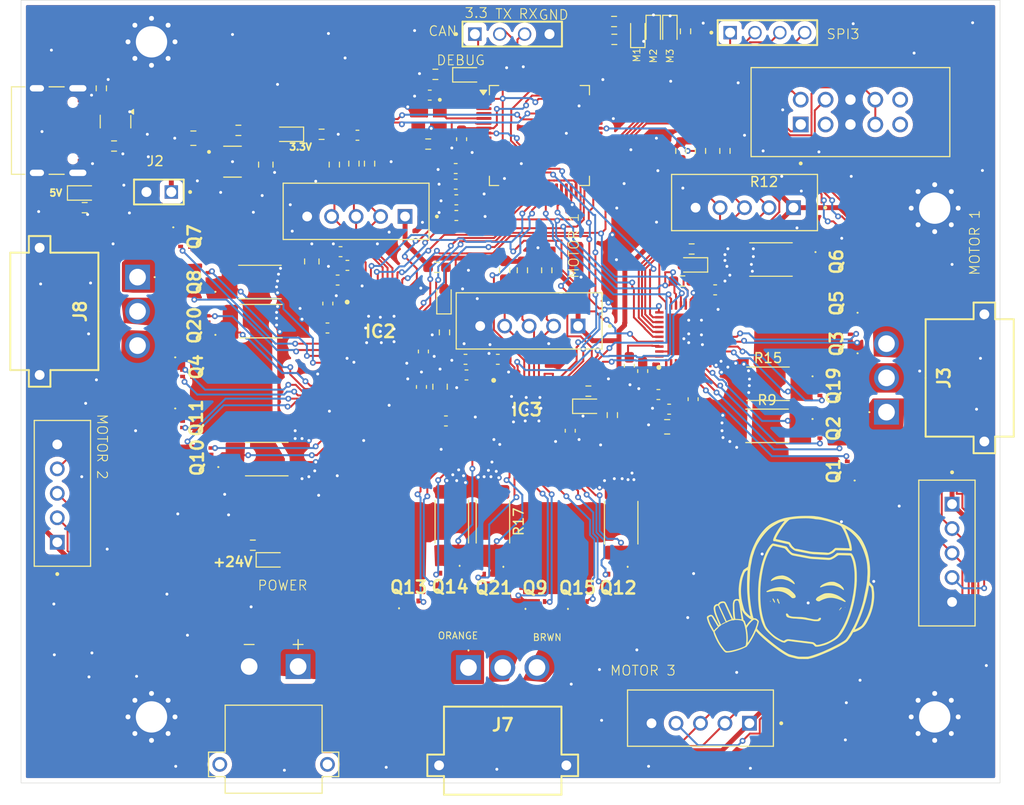
<source format=kicad_pcb>
(kicad_pcb (version 20241229) (generator "pcbnew") (generator_version "9.0")
  (layers (0 "F.Cu" signal) (2 "B.Cu" signal) (13 "F.Paste" user) (15 "B.Paste" user) (5 "F.SilkS" user "F.Silkscreen") (7 "B.SilkS" user "B.Silkscreen") (1 "F.Mask" user) (3 "B.Mask" user) (25 "Edge.Cuts" user))
  (net 0 "")
  (net 1 "GND")
  (net 2 "/SPI_CLK")
  (net 3 "/ENABLE")
  (net 4 "/CS_ENC_1")
  (net 5 "/MOTOR1_DIR")
  (net 7 "/NRST")
  (net 8 "Net-(D2-A)")
  (net 9 "/OSC_IN")
  (net 11 "/MOTOR2_PWM")
  (net 12 "/SPI_DATA")
  (net 13 "Net-(IC1-DVDD)")
  (net 16 "/nBRAKE")
  (net 17 "/CS_ENC_3")
  (net 18 "/MOTOR2_DIR")
  (net 19 "/CS_ENC_2")
  (net 20 "/SWDIO")
  (net 21 "/MOTOR3_PWM")
  (net 23 "/D-")
  (net 24 "/MOTOR1_PWM")
  (net 25 "/OSC_OUT")
  (net 26 "/SWCLK")
  (net 27 "/MOTOR3_DIR")
  (net 29 "/SPI3_MOSI")
  (net 30 "+24V")
  (net 32 "+3.3V")
  (net 33 "+5V")
  (net 34 "Net-(IC1-CPL)")
  (net 35 "Net-(IC1-CPH)")
  (net 36 "Net-(IC1-VCP)")
  (net 37 "Net-(IC2-DVDD)")
  (net 38 "Net-(D2-K)")
  (net 39 "Net-(J1-CC1)")
  (net 40 "Net-(J1-CC2)")
  (net 41 "Net-(IC2-CPL)")
  (net 42 "Net-(IC2-CPH)")
  (net 43 "Net-(IC2-VCP)")
  (net 44 "Net-(IC3-DVDD)")
  (net 45 "Net-(IC3-CPH)")
  (net 46 "Net-(IC3-CPL)")
  (net 47 "Net-(IC3-VCP)")
  (net 50 "Net-(IC1-VGLS)")
  (net 51 "Net-(IC2-VGLS)")
  (net 52 "Net-(IC3-VGLS)")
  (net 53 "/SPI_MOSI")
  (net 54 "/CAN_RX")
  (net 55 "/CAN_TX")
  (net 63 "/Motor_1/HAL_3")
  (net 64 "/Motor_1/HAL_1")
  (net 65 "/Motor_1/HAL_2")
  (net 66 "/Motor_2/HAL_2")
  (net 67 "/Motor_2/HAL_1")
  (net 68 "/Motor_2/HAL_3")
  (net 69 "/Motor_3/HAL_1")
  (net 70 "/Motor_3/HAL_3")
  (net 71 "/Motor_3/HAL_2")
  (net 72 "/Motor_3/SHB")
  (net 73 "/Motor_3/SHA")
  (net 74 "/Motor_3/SHC")
  (net 75 "/Motor_2/SHC")
  (net 76 "/Motor_2/SHA")
  (net 77 "/Motor_2/SHB")
  (net 78 "/Motor_1/SHC")
  (net 79 "/Motor_1/SHB")
  (net 80 "/Motor_1/SHA")
  (net 81 "/Motor_1/GHA")
  (net 82 "/Motor_1/SPA")
  (net 83 "/Motor_1/GLA")
  (net 84 "/Motor_1/GHB")
  (net 85 "/Motor_1/SPB")
  (net 86 "/Motor_1/GLB")
  (net 87 "/Motor_1/GHC")
  (net 88 "/Motor_1/SPC")
  (net 89 "/Motor_1/GLC")
  (net 90 "/Motor_2/GHA")
  (net 91 "/Motor_2/SPA")
  (net 92 "/Motor_2/GLA")
  (net 93 "/Motor_2/GHB")
  (net 94 "/Motor_2/SPB")
  (net 95 "/Motor_2/GLB")
  (net 96 "/Motor_2/GHC")
  (net 97 "/Motor_2/SPC")
  (net 98 "/Motor_2/GLC")
  (net 99 "/Motor_3/GHA")
  (net 100 "/Motor_3/SPA")
  (net 101 "/Motor_3/GLA")
  (net 102 "/Motor_3/GHB")
  (net 103 "/Motor_3/SPB")
  (net 104 "/Motor_3/GLB")
  (net 105 "/Motor_3/GHC")
  (net 106 "/Motor_3/SPC")
  (net 107 "/Motor_3/GLC")
  (net 117 "Net-(D4-A)")
  (net 118 "Net-(D4-K)")
  (net 119 "Net-(D5-K)")
  (net 120 "Net-(D5-A)")
  (net 121 "Net-(D6-A)")
  (net 122 "Net-(D6-K)")
  (net 124 "Net-(D7-K)")
  (net 125 "Net-(D8-K)")
  (net 126 "Net-(C10-Pad2)")
  (net 127 "/motor2_Cs")
  (net 128 "Net-(D9-K)")
  (net 129 "/motor3_led")
  (net 130 "/motor2_led")
  (net 131 "/motor1_led")
  (net 132 "Net-(D10-A)")
  (net 133 "Net-(D11-A)")
  (net 134 "Net-(D12-A)")
  (net 136 "/D+")
  (net 139 "/motor1_Cs")
  (net 140 "/motor3_Cs")
  (net 144 "/MCU_CS")
  (net 145 "/SPI3_MISO")
  (net 146 "/SPI3_SCK")
  (footprint "library:AMPHENOL_10155435-00011LF" (layer "F.Cu") (at 103.295 74.07 -90)
    (property "Reference" "J1" (hide yes))
    (property "Value" "10155435-00011LF" (hide yes))
  )
  (footprint "Capacitor_SMD:C_0603_1608Metric_Pad1.08x0.95mm_HandSolder" (layer "F.Cu") (at 135.0125 87.85)
    (property "Reference" "C29" (hide yes))
    (property "Value" "1uF" (hide yes))
  )
  (footprint "Capacitor_SMD:C_0603_1608Metric_Pad1.08x0.95mm_HandSolder" (layer "F.Cu") (at 146.075 77.95 180)
    (property "Reference" "C15" (hide yes))
    (property "Value" "100nF" (hide yes))
  )
  (footprint "Resistor_SMD:R_0603_1608Metric_Pad0.98x0.95mm_HandSolder" (layer "F.Cu") (at 135.675 77.45 90)
    (property "Reference" "R33" (hide yes))
    (property "Value" "1.5K" (hide yes))
  )
  (footprint "Resistor_SMD:R_0603_1608Metric_Pad0.98x0.95mm_HandSolder" (layer "F.Cu") (at 144.925 94.7 -90)
    (property "Reference" "R3" (hide yes))
    (property "Value" "3.3K" (hide yes))
  )
  (footprint "Resistor_SMD:R_2512_6332Metric_Pad1.40x3.35mm_HandSolder" (layer "F.Cu") (at 149.875 114.05 -90)
    (property "Reference" "R17")
    (property "Value" "10mΩ")
  )
  (footprint "Resistor_SMD:R_0603_1608Metric_Pad0.98x0.95mm_HandSolder" (layer "F.Cu") (at 144.1625 88.05 180)
    (property "Reference" "R7" (hide yes))
    (property "Value" "3.3K" (hide yes))
  )
  (footprint "KiCad:MR30PWM" (layer "F.Cu") (at 190.075 102.85 -90)
    (property "Reference" "J3")
    (property "Value" "MR30PW-M" (hide yes))
  )
  (footprint "Capacitor_SMD:C_0603_1608Metric_Pad1.08x0.95mm_HandSolder" (layer "F.Cu") (at 166.775 101.05 180)
    (property "Reference" "C8" (hide yes))
    (property "Value" "47nF" (hide yes))
  )
  (footprint "Resistor_SMD:R_0603_1608Metric_Pad0.98x0.95mm_HandSolder" (layer "F.Cu") (at 108.175 81.95)
    (property "Reference" "R20" (hide yes))
    (property "Value" "3.3K" (hide yes))
  )
  (footprint "Capacitor_SMD:C_0603_1608Metric_Pad1.08x0.95mm_HandSolder" (layer "F.Cu") (at 145.075 103.75 180)
    (property "Reference" "C27" (hide yes))
    (property "Value" "1uF" (hide yes))
  )
  (footprint "Resistor_SMD:R_2512_6332Metric_Pad1.40x3.35mm_HandSolder" (layer "F.Cu") (at 177.975 99.95)
    (property "Reference" "R15")
    (property "Value" "10mΩ")
  )
  (footprint "Capacitor_SMD:C_0805_2012Metric_Pad1.18x1.45mm_HandSolder" (layer "F.Cu") (at 119.275 74.85)
    (property "Reference" "C1" (hide yes))
    (property "Value" "10uF" (hide yes))
  )
  (footprint "Capacitor_SMD:C_0603_1608Metric_Pad1.08x0.95mm_HandSolder" (layer "F.Cu") (at 136.0375 74.55)
    (property "Reference" "C10" (hide yes))
    (property "Value" "10pF" (hide yes))
  )
  (footprint "Capacitor_SMD:C_0603_1608Metric_Pad1.08x0.95mm_HandSolder" (layer "F.Cu") (at 147.175 99.05)
    (property "Reference" "C26" (hide yes))
    (property "Value" "47nF" (hide yes))
  )
  (footprint "AON:AON7262E" (layer "F.Cu") (at 184.975 87.465 -90)
    (property "Reference" "Q6")
    (property "Value" "AON7262E" (hide yes))
  )
  (footprint "DRV8358FSTAR:QFN50P600X600X80-41N-D" (layer "F.Cu") (at 138.3625 94.6)
    (property "Reference" "IC2")
    (property "Value" "DRV8353FSRTAR" (hide yes))
  )
  (footprint "B5B-XH-A_LF__SN_:JST_B5B-XH-A_LF__SN_" (layer "F.Cu") (at 105.9 111.15 -90)
    (property "Reference" "J11" (hide yes))
    (property "Value" "B5B-XH-A_LF__SN_" (hide yes))
  )
  (footprint "Resistor_SMD:R_2512_6332Metric_Pad1.40x3.35mm_HandSolder" (layer "F.Cu") (at 126.075 89.55 180)
    (property "Reference" "R10" (hide yes))
    (property "Value" "10mΩ" (hide yes))
  )
  (footprint "X322516MLB4SI:OSC_X322516MLB4SI" (layer "F.Cu") (at 143.35 72.975 -90)
    (property "Reference" "Y2" (hide yes))
    (property "Value" "X322516MLB4SI" (hide yes))
  )
  (footprint "Resistor_SMD:R_0603_1608Metric_Pad0.98x0.95mm_HandSolder" (layer "F.Cu") (at 155.375 88.35 90)
    (property "Reference" "R31" (hide yes))
    (property "Value" "1.5K" (hide yes))
  )
  (footprint "Capacitor_SMD:C_0603_1608Metric_Pad1.08x0.95mm_HandSolder" (layer "F.Cu") (at 132.975 94.25 180)
    (property "Reference" "C21" (hide yes))
    (property "Value" "1uF" (hide yes))
  )
  (footprint "B5B-XH-A_LF__SN_:JST_B5B-XH-A_LF__SN_" (layer "F.Cu") (at 153.575 93.525)
    (property "Reference" "J6" (hide yes))
    (property "Value" "B5B-XH-A_LF__SN_" (hide yes))
  )
  (footprint "Resistor_SMD:R_2512_6332Metric_Pad1.40x3.35mm_HandSolder" (layer "F.Cu") (at 177.875 104.25)
    (property "Reference" "R9")
    (property "Value" "10mΩ")
  )
  (footprint "AON:AON7262E" (layer "F.Cu") (at 119.575 98.225 -90)
    (property "Reference" "Q4")
    (property "Value" "AON7262E" (hide yes))
  )
  (footprint "Resistor_SMD:R_0603_1608Metric_Pad0.98x0.95mm_HandSolder" (layer "F.Cu") (at 169.075 76.15 90)
    (property "Reference" "R35" (hide yes))
    (property "Value" "1.5K" (hide yes))
  )
  (footprint "AON:AON7262E" (layer "F.Cu") (at 184.975 91.715 90)
    (property "Reference" "Q5")
    (property "Value" "AON7262E" (hide yes))
  )
  (footprint "LED_SMD:LED_0603_1608Metric_Pad1.05x0.95mm_HandSolder" (layer "F.Cu") (at 128.875 74.45 180)
    (property "Reference" "D8" (hide yes))
    (property "Value" "red" (hide yes))
  )
  (footprint "AON:AON7262E" (layer "F.Cu") (at 184.675 108.865 90)
    (property "Reference" "Q1")
    (property "Value" "AON7262E" (hide yes))
  )
  (footprint "B5B-XH-A_LF__SN_:JST_B5B-XH-A_LF__SN_" (layer "F.Cu") (at 135.9 82.325)
    (property "Reference" "J5" (hide yes))
    (property "Value" "B5B-XH-A_LF__SN_" (hide yes))
  )
  (footprint "MTSW-104-09-L-S-400:SAMTEC_MTSW-104-09-L-S-400" (layer "F.Cu") (at 151.845 64.21 180)
    (property "Reference" "J13" (hide yes))
    (property "Value" "MTSW-104-09-L-S-400" (hide yes))
  )
  (footprint "B5B-XH-A_LF__SN_:JST_B5B-XH-A_LF__SN_" (layer "F.Cu") (at 196.25 117.25 90)
    (property "Reference" "J10" (hide yes))
    (property "Value" "B5B-XH-A_LF__SN_" (hide yes))
  )
  (footprint "Resistor_SMD:R_0603_1608Metric_Pad0.98x0.95mm_HandSolder" (layer "F.Cu") (at 144 68.325 180)
    (property "Reference" "R6" (hide yes))
    (property "Value" "3.3K" (hide yes))
  )
  (footprint "Resistor_SMD:R_0603_1608Metric_Pad0.98x0.95mm_HandSolder" (layer "F.Cu") (at 169.55 63.925 -90)
    (property "Reference" "R22" (hide yes))
    (property "Value" "3.3K" (hide yes))
  )
  (footprint "LED_SMD:LED_0603_1608Metric_Pad1.05x0.95mm_HandSolder" (layer "F.Cu") (at 166.25 63.95 -90)
    (property "Reference" "D10" (hide yes))
    (property "Value" "red")
  )
  (footprint "Capacitor_SMD:C_0603_1608Metric_Pad1.08x0.95mm_HandSolder" (layer "F.Cu") (at 163.81 98.105 -90)
    (property "Reference" "C7" (hide yes))
    (property "Value" "10uF" (hide yes))
  )
  (footprint "Capacitor_SMD:C_0603_1608Metric_Pad1.08x0.95mm_HandSolder" (layer "F.Cu") (at 157.775 104.75 -90)
    (property "Reference" "C24" (hide yes))
    (property "Value" "0.1uF" (hide yes))
  )
  (footprint "Resistor_SMD:R_2512_6332Metric_Pad1.40x3.35mm_HandSolder" (layer "F.Cu") (at 162.975 114.15 -90)
    (property "Reference" "R14" (hide yes))
    (property "Value" "10mΩ")
  )
  (footprint "MountingHole:MountingHole_3.2mm_M3_Pad_Via" (layer "F.Cu") (at 195 134)
    (property "Reference" "H2" (hide yes))
    (property "Value" "MH2" (hide yes))
  )
  (footprint "DS1013:CONNFLY_DS1013-10SSIB1" (layer "F.Cu") (at 186.395 72.18)
    (property "Reference" "J9" (hide yes))
    (property "Value" "DS1013-10SSIB1" (hide yes))
  )
  (footprint "LED_SMD:LED_0603_1608Metric_Pad1.05x0.95mm_HandSolder" (layer "F.Cu") (at 144.875 91.15 90)
    (property "Reference" "D5" (hide yes))
    (property "Value" "LED" (hide yes))
  )
  (footprint "DRV8358FSTAR:QFN50P600X600X80-41N-D" (layer "F.Cu") (at 153.325 102.6)
    (property "Reference" "IC3")
    (property "Value" "DRV8353FSRTAR" (hide yes))
  )
  (footprint "LED_SMD:LED_0603_1608Metric_Pad1.05x0.95mm_HandSolder" (layer "F.Cu") (at 108.075 80.45)
    (property "Reference" "D9" (hide yes))
    (property "Value" "red" (hide yes))
  )
  (footprint "Resistor_SMD:R_0603_1608Metric_Pad0.98x0.95mm_HandSolder" (layer "F.Cu") (at 151.075 88.35 90)
    (property "Reference" "R38" (hide yes))
    (property "Value" "1.5K" (hide yes))
  )
  (footprint "Resistor_SMD:R_0603_1608Metric_Pad0.98x0.95mm_HandSolder" (layer "F.Cu") (at 171.075 76.15 90)
    (property "Reference" "R32" (hide yes))
    (property "Value" "1.5K" (hide yes))
  )
  (footprint "AON:AON7262E" (layer "F.Cu") (at 184.975 95.865 90)
    (property "Reference" "Q3")
    (property "Value" "AON7262E" (hide yes))
  )
  (footprint "Resistor_SMD:R_0603_1608Metric_Pad0.98x0.95mm_HandSolder" (layer "F.Cu") (at 109.875 69.75 -90)
    (property "Reference" "R1" (hide yes))
    (property "Value" "5.1K" (hide yes))
  )
  (footprint "DRV8358FSTAR:QFN50P600X600X80-41N-D" (layer "F.Cu") (at 169.825 94.9 90)
    (property "Reference" "IC1" (hide yes))
    (property "Value" "DRV8353FSRTAR" (hide yes))
  )
  (footprint "Resistor_SMD:R_0603_1608Metric_Pad0.98x0.95mm_HandSolder" (layer "F.Cu") (at 143.2625 75.45 180)
    (property "Reference" "R5" (hide yes))
    (property "Value" "47" (hide yes))
  )
  (footprint "AON:AON7262E" (layer "F.Cu") (at 149.965 120.81 180)
    (property "Reference" "Q21")
    (property "Value" "AON7262E" (hide yes))
  )
  (footprint "AON:AON7262E" (layer "F.Cu") (at 162.665 120.81 180)
    (property "Reference" "Q12")
    (property "Value" "AON7262E" (hide yes))
  )
  (footprint "Capacitor_SMD:C_0603_1608Metric_Pad1.08x0.95mm_HandSolder" (layer "F.Cu") (at 146.675 74.95 90)
    (property "Reference" "C3" (hide yes))
    (property "Value" "100nF" (hide yes))
  )
  (footprint "Capacitor_SMD:C_0603_1608Metric_Pad1.08x0.95mm_HandSolder" (layer "F.Cu") (at 172.575 90.35)
    (property "Reference" "C6" (hide yes))
    (property "Value" "0.1uF" (hide yes))
  )
  (footprint "KiCad:MR30PWM" (layer "F.Cu") (at 113.575 89.05 90)
    (property "Reference" "J8")
    (property "Value" "MR30PW-M" (hide yes))
  )
  (footprint "AON:AON7262E" (layer "F.Cu") (at 145.5 120.71 180)
    (property "Reference" "Q14")
    (property "Value" "AON7262E" (hide yes))
  )
  (footprint "Capacitor_SMD:C_0603_1608Metric_Pad1.08x0.95mm_HandSolder" (layer "F.Cu") (at 146.075 79.55 180)
    (property "Reference" "C14" (hide yes))
    (property "Value" "100nF" (hide yes))
  )
  (footprint "AON:AON7262E" (layer "F.Cu") (at 119.375 84.935 -90)
    (property "Reference" "Q7")
    (property "Value" "AON7262E" (hide yes))
  )
  (footprint "MTSW-102-09-L-S-400.:SAMTEC_MTSW-102-09-L-S-400" (layer "F.Cu") (at 115.755 80.35)
    (property "Reference" "J2")
    (property "Value" "MTSW-102-09-L-S-400" (hide yes))
  )
  (footprint "LED_SMD:LED_0603_1608Metric_Pad1.05x0.95mm_HandSolder" (layer "F.Cu") (at 164.675 63.925 90)
    (property "Reference" "D12" (hide yes))
    (property "Value" "red")
  )
  (footprint "Resistor_SMD:R_2512_6332Metric_Pad1.40x3.35mm_HandSolder" (layer "F.Cu") (at 126.775 107.65 180)
    (property "Reference" "R13" (hide yes))
    (property "Value" "10mΩ")
  )
  (footprint "Package_QFP:LQFP-64_10x10mm_P0.5mm" (layer "F.Cu") (at 154.625 74.575)
    (property "Reference" "U1" (hide yes))
    (property "Value" "STM32F303RET6" (hide yes))
  )
  (footprint "MountingHole:MountingHole_3.2mm_M3_Pad_Via" (layer "F.Cu") (at 115 65)
    (property "Reference" "H4" (hide yes))
    (property "Value" "MH4" (hide yes))
  )
  (footprint "AON:AON7262E" (layer "F.Cu") (at 119.575 103.45 -90)
    (property "Reference" "Q11")
    (property "Value" "AON7262E" (hide yes))
  )
  (footprint "B5B-XH-A_LF__SN_:JST_B5B-XH-A_LF__SN_" (layer "F.Cu") (at 175.575 81.425)
    (property "Reference" "J4" (hide yes))
    (property "Value" "B5B-XH-A_LF__SN_" (hide yes))
  )
  (footprint "AON:AON7262E" (layer "F.Cu") (at 119.675 107.49 90)
    (property "Reference" "Q10")
    (property "Value" "AON7262E" (hide yes))
  )
  (footprint "Resistor_SMD:R_0603_1608Metric_Pad0.98x0.95mm_HandSolder" (layer "F.Cu") (at 152.885 88.35 90)
    (property "Reference" "R34" (hide yes))
    (property "Value" "1.5K" (hide yes))
  )
  (footprint "Capacitor_SMD:C_0805_2012Metric_Pad1.18x1.45mm_HandSolder" (layer "F.Cu") (at 131.375 87.45 -90)
    (property "Reference" "C32" (hide yes))
    (property "Value" "22uF" (hide yes))
  )
  (footprint "KiCad:MR30PWM" (layer "F.Cu") (at 147.375 128.95 180)
    (property "Reference" "J7")
    (property "Value" "MR30PW-M" (hide yes))
  )
  (footprint "MountingHole:MountingHole_3.2mm_M3_Pad_Via" (layer "F.Cu") (at 115 134)
    (property "Reference" "H1" (hide yes))
    (property "Value" "MH1" (hide yes))
  )
  (footprint "Capacitor_SMD:C_0603_1608Metric_Pad1.08x0.95mm_HandSolder" (layer "F.Cu") (at 165.175 98.65 90)
    (property "Reference" "C28" (hide yes))
    (property "Value" "1uF" (hide yes))
  )
  (footprint "XT30:AMASS_XT30PW-M" (layer "F.Cu") (at 127.475 138.85 180)
    (property "Reference" "J14" (hide yes))
    (property "Value" "XT30PW-M" (hide yes))
  )
  (footprint "Capacitor_SMD:C_0603_1608Metric_Pad1.08x0.95mm_HandSolder" (layer "F.Cu") (at 170.325 101.525 -90)
    (property "Reference" "C9" (hide yes))
    (property "Value" "1uF" (hide yes))
  )
  (footprint "AON:AON7262E" (layer "F.Cu") (at 119.375 89.575 90)
    (property "Reference" "Q8")
    (property "Value" "AON7262E" (hide yes))
  )
  (footprint "LED_SMD:LED_0603_1608Metric_Pad1.05x0.95mm_HandSolder" (layer "F.Cu") (at 147.425 68.375)
    (property "Reference" "D2" (hide yes))
    (property "Value" "red" (hide yes))
  )
  (footprint "Capacitor_SMD:C_0603_1608Metric_Pad1.08x0.95mm_HandSolder" (layer "F.Cu") (at 143.425 70.45 180)
    (property "Reference" "C11" (hide yes))
    (property "Value" "10pF" (hide yes))
  )
  (footprint "RT9013:SOT94P279X129-5N" (layer "F.Cu") (at 123.275 77.25)
    (property "Reference" "U5" (hide yes))
    (property "Value" "RT9013-33GB" (hide yes))
  )
  (footprint "Capacitor_SMD:C_0603_1608Metric_Pad1.08x0.95mm_HandSolder" (layer "F.Cu") (at 147.075 97.45)
    (property "Reference" "C30" (hide yes))
    (property "Value" "1uF" (hide yes))
  )
  (footprint "Resistor_SMD:R_0603_1608Metric_Pad0.98x0.95mm_HandSolder" (layer "F.Cu") (at 170.175 86.175)
    (property "Reference" "R4" (hide yes))
    (property "Value" "3.3K" (hide yes))
  )
  (footprint "LED_SMD:LED_0603_1608Metric_Pad1.05x0.95mm_HandSolder" (layer "F.Cu") (at 159.675 102.25)
    (property "Reference" "D6" (hide yes))
    (property "Value" "LED" (hide yes))
  )
  (footprint "Capacitor_SMD:C_0603_1608Metric_Pad1.08x0.95mm_HandSolder" (layer "F.Cu") (at 146.1375 81.15 180)
    (property "Reference" "C13" (hide yes))
    (property "Value" "100nF" (hide yes))
  )
  (footprint "Capacitor_SMD:C_0603_1608Metric_Pad1.08x0.95mm_HandSolder" (layer "F.Cu") (at 142.775 96.65 -90)
    (property "Reference" "C18" (hide yes))
    (property "Value" "0.1uF" (hide yes))
  )
  (footprint "Resistor_SMD:R_2512_6332Metric_Pad1.40x3.35mm_HandSolder" (layer "F.Cu") (at 126.175 93.55 180)
    (property "Reference" "R16" (hide yes))
    (property "Value" "10mΩ" (hide yes))
  )
  (footprint "Capacitor_SMD:C_0603_1608Metric_Pad1.08x0.95mm_HandSolder" (layer "F.Cu") (at 167.875 102.55 180)
    (property "Reference" "C5" (hide yes))
    (property "Value" "0.1uF" (hide yes))
  )
  (footprint "Capacitor_SMD:C_0603_1608Metric_Pad1.08x0.95mm_HandSolder" (layer "F.Cu") (at 134.3125 86.45 180)
    (property "Reference" "C19" (hide yes))
    (property "Value" "10uF" (hide yes))
  )
  (footprint "Capacitor_SMD:C_0805_2012Metric_Pad1.18x1.45mm_HandSolder" (layer "F.Cu") (at 126.675 77.55 90)
    (property "Reference" "C4" (hide yes))
    (property "Value" "10uF" (hide yes))
  )
  (footprint "AON:AON7262E" (layer "F.Cu") (at 141.26 120.75)
    (property "Reference" "Q13")
    (property "Value" "AON7262E" (hide yes))
  )
  (footprint "Capacitor_SMD:C_0603_1608Metric_Pad1.08x0.95mm_HandSolder" (layer "F.Cu") (at 133.0125 91.75 90)
    (property "Reference" "C17" (hide yes))
    (property "Value" "0.1uF" (hide yes))
  )
  (footprint "Capacitor_SMD:C_0805_2012Metric_Pad1.18x1.45mm_HandSolder" (layer "F.Cu") (at 144.475 100.25 -90)
    (property "Reference" "C33" (hide yes))
    (property "Value" "22uF" (hide yes))
  )
  (footprint "Capacitor_SMD:C_0603_1608Metric_Pad1.08x0.95mm_HandSolder" (layer "F.Cu") (at 146.1375 82.75 180)
    (property "Reference" "C12" (hide yes))
    (property "Value" "4.7uF" (hide yes))
  )
  (footprint "AON:AON7262E" (layer "F.Cu") (at 184.675 104.525 -90)
    (property "Reference" "Q2")
    (property "Value" "AON7262E" (hide yes))
  )
  (footprint "Resistor_SMD:R_2512_6332Metric_Pad1.40x3.35mm_HandSolder" (layer "F.Cu") (at 178.275 87.25)
    (property "Reference" "R12")
    (property "Value" "10mΩ" (hide yes))
  )
  (footprint "Capacitor_SMD:C_0603_1608Metric_Pad1.08x0.95mm_HandSolder" (layer "F.Cu") (at 134.0125 89.35)
    (property "Reference" "C20" (hide yes))
    (property "Value" "47nF" (hide yes))
  )
  (footprint "AON:AON7262E" (layer "F.Cu") (at 154.175 120.81)
    (property "Reference" "Q9")
    (property "Value" "AON7262E" (hide yes))
  )
  (footprint "Resistor_SMD:R_0603_1608Metric_Pad0.98x0.95mm_HandSolder" (layer "F.Cu") (at 132.375 74.45)
    (property "Reference" "R19" (hide yes))
    (property "Value" "3.3K" (hide yes))
  )
  (footprint "AON:AON7262E" (layer "F.Cu") (at 119.375 93.975 90)
    (property "Reference" "Q20")
    (property "Value" "AON7262E" (hide yes))
  )
  (footprint "Resistor_SMD:R_0603_1608Metric_Pad0.98x0.95mm_HandSolder" (layer "F.Cu") (at 169.225 89.45)
    (property "Reference" "R24" (hide yes))
    (property "Value" "3.3K" (hide yes))
  )
  (footprint "LED_SMD:LED_0603_1608Metric_Pad1.05x0.95mm_HandSolder" (layer "F.Cu") (at 170.15 87.8 180)
    (property "Reference" "D4" (hide yes))
    (property "Value" "LED" (hide yes))
  )
  (footprint "Resistor_SMD:R_0603_1608Metric_Pad0.98x0.95mm_HandSolder" (layer "F.Cu") (at 159.625 100.7)
    (property "Reference" "R25" (hide yes))
    (property "Value" "3.3K")
  )
  (footprint "Resistor_SMD:R_2512_6332Metric_Pad1.40x3.35mm_HandSolder" (layer "F.Cu") (at 145.675 114.05 -90)
    (property "Reference" "R11" (hide yes))
    (property "Value" "10mΩ")
  )
  (footprint "Resistor_SMD:R_0603_1608Metric_Pad0.98x0.95mm_HandSolder" (layer "F.Cu") (at 123.875 74.05)
    (property "Reference" "R36" (hide yes))
    (property "Value" "1.5k" (hide yes))
  )
  (footprint "Capacitor_SMD:C_0603_1608Metric_Pad1.08x0.95mm_HandSolder" (layer "F.Cu") (at 150.375 97.45 180)
    (property "Reference" "C25" (hide yes))
    (property "Value" "10uF" (hide yes))
  )
  (footprint "AON:AON7262E" (layer "F.Cu") (at 158.515 120.81)
    (property "Reference" "Q15")
    (property "Value" "AON7262E" (hide yes))
  )
  (footprint "Capacitor_SMD:C_0805_2012Metric_Pad1.18x1.45mm_HandSolder" (layer "F.Cu") (at 167.675 104.35)
    (property "Reference" "C31" (hide yes))
    (property "Value" "22uF" (hide yes))
  )
  (footprint "Resistor_SMD:R_0603_1608Metric_Pad0.98x0.95mm_HandSolder" (layer "F.Cu") (at 162.275 64.75)
    (property "Reference" "R21" (hide yes))
    (property "Value" "3.3K" (hide yes))
  )
  (footprint "Resistor_SMD:R_0603_1608Metric_Pad0.98x0.95mm_HandSolder" (layer "F.Cu") (at 173.575 76.15 90)
    (property "Reference" "R29" (hide yes))
    (property "Value" "1.5K" (hide yes))
  )
  (footprint "Resistor_SMD:R_0603_1608Metric_Pad0.98x0.95mm_HandSolder" (layer "F.Cu") (at 137.275 77.45 90)
    (property "Reference" "R30" (hide yes))
    (property "Value" "1.5K" (hide yes))
  )
  (footprint "Package_TO_SOT_SMD:SOT-143" (layer "F.Cu") (at 111.325 73.15 -90)
    (property "Reference" "D3" (hide yes))
    (property "Value" "PRTR5V0U2X" (hide yes))
  )
  (footprint "LED_SMD:LED_0603_1608Metric_Pad1.05x0.95mm_HandSolder" (layer "F.Cu") (at 127.35 117.95)
    (property "Reference" "D7" (hide yes))
    (property "Value" "red" (hide yes))
  )
  (footprint "MTSW-104-09-L-S-400:SAMTEC_MTSW-104-09-L-S-400" (layer "F.Cu") (at 177.915 64.06 180)
    (property "Reference" "J15" (hide yes))
    (property "Value" "MTSW-104-09-L-S-400" (hide yes))
  )
  (footprint "Resistor_SMD:R_0603_1608Metric_Pad0.98x0.95mm_HandSolder" (layer "F.Cu") (at 111.175 75.65 180)
    (property "Reference" "R2" (hide yes))
    (property "Value" "5.1K" (hide yes))
  )
  (footprint "Capacitor_SMD:C_0603_1608Metric_Pad1.08x0.95mm_HandSolder" (layer "F.Cu") (at 142.575 100.275 90)
    (property "Reference" "C23" (hide yes))
    (property "Value" "0.1uF" (hide yes))
  )
  (footprint "Resistor_SMD:R_0603_1608Metric_Pad0.98x0.95mm_HandSolder" (layer "F.Cu") (at 162.075 103.15 -90)
    (property "Reference" "R8" (hide yes))
    (property "Value" "3.3K" (hide yes))
  )
  (footprint "MountingHole:MountingHole_3.2mm_M3_Pad_Via" (layer "F.Cu") (at 195 82)
    (property "Reference" "H3" (hide yes))
    (property "Value" "MH3" (hide yes))
  )
  (footprint "AON:AON7262E" (layer "F.Cu") (at 184.675 100.165 -90)
    (property "Reference" "Q19")
    (property "Value" "AON7262E" (hide yes))
  )
  (footprint "Resistor_SMD:R_0603_1608Metric_Pad0.98x0.95mm_HandSolder" (layer "F.Cu") (at 133.675 77.55 90)
    (property "Reference" "R37" (hide yes))
    (property "Value" "1.5K" (hide yes))
  )
  (footprint "Resistor_SMD:R_0603_1608Metric_Pad0.98x0.95mm_HandSolder" (layer "F.Cu") (at 162.25 62.925)
    (property "Reference" "R23" (hide yes))
    (property "Value" "3.3K" (hide yes))
  )
  (footprint "Resistor_SMD:R_0603_1608Metric_Pad0.98x0.95mm_HandSolder" (layer "F.Cu") (at 125.35 116.45 180)
    (property "Reference" "R18" (hide yes))
    (property "Value" "3.3K" (hide yes))
  )
  (footprint "semubot_image:katse2" (layer "F.Cu") (at 180.375 120.65)
    (property "Reference" "G***" (hide yes))
    (property "Value" "LOGO" (hide yes))
  )
  (footprint "B5B-XH-A_LF__SN_:JST_B5B-XH-A_LF__SN_" (layer "F.Cu") (at 171.075 134.125)
    (property "Reference" "J12" (hide yes))
    (property "Value" "B5B-XH-A_LF__SN_" (hide yes))
  )
  (footprint "LED_SMD:LED_0603_1608Metric_Pad1.05x0.95mm_HandSolder" (layer "F.Cu") (at 167.95 63.95 -90)
    (property "Reference" "D11" (hide yes))
    (property "Value" "red")
  )
  (gr_rect (start 101.675 60.75) (end 201.675 140.75) (stroke (width 0.05)) (fill no) (layer "Edge.Cuts"))
  (gr_text "M3\n" (at 168.375 67.25 90) (layer "F.SilkS") (effects (font (size 0.7 0.7) (thickness 0.1)) (justify left bottom)))
  (gr_text "MOTOR 3\n" (at 161.775 129.85 0) (layer "F.SilkS") (effects (font (size 1 1) (thickness 0.1)) (justify left bottom)))
  (gr_text "MOTOR 2\n" (at 109.375 102.95 270) (layer "F.SilkS") (effects (font (size 1 1) (thickness 0.1)) (justify left bottom)))
  (gr_text "M2\n" (at 166.675 67.25 90) (layer "F.SilkS") (effects (font (size 0.7 0.7) (thickness 0.1)) (justify left bottom)))
  (gr_text "GND\n" (at 156.075 62.25 0) (layer "F.SilkS") (effects (font (size 1 1) (thickness 0.1))))
  (gr_text "MOTOR 1\n" (at 199.675 88.95 90) (layer "F.SilkS") (effects (font (size 1 1) (thickness 0.1)) (justify left bottom)))
  (gr_text "3.3V\n" (at 128.975 76.15 0) (layer "F.SilkS") (effects (font (size 0.7 0.7) (thickness 0.175) (bold yes)) (justify left bottom)))
  (gr_text "RX\n" (at 153.475 62.15 0) (layer "F.SilkS") (effects (font (size 1 1) (thickness 0.1))))
  (gr_text "CAN" (at 144.745 63.9 0) (layer "F.SilkS") (effects (font (size 1 1) (thickness 0.1))))
  (gr_text "MOTOR 1\n" (at 158.725 89.275 90) (layer "F.SilkS") (effects (font (size 1 1) (thickness 0.1)) (justify left bottom)))
  (gr_text "SPI3\n" (at 185.645 64.22 0) (layer "F.SilkS") (effects (font (size 1 1) (thickness 0.1))))
  (gr_text "M1\n" (at 164.975 67.15 90) (layer "F.SilkS") (effects (font (size 0.7 0.7) (thickness 0.1)) (justify left bottom)))
  (gr_text "POWER\n" (at 125.775 121.15 0) (layer "F.SilkS") (effects (font (size 1 1) (thickness 0.1)) (justify left bottom)))
  (gr_text "BRWN\n\n" (at 153.89 127.41 0) (layer "F.SilkS") (effects (font (size 0.7 0.7) (thickness 0.1)) (justify left bottom)))
  (gr_text "DEBUG\n" (at 144.05 67.475 0) (layer "F.SilkS") (effects (font (size 1 1) (thickness 0.1)) (justify left bottom)))
  (gr_text "5V\n" (at 104.475 80.85 0) (layer "F.SilkS") (effects (font (size 0.7 0.7) (thickness 0.175) (bold yes)) (justify left bottom)))
  (gr_text "TX" (at 150.975 62.15 0) (layer "F.SilkS") (effects (font (size 1 1) (thickness 0.1))))
  (gr_text "ORANGE\n" (at 144.19 126.11 0) (layer "F.SilkS") (effects (font (size 0.7 0.7) (thickness 0.1)) (justify left bottom)))
  (gr_text "3.3\n" (at 148.175 62.05 0) (layer "F.SilkS") (effects (font (size 1 1) (thickness 0.1))))
  (gr_text "+24V\n\n" (at 121.175 120.35 0) (layer "F.SilkS") (effects (font (size 1 1) (thickness 0.2) (bold yes)) (justify left bottom)))
  (segment (start 129.225 93.55) (end 128.175 93.55) (width 0.2) (layer "F.Cu") (net 1))
  (segment (start 163.81 99.985) (end 163.875 100.05) (width 0.2) (layer "F.Cu") (net 1))
  (segment (start 174.925 99.68) (end 175.985 98.62) (width 0.2) (layer "F.Cu") (net 1))
  (segment (start 143.55 97.175) (end 142.875 97.175) (width 0.2) (layer "F.Cu") (net 1))
  (segment (start 128.275 89.55) (end 127.775 90.05) (width 0.2) (layer "F.Cu") (net 1))
  (segment (start 175.225 87.25) (end 175.225 87.3) (width 0.2) (layer "F.Cu") (net 1))
  (segment (start 174.075 87.25) (end 173.575 86.75) (width 0.2) (layer "F.Cu") (net 1))
  (segment (start 129.825 105.7) (end 129.675 105.55) (width 0.2) (layer "F.Cu") (net 1))
  (segment (start 129.225 93.55) (end 129.575 93.55) (width 0.2) (layer "F.Cu") (net 1))
  (segment (start 175.655 99.47) (end 175.175 99.95) (width 0.2) (layer "F.Cu") (net 1))
  (segment (start 129.825 107.65) (end 131.075 108.9) (width 0.2) (layer "F.Cu") (net 1))
  (segment (start 150.375 105.25) (end 149.975 105.65) (width 0.2) (layer "F.Cu") (net 1))
  (segment (start 176.175 87.25) (end 176.475 86.95) (width 0.2) (layer "F.Cu") (net 1))
  (segment (start 174.42647 104.25) (end 173.350735 103.174265) (width 0.2) (layer "F.Cu") (net 1))
  (segment (start 174.925 99.95) (end 174.925 99.7) (width 0.2) (layer "F.Cu") (net 1))
  (segment (start 157.875 80.25) (end 157.875 81.55) (width 0.2) (layer "F.Cu") (net 1))
  (segment (start 150.375 104.85) (end 150.375 105.25) (width 0.2) (layer "F.Cu") (net 1))
  (segment (start 131.025 108.85) (end 131.675 108.85) (width 0.2) (layer "F.Cu") (net 1))
  (segment (start 151.575 98.85) (end 151.475 98.75) (width 0.2) (layer "F.Cu") (net 1))
  (segment (start 163.81 98.9675) (end 163.81 99.985) (width 0.2) (layer "F.Cu") (net 1))
  (segment (start 149.875 110.35) (end 148.975 109.45) (width 0.2) (layer "F.Cu") (net 1))
  (segment (start 175.225 87.3) (end 176.375 88.45) (width 0.2) (layer "F.Cu") (net 1))
  (segment (start 131.075 106.4) (end 131.075 105.75) (width 0.2) (layer "F.Cu") (net 1))
  (segment (start 175.905 100.14) (end 175.715 99.95) (width 0.2) (layer "F.Cu") (net 1))
  (segment (start 145.275 81.15) (end 144.675 81.15) (width 0.2) (layer "F.Cu") (net 1))
  (segment (start 166.275 102.35) (end 166.175 102.45) (width 0.2) (layer "F.Cu") (net 1))
  (segment (start 172.075 97.85) (end 172.475 97.85) (width 0.2) (layer "F.Cu") (net 1))
  (segment (start 175.505 97.95) (end 175.505 98.02) (width 0.2) (layer "F.Cu") (net 1))
  (segment (start 164.125 109.119237) (end 164.125 109.95) (width 0.2) (layer "F.Cu") (net 1))
  (segment (start 174.825 106.4) (end 174.775 106.45) (width 0.2) (layer "F.Cu") (net 1))
  (segment (start 118.2375 74.85) (end 117.375 74.85) (width 0.2) (layer "F.Cu") (net 1))
  (segment (start 144.475 99.2125) (end 144.475 98.45) (width 0.2) (layer "F.Cu") (net 1))
  (segment (start 141.975 70.45) (end 141.875 70.55) (width 0.2) (layer "F.Cu") (net 1))
  (segment (start 142.25 72.125) (end 141.65 72.125) (width 0.2) (layer "F.Cu") (net 1))
  (segment (start 142.5625 70.45) (end 141.975 70.45) (width 0.2) (layer "F.Cu") (net 1))
  (segment (start 174.925 98.6) (end 174.925 99.95) (width 0.2) (layer "F.Cu") (net 1))
  (segment (start 156.275 102.85) (end 158.106866 102.85) (width 0.2) (layer "F.Cu") (net 1))
  (segment (start 145.2125 77.95) (end 144.375 77.95) (width 0.2) (layer "F.Cu") (net 1))
  (segment (start 164.675 64.8) (end 165.125 64.8) (width 0.2) (layer "F.Cu") (net 1))
  (segment (start 175.225 87.25) (end 175.375 87.25) (width 0.2) (layer "F.Cu") (net 1))
  (segment (start 146.675 75.8125) (end 145.7125 75.8125) (width 0.2) (layer "F.Cu") (net 1))
  (segment (start 135.875 97.55) (end 135.675 97.75) (width 0.2) (layer "F.Cu") (net 1))
  (segment (start 151.375 80.25) (end 151.375 79.29112) (width 0.2) (layer "F.Cu") (net 1))
  (segment (start 129.225 93.55) (end 129.175 93.55) (width 0.2) (layer "F.Cu") (net 1))
  (segment (start 164.082694 109.076931) (end 164.125 109.119237) (width 0.2) (layer "F.Cu") (net 1))
  (segment (start 174.825 104.25) (end 174.825 106.4) (width 0.2) (layer "F.Cu") (net 1))
  (segment (start 133.45 86.45) (end 133.45 85.775) (width 0.2) (layer "F.Cu") (net 1))
  (segment (start 162.425 110.55) (end 160.775 110.55) (width 0.2) (layer "F.Cu") (net 1))
  (segment (start 149.875 111) (end 150.215026 110.659974) (width 0.2) (layer "F.Cu") (net 1))
  (segment (start 151.075 105.55) (end 151.149 105.55) (width 0.2) (layer "F.Cu") (net 1))
  (segment (start 157.775 105.6125) (end 158.6375 105.6125) (width 0.2) (layer "F.Cu") (net 1))
  (segment (start 149.5125 97.45) (end 149.5125 96.8875) (width 0.2) (layer "F.Cu") (net 1))
  (segment (start 149.875 111) (end 149.875 109.65) (width 0.2) (layer "F.Cu") (net 1))
  (segment (start 169.825 94.9) (end 169.875 94.85) (width 0.2) (layer "F.Cu") (net 1))
  (segment (start 152.875 68.9) (end 152.875 67.65) (width 0.2) (layer "F.Cu") (net 1))
  (segment (start 129.125 89.55) (end 128.275 89.55) (width 0.2) (layer "F.Cu") (net 1))
  (segment (start 147.765118 76.325) (end 147.751818 76.3117) (width 0.2) (layer "F.Cu") (net 1))
  (segment (start 133.0125 90.8875) (end 133.8125 90.8875) (width 0.2) (layer "F.Cu") (net 1))
  (segment (start 174.825 104.25) (end 173.775 104.25) (width 0.2) (layer "F.Cu") (net 1))
  (segment (start 167.0125 102.35) (end 166.275 102.35) (width 0.2) (layer "F.Cu") (net 1))
  (segment (start 172.775 97.25) (end 173.175 97.65) (width 0.2) (layer "F.Cu") (net 1))
  (segment (start 174.825 104.25) (end 173.575 104.25) (width 0.2) (layer "F.Cu") (net 1))
  (segment (start 175.00057 99.95) (end 174.925 99.95) (width 0.2) (layer "F.Cu") (net 1))
  (segment (start 129.825 107.65) (end 129.825 106.1) (width 0.2) (layer "F.Cu") (net 1))
  (segment (start 174.075 88.4) (end 174.075 88.85) (width 0.2) (layer "F.Cu") (net 1))
  (segment (start 145.275 82.75) (end 144.675 82.75) (width 0.2) (layer "F.Cu") (net 1))
  (segment (start 157.875 81.55) (end 157.975 81.65) (width 0.2) (layer "F.Cu") (net 1))
  (segment (start 129.225 93.55) (end 128.075 93.55) (width 0.2) (layer "F.Cu") (net 1))
  (segment (start 172.775 92.45) (end 172.875 92.35) (width 0.2) (layer "F.Cu") (net 1))
  (segment (start 158.106866 102.85) (end 158.506866 103.25) (width 0.2) (layer "F.Cu") (net 1))
  (segment (start 172.775 92.65) (end 172.775 92.45) (width 0.2) (layer "F.Cu") (net 1))
  (segment (start 170.075 91.95) (end 170.075 91.325) (width 0.2) (layer "F.Cu") (net 1))
  (segment (start 162.975 111.1) (end 162.425 110.55) (width 0.2) (layer "F.Cu") (net 1))
  (segment (start 175.225 87.25) (end 173.675 87.25) (width 0.2) (layer "F.Cu") (net 1))
  (segment (start 162.975 111.1) (end 162.975 109.75) (width 0.2) (layer "F.Cu") (net 1))
  (segment (start 162.975 111.1) (end 162.975 110.35) (width 0.2) (layer "F.Cu") (net 1))
  (segment (start 128.975 89.55) (end 127.875 90.65) (width 0.2) (layer "F.Cu") (net 1))
  (segment (start 158.9 71.325) (end 158.675 71.55) (width 0.2) (layer "F.Cu") (net 1))
  (segment (start 176.085 99.47) (end 175.655 99.47) (width 0.2) (layer "F.Cu") (net 1))
  (segment (start 143.575 94.85) (end 143.675 94.95) (width 0.2) (layer "F.Cu") (net 1))
  (segment (start 112.0875 76.4375) (end 112.075 76.45) (width 0.2) (layer "F.Cu") (net 1))
  (segment (start 164.775 100.45) (end 164.775 100.15) (width 0.2) (layer "F.Cu") (net 1))
  (segment (start 174.925 99.95) (end 174.925 99.68) (width 0.2) (layer "F.Cu") (net 1))
  (segment (start 174.825 105.1) (end 174.075 105.85) (width 0.2) (layer "F.Cu") (net 1))
  (segment (start 133.175 87.85) (end 133.075 87.95) (width 0.2) (layer "F.Cu") (net 1))
  (segment (start 144.675 82.75) (end 144.375 82.45) (width 0.2) (layer "F.Cu") (net 1))
  (segment (start 145.2125 79.55) (end 144.375 79.55) (width 0.2) (layer "F.Cu") (net 1))
  (segment (start 110.5625 68.8375) (end 110.575 68.85) (width 0.2) (layer "F.Cu") (net 1))
  (segment (start 140.6125 97.55) (end 140.775 97.55) (width 0.2) (layer "F.Cu") (net 1))
  (segment (start 135.175 74.55) (end 134.175 74.55) (width 0.2) (layer "F.Cu") (net 1))
  (segment (start 112.075 72.15) (end 112.775 72.15) (width 0.2) (layer "F.Cu") (net 1))
  (segment (start 165.275 99.65) (end 165.275 99.0375) (width 0.2) (layer "F.Cu") (net 1))
  (segment (start 129.125 89.55) (end 127.975 89.55) (width 0.2) (layer "F.Cu") (net 1))
  (segment (start 145.675 111) (end 146.125 111) (width 0.2) (layer "F.Cu") (net 1))
  (segment (start 145.675 111) (end 146.375 110.3) (width 0.2) (layer "F.Cu") (net 1))
  (segment (start 175.90057 100.85) (end 175.00057 99.95) (width 0.2) (layer "F.Cu") (net 1))
  (segment (start 156.275 105.85) (end 156.375 105.95) (width 0.2) (layer "F.Cu") (net 1))
  (segment (start 173.875 98.25) (end 173.875 98.9) (width 0.2) (layer "F.Cu") (net 1))
  (segment (start 145.675 110.35) (end 145.175 109.85) (width 0.2) (layer "F.Cu") (net 1))
  (segment (start 129.125 89.55) (end 128.975 89.55) (width 0.2) (layer "F.Cu") (net 1))
  (segment (start 145.775 97.45) (end 145.675 97.55) (width 0.2) (layer "F.Cu") (net 1))
  (segment (start 162.975 111.1) (end 162.975 110.45) (width 0.2) (layer "F.Cu") (net 1))
  (segment (start 164.775 100.15) (end 165.275 99.65) (width 0.2) (layer "F.Cu") (net 1))
  (segment (start 175.225 87.25) (end 174.975 87.25) (width 0.2) (layer "F.Cu") (net 1))
  (segment (start 171.075 82) (end 171.125 82.05) (width 0.2) (layer "F.Cu") (net 1))
  (segment (start 149.875 111) (end 149.875 109.260038) (width 0.2) (layer "F.Cu") (net 1))
  (segment (start 175.375 87.25) (end 176.475 86.15) (width 0.2) (layer "F.Cu") (net 1))
  (segment (start 134.175 74.55) (end 134.075 74.45) (width 0.2) (layer "F.Cu") (net 1))
  (segment (start 133.2875 74.45) (end 134.075 74.45) (width 0.2) (layer "F.Cu") (net 1))
  (segment (start 149.875 109.65) (end 149.675 109.45) (width 0.2) (layer "F.Cu") (net 1))
  (segment (start 151.149 105.55) (end 151.149 105.576) (width 0.2) (layer "F.Cu") (net 1))
  (segment (start 128.775 89.55) (end 127.975 88.75) (width 0.2) (layer "F.Cu") (net 1))
  (segment (start 131.375 86.4125) (end 131.375 85.65) (width 0.2) (layer "F.Cu") (net 1))
  (segment (start 128.175 93.55) (end 127.775 93.95) (width 0.2) (layer "F.Cu") (net 1))
  (segment (start 172.775 97.15) (end 172.775 97.25) (width 0.2) (layer "F.Cu") (net 1))
  (segment (start 109.0875 81.95) (end 109.0875 82.0375) (width 0.2) (layer "F.Cu") (net 1))
  (segment (start 127.3375 78.5875) (end 127.575 78.35) (width 0.2) (layer "F.Cu") (net 1))
  (segment (start 166.6375 104.15) (end 165.775 104.15) (width 0.2) (layer "F.Cu") (net 1))
  (segment (start 175.715 99.95) (end 174.925 99.95) (width 0.2) (layer "F.Cu") (net 1))
  (segment (start 145.675 109.35) (end 145.775 109.25) (width 0.2) (layer "F.Cu") (net 1))
  (segment (start 158.506866 103.25) (end 159.075 103.25) (width 0.2) (layer "F.Cu") (net 1))
  (segment (start 176.005 100.85) (end 175.90057 100.85) (width 0.2) (layer "F.Cu") (net 1))
  (segment (start 175.225 87.25) (end 176.175 87.25) (width 0.2) (layer "F.Cu") (net 1))
  (segment (start 173.4375 90.35) (end 173.4375 89.5875) (width 0.2) (layer "F.Cu") (net 1))
  (segment (start 175.225 87.25) (end 175.775 87.25) (width 0.2) (layer "F.Cu") (net 1))
  (segment (start 129.825 107.65) (end 130.375 108.2) (width 0.2) (layer "F.Cu") (net 1))
  (segment (start 109.875 68.8375) (end 110.5625 68.8375) (width 0.2) (layer "F.Cu") (net 1))
  (segment (start 144.375 77.95) (end 144.275 78.05) (width 0.2) (layer "F.Cu") (net 1))
  (segment (start 172.475 97.85) (end 172.675 98.05) (width 0.2) (layer "F.Cu") (net 1))
  (segment (start 144.45 73.825) (end 143.6 73.825) (width 0.2) (layer "F.Cu") (net 1))
  (segment (start 130.125 107.95) (end 131.775 107.95) (width 0.2) (layer "F.Cu") (net 1))
  (segment (start 170.075 91.325) (end 170.367855 91.032145) (width 0.2) (layer "F.Cu") (net 1))
  (segment (start 149.875 109.260038) (end 149.415026 108.800064) (width 0.2) (layer "F.Cu") (net 1))
  (segment (start 174.475 87.25) (end 173.775 87.95) (width 0.2) (layer "F.Cu") (net 1))
  (segment (start 175.225 87.25) (end 174.475 87.25) (width 0.2) (layer "F.Cu") (net 1))
  (segment (start 122.03 77.25) (end 123.275 77.25) (width 0.2) (layer "F.Cu") (net 1))
  (segment (start 151.375 67.75) (end 151.275 67.65) (width 0.2) (layer "F.Cu") (net 1))
  (segment (start 174.925 99.95) (end 174.925 98.1) (width 0.2) (layer "F.Cu") (net 1))
  (segment (start 151.375 79.29112) (end 151.05444 78.97056) (width 0.2) (layer "F.Cu") (net 1))
  (segment (start 129.825 106.1) (end 130.375 105.55) (width 0.2) (layer "F.Cu") (net 1))
  (segment (start 108.455 70.87) (end 108.875 70.45) (width 0.2) (layer "F.Cu") (net 1))
  (segment (start 129.125 89.1) (end 128.175 88.15) (width 0.2) (layer "F.Cu") (net 1))
  (segment (start 173.675 87.25) (end 173.575 87.35) (width 0.2) (layer "F.Cu") (net 1))
  (segment (start 145.675 111) (end 145.675 109.35) (width 0.2) (layer "F.Cu") (net 1))
  (segment (start 112.0875 75.65) (end 112.0875 76.4375) (width 0.2) (layer "F.Cu") (net 1))
  (segment (start 165.125 64.8) (end 165.275 64.95) (width 0.2) (layer "F.Cu") (net 1))
  (segment (start 142.575 99.4125) (end 142.575 98.75) (width 0.2) (layer "F.Cu") (net 1))
  (segment (start 129.225 93.55) (end 129.225 93.2) (width 0.2) (layer "F.Cu") (net 1))
  (segment (start 152.875 67.65) (end 152.975 67.55) (width 0.2) (layer "F.Cu") (net 1))
  (segment (start 127.875 92.2) (end 127.875 92.05) (width 0.2) (layer "F.Cu") (net 1))
  (segment (start 129.175 93.55) (end 128.099265 94.625735) (width 0.2) (layer "F.Cu") (net 1))
  (segment (start 144.675 81.15) (end 144.575 81.25) (width 0.2) (layer "F.Cu") (net 1))
  (segment (start 158.6375 105.6125) (end 158.675 105.65) (width 0.2) (layer "F.Cu") (net 1))
  (segment (start 129.125 89.55) (end 129.125 89.1) (width 0.2) (layer "F.Cu") (net 1))
  (segment (start 136.6125 90.05) (end 136.5125 89.95) (width 0.2) (layer "F.Cu") (net 1))
  (segment (start 142.45 68.325) (end 142.375 68.25) (width 0.2) (layer "F.Cu") (net 1))
  (segment (start 162.975 111.1) (end 161.725 109.85) (width 0.2) (layer "F.Cu") (net 1))
  (segment (start 174.825 104.25) (end 174.42647 104.25) (width 0.2) (layer "F.Cu") (net 1))
  (segment (start 162.975 111.05) (end 164.275 109.75) (width 0.2) (layer "F.Cu") (net 1))
  (segment (start 143.875 97.15) (end 143.575 97.15) (width 0.2) (layer "F.Cu") (net 1))
  (segment (start 129.825 107.65) (end 131.025 108.85) (width 0.2) (layer "F.Cu") (net 1))
  (segment (start 162.975 110.35) (end 162.275 109.65) (width 0.2) (layer "F.Cu") (net 1))
  (segment (start 174.975 87.25) (end 173.875 86.15) (width 0.2) (layer "F.Cu") (net 1))
  (segment (start 149.5125 96.8875) (end 149.475 96.85) (width 0.2) (layer "F.Cu") (net 1))
  (segment (start 176.065 100.14) (end 175.905 100.14) (width 0.2) (layer "F.Cu") (net 1))
  (segment (start 129.225 93.55) (end 130.175 93.55) (width 0.2) (layer "F.Cu") (net 1))
  (segment (start 167.95 62.375) (end 167.975 62.35) (width 0.2) (layer "F.Cu") (net 1))
  (segment (start 129.225 93.55) (end 129.475 93.55) (width 0.2) (layer "F.Cu") (net 1))
  (segment (start 109.0875 82.0375) (end 108.475 82.65) (width 0.2) (layer "F.Cu") (net 1))
  (segment (start 145.675 110.35) (end 146.175 109.85) (width 0.2) (layer "F.Cu") (net 1))
  (segment (start 164.125 109.95) (end 162.975 111.1) (width 0.2) (layer "F.Cu") (net 1))
  (segment (start 129.825 107.65) (end 130.125 107.95) (width 0.2) (layer "F.Cu") (net 1))
  (segment (start 168.075 96.65) (end 169.380023 95.344977) (width 0.2) (layer "F.Cu") (net 1))
  (segment (start 174.575 104.25) (end 173.375 105.45) (width 0.2) (layer "F.Cu") (net 1))
  (segment (start 143.0875 68.325) (end 142.45 68.325) (width 0.2) (layer "F.Cu") (net 1))
  (segment (start 155.575 105.55) (end 155.975 105.55) (width 0.2) (layer "F.Cu") (net 1))
  (segment (start 134.15 87.85) (end 133.175 87.85) (width 0.2) (layer "F.Cu") (net 1))
  (segment (start 129.125 89.55) (end 128.775 89.55) (width 0.2) (layer "F.Cu") (net 1))
  (segment (start 145.675 111) (end 145.675 110.35) (width 0.2) (layer "F.Cu") (net 1))
  (segment (start 141.65 72.125) (end 141.175 71.65) (width 0.2) (layer "F.Cu") (net 1))
  (segment (start 173.747431 98.772431) (end 173.219891 98.772431) (width 0.2) (layer "F.Cu") (net 1))
  (segment (start 166.875 96.65) (end 168.075 96.65) (width 0.2) (layer "F.Cu") (net 1))
  (segment (start 149.875 111) (end 149.875 110.35) (width 0.2) (layer "F.Cu") (net 1))
  (segment (start 162.975 109.75) (end 163.075 109.65) (width 0.2) (layer "F.Cu") (net 1))
  (segment (start 108.04 70.87) (end 108.455 70.87) (width 0.2) (layer "F.Cu") (net 1))
  (segment (start 160.3 71.325) (end 158.9 71.325) (width 0.2) (layer "F.Cu") (net 1))
  (segment (start 173.4375 89.5875) (end 173.575 89.45) (width 0.2) (layer "F.Cu") (net 1))
  (segment (start 129.225 93.2) (end 130.175 92.25) (width 0.2) (layer "F.Cu") (net 1))
  (segment (start 135.4125 96.85) (end 135.4125 96.9125) (width 0.2) (layer "F.Cu") (net 1))
  (segment (start 143.6 73.825) (end 143.575 73.85) (width 0.2) (layer "F.Cu") (net 1))
  (segment (start 146.125 111) (end 147.075 110.05) (width 0.2) (layer "F.Cu") (net 1))
  (segment (start 174.825 104.25) (end 174.825 105.1) (width 0.2) (layer "F.Cu") (net 1))
  (segment (start 148.95 76.325) (end 147.765118 76.325) (width 0.2) (layer "F.Cu") (net 1))
  (segment (start 151.149 105.576) (end 150.575 106.15) (width 0.2) (layer "F.Cu") (net 1))
  (segment (start 173.775 104.25) (end 173.275 104.75) (width 0.2) (layer "F.Cu") (net 1))
  (segment (start 128.075 93.55) (end 127.775 93.25) (width 0.2) (layer "F.Cu") (net 1))
  (segment (start 175.225 87.25) (end 174.075 88.4) (width 0.2) (layer "F.Cu") (net 1))
  (segment (start 133.45 85.775) (end 133.575 85.65) (width 0.2) (layer "F.Cu") (net 1))
  (segment (start 155.975 105.55) (end 156.275 105.85) (width 0.2) (layer "F.Cu") (net 1))
  (segment (start 149.875 111) (end 149.875 110.15) (width 0.2) (layer "F.Cu") (net 1))
  (segment (start 146.875 109.8) (end 146.875 109.35) (width 0.2) (layer "F.Cu") (net 1))
  (segment (start 175.775 87.25) (end 176.275 87.75) (width 0.2) (layer "F.Cu") (net 1))
  (segment (start 170.367855 91.032145) (end 170.367855 90.656617) (width 0.2) (layer "F.Cu") (net 1))
  (segment (start 136.6125 91.65) (end 136.6125 90.05) (width 0.2) (layer "F.Cu") (net 1))
  (segment (start 135.4125 96.9125) (end 134.975 97.35) (width 0.2) (layer "F.Cu") (net 1))
  (segment (start 129.825 107.65) (end 131.075 106.4) (width 0.2) (layer "F.Cu") (net 1))
  (segment (start 141.3125 94.85) (end 143.575 94.85) (width 0.2) (layer "F.Cu") (net 1))
  (segment (start 131.075 108.9) (end 131.075 109.45) (width 0.2) (layer "F.Cu") (net 1))
  (segment (start 175.225 87.25) (end 174.075 87.25) (width 0.2) (layer "F.Cu") (net 1))
  (segment (start 175.505 98.02) (end 174.925 98.6) (width 0.2) (layer "F.Cu") (net 1))
  (segment (start 140.775 97.55) (end 141.075 97.85) (width 0.2) (layer "F.Cu") (net 1))
  (segment (start 173.875 98.9) (end 174.925 99.95) (width 0.2) (layer "F.Cu") (net 1))
  (segment (start 128.675 93.55) (end 127.775 92.65) (width 0.2) (layer "F.Cu") (net 1))
  (segment (start 129.125 89.55) (end 129.475 89.55) (width 0.2) (layer "F.Cu") (net 1))
  (segment (start 130.175 93.55) (end 130.375 93.35) (width 0.2) (layer "F.Cu") (net 1))
  (segment (start 162.975 110.45) (end 163.675 109.75) (width 0.2) (layer "F.Cu") (net 1))
  (segment (start 174.825 104.25) (end 174.575 104.25) (width 0.2) (layer "F.Cu") (net 1))
  (segment (start 127.975 89.55) (end 127.875 89.45) (width 0.2) (layer "F.Cu") (net 1))
  (segment (start 129.825 107.65) (end 129.825 105.7) (width 0.2) (layer "F.Cu") (net 1))
  (segment (start 166.25 62.275) (end 166.275 62.25) (width 0.2) (layer "F.Cu") (net 1))
  (segment (start 146.2125 97.45) (end 145.775 97.45) (width 0.2) (layer "F.Cu") (net 1))
  (segment (start 145.7125 75.8125) (end 145.675 75.85) (width 0.2) (layer "F.Cu") (net 1))
  (segment (start 162.975 111.1) (end 162.975 111.05) (width 0.2) (layer "F.Cu") (net 1))
  (segment (start 129.225 93.55) (end 127.875 92.2) (width 0.2) (layer "F.Cu") (net 1))
  (segment (start 151.575 99.65) (end 151.575 98.85) (width 0.2) (layer "F.Cu") (net 1))
  (segment (start 145.675 111) (end 146.875 109.8) (width 0.2) (layer "F.Cu") (net 1))
  (segment (start 174.925 99.95) (end 173.747431 98.772431) (width 0.2) (layer "F.Cu") (net 1))
  (segment (start 136.1125 97.55) (end 135.875 97.55) (width 0.2) (layer "F.Cu") (net 1))
  (segment (start 150.215026 110.659974) (end 150.215026 108.900064) (width 0.2) (layer "F.Cu") (net 1))
  (segment (start 143.575 97.15) (end 143.55 97.175) (width 0.2) (layer "F.Cu") (net 1))
  (segment (start 174.925 98.1) (end 174.675 97.85) (width 0.2) (layer "F.Cu") (net 1))
  (segment (start 175.175 99.95) (end 174.925 99.95) (width 0.2) (layer "F.Cu") (net 1))
  (segment (start 108.795 77.27) (end 108.975 77.45) (width 0.2) (layer "F.Cu") (net 1))
  (segment (start 166.25 63.075) (end 166.25 62.275) (width 0.2) (layer "F.Cu") (net 1))
  (segment (start 148.375 109.5) (end 149.875 111) (width 0.2) (layer "F.Cu") (net 1))
  (segment (start 129.125 89.55) (end 129.125 89.9) (width 0.2) (layer "F.Cu") (net 1))
  (segment (start 126.675 78.5875) (end 127.3375 78.5875) (width 0.2) (layer "F.Cu") (net 1))
  (segment (start 130.375 108.2) (end 130.375 109.65) (width 0.2) (layer "F.Cu") (net 1))
  (segment (start 129.225 93.55) (end 128.675 93.55) (width 0.2) (layer "F.Cu") (net 1))
  (segment (start 133.8125 90.8875) (end 133.875 90.95) (width 0.2) (layer "F.Cu") (net 1))
  (segment (start 149.875 110.15) (end 150.475 109.55) (width 0.2) (layer "F.Cu") (net 1))
  (segment (start 108.04 77.27) (end 108.795 77.27) (width 0.2) (layer "F.Cu") (net 1))
  (segment (start 173.575 104.25) (end 173.275 103.95) (width 0.2) (layer "F.Cu") (net 1))
  (segment (start 167.95 63.075) (end 167.95 62.375) (width 0.2) (layer "F.Cu") (net 1))
  (segment (start 146.375 110.3) (end 146.375 108.75) (width 0.2) (layer "F.Cu") (net 1))
  (segment (start 161.725 109.85) (end 161.275 109.85) (width 0.2) (layer "F.Cu") (net 1))
  (segment (start 151.375 68.9) (end 151.375 67.75) (width 0.2) (layer "F.Cu") (net 1))
  (via (at 139.775 93.05) (size 0.6) (drill 0.3) (layers "F.Cu" "B.Cu") (net 1))
  (via (at 150.475 109.55) (size 0.6) (drill 0.3) (layers "F.Cu" "B.Cu") (net 1))
  (via (at 172.875 92.35) (size 0.6) (drill 0.3) (layers "F.Cu" "B.Cu") (net 1))
  (via (at 148.075 103.35) (size 0.6) (drill 0.3) (layers "F.Cu" "B.Cu") (net 1))
  (via (at 173.275 104.75) (size 0.6) (drill 0.3) (layers "F.Cu" "B.Cu") (net 1))
  (via (at 145.675 97.55) (size 0.6) (drill 0.3) (layers "F.Cu" "B.Cu") (net 1))
  (via (at 149.675 109.45) (size 0.6) (drill 0.3) (layers "F.Cu" "B.Cu") (net 1))
  (via (at 123.275 77.25) (size 0.6) (drill 0.3) (layers "F.Cu" "B.Cu") (net 1))
  (via (at 173.775 87.95) (size 0.6) (drill 0.3) (layers "F.Cu" "B.Cu") (net 1))
  (via (at 176.375 88.45) (size 0.6) (drill 0.3) (layers "F.Cu" "B.Cu") (net 1))
  (via (at 177.475 76.15) (size 0.6) (drill 0.3) (layers "F.Cu" "B.Cu") (net 1))
  (via (at 180.935 84.02) (size 0.6) (drill 0.3) (layers "F.Cu" "B.Cu") (net 1))
  (via (at 156.275 105.85) (size 0.6) (drill 0.3) (layers "F.Cu" "B.Cu") (net 1))
  (via (at 143.675 94.95) (size 0.6) (drill 0.3) (layers "F.Cu" "B.Cu") (net 1))
  (via (at 168.035 69.03) (size 0.6) (drill 0.3) (layers "F.Cu" "B.Cu") (net 1))
  (via (at 162.075 84.72) (size 0.6) (drill 0.3) (layers "F.Cu" "B.Cu") (net 1))
  (via (at 171.175 93.45) (size 0.6) (drill 0.3) (layers "F.Cu" "B.Cu") (net 1))
  (via (at 108.615 129.91) (size 0.6) (drill 0.3) (layers "F.Cu" "B.Cu") (net 1))
  (via (at 131.075 105.75) (size 0.6) (drill 0.3) (layers "F.Cu" "B.Cu") (net 1))
  (via (at 146.92864 95.855944) (size 0.6) (drill 0.3) (layers "F.Cu" "B.Cu") (net 1))
  (via (at 141.175 71.65) (size 0.6) (drill 0.3) (layers "F.Cu" "B.Cu") (net 1))
  (via (at 130.375 109.65) (size 0.6) (drill 0.3) (layers "F.Cu" "B.Cu") (net 1))
  (via (at 151.275 67.65) (size 0.6) (drill 0.3) (layers "F.Cu" "B.Cu") (net 1))
  (via (at 153.275 101.35) (size 0.6) (drill 0.3) (layers "F.Cu" "B.Cu") (net 1))
  (via (at 127.775 93.25) (size 0.6) (drill 0.3) (layers "F.Cu" "B.Cu") (net 1))
  (via (at 129.675 105.55) (size 0.6) (drill 0.3) (layers "F.Cu" "B.Cu") (net 1))
  (via (at 148.275 91.25) (size 0.6) (drill 0.3) (layers "F.Cu" "B.Cu") (net 1))
  (via (at 179.475 71.95) (size 0.6) (drill 0.3) (layers "F.Cu" "B.Cu") (net 1))
  (via (at 145.675 75.85) (size 0.6) (drill 0.3) (layers "F.Cu" "B.Cu") (net 1))
  (via (at 113.475 129.85) (size 0.6) (drill 0.3) (layers "F.Cu" "B.Cu") (net 1))
  (via (at 131.775 107.95) (size 0.6) (drill 0.3) (layers "F.Cu" "B.Cu") (net 1))
  (via (at 133.975 109.35) (size 0.6) (drill 0.3) (layers "F.Cu" "B.Cu") (net 1))
  (via (at 171.175 94.95) (size 0.6) (drill 0.3) (layers "F.Cu" "B.Cu") (net 1))
  (via (at 163.275 79.49) (size 0.6) (drill 0.3) (layers "F.Cu" "B.Cu") (net 1))
  (via (at 108.275 101.95) (size 0.6) (drill 0.3) (layers "F.Cu" "B.Cu") (net 1))
  (via (at 149.475 96.85) (size 0.6) (drill 0.3) (layers "F.Cu" "B.Cu") (net 1))
  (via (at 127.575 78.35) (size 0.6) (drill 0.3) (layers "F.Cu" "B.Cu") (net 1))
  (via (at 149.575 95.95) (size 0.6) (drill 0.3) (layers "F.Cu" "B.Cu") (net 1))
  (via (at 146.175 100.35) (size 0.6) (drill 0.3) (layers "F.Cu" "B.Cu") (net 1))
  (via (at 164.575 127.15) (size 0.6) (drill 0.3) (layers "F.Cu" "B.Cu") (net 1))
  (via (at 108.475 82.65) (size 0.6) (drill 0.3) (layers "F.Cu" "B.Cu") (net 1))
  (via (at 114.675 76.75) (size 0.6) (drill 0.3) (layers "F.Cu" "B.Cu") (net 1))
  (via (at 131.675 108.85) (size 0.6) (drill 0.3) (layers "F.Cu" "B.Cu") (net 1))
  (via (at 133.075 87.95) (size 0.6) (drill 0.3) (layers "F.Cu" "B.Cu") (net 1))
  (via (at 149.415026 108.800064) (size 0.6) (drill 0.3) (layers "F.Cu" "B.Cu") (net 1))
  (via (at 117.686232 113.25042) (size 0.6) (drill 0.3) (layers "F.Cu" "B.Cu") (net 1))
  (via (at 136.975 95.75) (size 0.6) (drill 0.3) (layers "F.Cu" "B.Cu") (net 1))
  (via (at 145.175 109.85) (size 0.6) (drill 0.3) (layers "F.Cu" "B.Cu") (net 1))
  (via (at 144.375 82.45) (size 0.6) (drill 0.3) (layers "F.Cu" "B.Cu") (net 1))
  (via (at 200.275 128.75) (size 0.6) (drill 0.3) (layers "F.Cu" "B.Cu") (net 1))
  (via (at 103.475 82.35) (size 0.6) (drill 0.3) (layers "F.Cu" "B.Cu") (net 1))
  (via (at 108.915 127.46) (size 0.6) (drill 0.3) (layers "F.Cu" "B.Cu") (net 1))
  (via (at 160.875 106.2) (size 0.6) (drill 0.3) (layers "F.Cu" "B.Cu") (net 1))
  (via (at 148.975 109.45) (size 0.6) (drill 0.3) (layers "F.Cu" "B.Cu") (net 1))
  (via (at 158.875 89.05) (size 0.6) (drill 0.3) (layers "F.Cu" "B.Cu") (net 1))
  (via (at 127.875 69.35) (size 0.6) (drill 0.3) (layers "F.Cu" "B.Cu") (net 1))
  (via (at 151.975 103.85) (size 0.6) (drill 0.3) (layers "F.Cu" "B.Cu") (net 1))
  (via (at 164.275 109.75) (size 0.6) (drill 0.3) (layers "F.Cu" "B.Cu") (net 1))
  (via (at 167.975 62.35) (size 0.6) (drill 0.3) (layers "F.Cu" "B.Cu") (net 1))
  (via (at 161.675 99.45) (size 0.6) (drill 0.3) (layers "F.Cu" "B.Cu") (net 1))
  (via (at 112.745 82.49) (size 0.6) (drill 0.3) (layers "F.Cu" "B.Cu") (net 1))
  (via (at 163.965 76.03) (size 0.6) (drill 0.3) (layers "F.Cu" "B.Cu") (net 1))
  (via (at 129.175 81.65) (size 0.6) (drill 0.3) (layers "F.Cu" "B.Cu") (net 1))
  (via (at 129.675 104.75) (size 0.6) (drill 0.3) (layers "F.Cu" "B.Cu") (net 1))
  (via (at 171.355 63.09) (size 0.6) (drill 0.3) (layers "F.Cu" "B.Cu") (net 1))
  (via (at 153.175 103.75) (size 0.6) (drill 0.3) (layers "F.Cu" "B.Cu") (net 1))
  (via (at 139.275 84.45) (size 0.6) (drill 0.3) (layers "F.Cu" "B.Cu") (net 1))
  (via (at 153.325 102.6) (size 0.6) (drill 0.3) (layers "F.Cu" "B.Cu") (net 1))
  (via (at 157.375 74.35) (size 0.6) (drill 0.3) (layers "F.Cu" "B.Cu") (net 1))
  (via (at 130.375 93.35) (size 0.6) (drill 0.3) (layers "F.Cu" "B.Cu") (net 1))
  (via (at 136.5125 89.95) (size 0.6) (drill 0.3) (layers "F.Cu" "B.Cu") (net 1))
  (via (at 108.875 70.45) (size 0.6) (drill 0.3) (layers "F.Cu" "B.Cu") (net 1))
  (via (at 185.975 132.55) (size 0.6) (drill 0.3) (layers "F.Cu" "B.Cu") (net 1))
  (via (at 186.475 78.75) (size 0.6) (drill 0.3) (layers "F.Cu" "B.Cu") (net 1))
  (via (at 144.375 79.55) (size 0.6) (drill 0.3) (layers "F.Cu" "B.Cu") (net 1))
  (via (at 146.175 109.85) (size 0.6) (drill 0.3) (layers "F.Cu" "B.Cu") (net 1))
  (via (at 131.975 98.95) (size 0.6) (drill 0.3) (layers "F.Cu" "B.Cu") (net 1))
  (via (at 141.075 97.85) (size 0.6) (drill 0.3) (layers "F.Cu" "B.Cu") (net 1))
  (via (at 103.675 89.75) (size 0.6) (drill 0.3) (layers "F.Cu" "B.Cu") (net 1))
  (via (at 117.375 74.85) (size 0.6) (drill 0.3) (layers "F.Cu" "B.Cu") (net 1))
  (via (at 142.575 98.75) (size 0.6) (drill 0.3) (layers "F.Cu" "B.Cu") (net 1))
  (via (at 138.075 85.65) (size 0.6) (drill 0.3) (layers "F.Cu" "B.Cu") (net 1))
  (via (at 174.075 105.85) (size 0.6) (drill 0.3) (layers "F.Cu" "B.Cu") (net 1))
  (via (at 169.875 95.75) (size 0.6) (drill 0.3) (layers "F.Cu" "B.Cu") (net 1))
  (via (at 161.275 109.85) (size 0.6) (drill 0.3) (layers "F.Cu" "B.Cu") (net 1))
  (via (at 139.275 102.15) (size 0.6) (drill 0.3) (layers "F.Cu" "B.Cu") (net 1))
  (via (at 199.875 78.15) (size 0.6) (drill 0.3) (layers "F.Cu" "B.Cu") (net 1))
  (via (at 155.575 95.85) (size 0.6) (drill 0.3) (layers "F.Cu" "B.Cu") (net 1))
  (via (at 193.465 98.65) (size 0.6) (drill 0.3) (layers "F.Cu" "B.Cu") (net 1))
  (via (at 172.675 98.05) (size 0.6) (drill 0.3) (layers "F.Cu" "B.Cu") (net 1))
  (via (at 165.775 104.15) (size 0.6) (drill 0.3) (layers "F.Cu" "B.Cu") (net 1))
  (via (at 117.475 139.05) (size 0.6) (drill 0.3) (layers "F.Cu" "B.Cu") (net 1))
  (via (at 149.775 107.95) (size 0.6) (drill 0.3) (layers "F.Cu" "B.Cu") (net 1))
  (via (at 139.475 77.25) (size 0.6) (drill 0.3) (layers "F.Cu" "B.Cu") (net 1))
  (via (at 174.775 106.45) (size 0.6) (drill 0.3) (layers "F.Cu" "B.Cu") (net 1))
  (via (at 112.175 79.65) (size 0.6) (drill 0.3) (layers "F.Cu" "B.Cu") (net 1))
  (via (at 127.975 88.75) (size 0.6) (drill 0.3) (layers "F.Cu" "B.Cu") (net 1))
  (via (at 127.775 92.65) (size 0.6) (drill 0.3) (layers "F.Cu" "B.Cu") (net 1))
  (via (at 150.275 139.35) (size 0.6) (drill 0.3) (layers "F.Cu" "B.Cu") (net 1))
  (via (at 185.875 136.35) (size 0.6) (drill 0.3) (layers "F.Cu" "B.Cu") (net 1))
  (via (at 143.875 97.15) (size 0.6) (drill 0.3) (layers "F.Cu" "B.Cu") (net 1))
  (via (at 173.219891 98.772431) (size 0.6) (drill 0.3) (layers "F.Cu" "B.Cu") (net 1))
  (via (at 133.175 102.75) (size 0.6) (drill 0.3) (layers "F.Cu" "B.Cu") (net 1))
  (via (at 105.025382 122.461356) (size 0.6) (drill 0.3) (layers "F.Cu" "B.Cu") (net 1))
  (via (at 135.675 97.75) (size 0.6) (drill 0.3) (layers "F.Cu" "B.Cu") (net 1))
  (via (at 103.813679 74.173343) (size 0.6) (drill 0.3) (layers "F.Cu" "B.Cu") (net 1))
  (via (at 127.775 90.05) (size 0.6) (drill 0.3) (layers "F.Cu" "B.Cu") (net 1))
  (via (at 159.075 103.25) (size 0.6) (drill 0.3) (layers "F.Cu" "B.Cu") (net 1))
  (via (at 143.575 73.85) (size 0.6) (drill 0.3) (layers "F.Cu" "B.Cu") (net 1))
  (via (at 118.675 125.65) (size 0.6) (drill 0.3) (layers "F.Cu" "B.Cu") (net 1))
  (via (at 174.925 69.19) (size 0.6) (drill 0.3) (layers "F.Cu" "B.Cu") (net 1))
  (via (at 160.975 134.35) (size 0.6) (drill 0.3) (layers "F.Cu" "B.Cu") (net 1))
  (via (at 142.505 90.17) (size 0.6) (drill 0.3) (layers "F.Cu" "B.Cu") (net 1))
  (via (at 133.875 90.95) (size 0.6) (drill 0.3) (layers "F.Cu" "B.Cu") (net 1))
  (via (at 133.575 85.65) (size 0.6) (drill 0.3) (layers "F.Cu" "B.Cu") (net 1))
  (via (at 169.875 93.45) (size 0.6) (drill 0.3) (layers "F.Cu" "B.Cu") (net 1))
  (via (at 147.751818 76.3117) (size 0.6) (drill 0.3) (layers "F.Cu" "B.Cu") (net 1))
  (via (at 152.775 77.45) (size 0.6) (drill 0.3) (layers "F.Cu" "B.Cu") (net 1))
  (via (at 158.675 71.55) (size 0.6) (drill 0.3) (layers "F.Cu" "B.Cu") (net 1))
  (via (at 169.380023 95.344977) (size 0.6) (drill 0.3) (layers "F.Cu" "B.Cu") (net 1))
  (via (at 147.375 88.35) (size 0.6) (drill 0.3) (layers "F.Cu" "B.Cu") (net 1))
  (via (at 164.082694 109.076931) (size 0.6) (drill 0.3) (layers "F.Cu" "B.Cu") (net 1))
  (via (at 176.065 100.14) (size 0.6) (drill 0.3) (layers "F.Cu" "B.Cu") (net 1))
  (via (at 182.075 122.35) (size 0.6) (drill 0.3) (layers "F.Cu" "B.Cu") (net 1))
  (via (at 165.775 139.05) (size 0.6) (drill 0.3) (layers "F.Cu" "B.Cu") (net 1))
  (via (at 144.275 78.05) (size 0.6) (drill 0.3) (layers "F.Cu" "B.Cu") (net 1))
  (via (at 116.575 121.45) (size 0.6) (drill 0.3) (layers "F.Cu" "B.Cu") (net 1))
  (via (at 141.875 63.85) (size 0.6) (drill 0.3) (layers "F.Cu" "B.Cu") (net 1))
  (via (at 166.175 102.45) (size 0.6) (drill 0.3) (layers "F.Cu" "B.Cu") (net 1))
  (via (at 144.585 106.65) (size 0.6) (drill 0.3) (layers "F.Cu" "B.Cu") (net 1))
  (via (at 150.575 106.15) (size 0.6) (drill 0.3) (layers "F.Cu" "B.Cu") (net 1))
  (via (at 109.375 99.55) (size 0.6) (drill 0.3) (layers "F.Cu" "B.Cu") (net 1))
  (via (at 160.775 110.55) (size 0.6) (drill 0.3) (layers "F.Cu" "B.Cu") (net 1))
  (via (at 166.275 62.25) (size 0.6) (drill 0.3) (layers "F.Cu" "B.Cu") (net 1))
  (via (at 151.05444 78.97056) (size 0.6) (drill 0.3) (layers "F.Cu" "B.Cu") (net 1))
  (via (at 112.075 76.45) (size 0.6) (drill 0.3) (layers "F.Cu" "B.Cu") (net 1))
  (via (at 134.075 74.45) (size 0.6) (drill 0.3) (layers "F.Cu" "B.Cu") (net 1))
  (via (at 122.475 111.25) (size 0.6) (drill 0.3) (layers "F.Cu" "B.Cu") (net 1))
  (via (at 150.215026 108.900064) (size 0.6) (drill 0.3) (layers "F.Cu" "B.Cu") (net 1))
  (via (at 173.875 86.15) (size 0.6) (drill 0.3) (layers "F.Cu" "B.Cu") (net 1))
  (via (at 123.275 64.25) (size 0.6) (drill 0.3) (layers "F.Cu" "B.Cu") (net 1))
  (via (at 127.875 90.65) (size 0.6) (drill 0.3) (layers "F.Cu" "B.Cu") (net 1))
  (via (at 166.585 83.43) (size 0.6) (drill 0.3) (layers "F.Cu" "B.Cu") (net 1))
  (via (at 149.075 82.85) (size 0.6) (drill 0.3) (layers "F.Cu" "B.Cu") (net 1))
  (via (at 142.675 83.45) (size 0.6) (drill 0.3) (layers "F.Cu" "B.Cu") (net 1))
  (via (at 166.725 78.17) (size 0.6) (drill 0.3) (layers "F.Cu" "B.Cu") (net 1))
  (via (at 173.575 89.45) (size 0.6) (drill 0.3) (layers "F.Cu" "B.Cu") (net 1))
  (via (at 162.495 87.27) (size 0.6) (drill 0.3) (layers "F.Cu" "B.Cu") (net 1))
  (via (at 174.775 129.45) (size 0.6) (drill 0.3) (layers "F.Cu" "B.Cu") (net 1))
  (via (at 160.759919 129.160219) (size 0.6) (drill 0.3) (layers "F.Cu" "B.Cu") (net 1))
  (via (at 196.775 87.75) (size 0.6) (drill 0.3) (layers "F.Cu" "B.Cu") (net 1))
  (via (at 131.775 79.25) (size 0.6) (drill 0.3) (layers "F.Cu" "B.Cu") (net 1))
  (via (at 175.505 97.95) (size 0.6) (drill 0.3) (layers "F.Cu" "B.Cu") (net 1))
  (via (at 162.175 72.85) (size 0.6) (drill 0.3) (layers "F.Cu" "B.Cu") (net 1))
  (via (at 176.175 139.25) (size 0.6) (drill 0.3) (layers "F.Cu" "B.Cu") (net 1))
  (via (at 108.975 77.45) (size 0.6) (drill 0.3) (layers "F.Cu" "B.Cu") (net 1))
  (via (at 145.775 109.25) (size 0.6) (drill 0.3) (layers "F.Cu" "B.Cu") (net 1))
  (via (at 119.685 79.21) (size 0.6) (drill 0.3) (layers "F.Cu" "B.Cu") (net 1))
  (via (at 173.350735 103.174265) (size 0.6) (drill 0.3) (layers "F.Cu" "B.Cu") (net 1))
  (via (at 192.896019 66.150817) (size 0.6) (drill 0.3) (layers "F.Cu" "B.Cu") (net 1))
  (via (at 147.075 110.05) (size 0.6) (drill 0.3) (layers "F.Cu" "B.Cu") (net 1))
  (via (at 138.3625 94.6) (size 0.6) (drill 0.3) (layers "F.Cu" "B.Cu") (net 1))
  (via (at 176.475 86.15) (size 0.6) (drill 0.3) (layers "F.Cu" "B.Cu") (net 1))
  (via (at 148.375 109.5) (size 0.6) (drill 0.3) (layers "F.Cu" "B.Cu") (net 1))
  (via (at 130.175 92.25) (size 0.6) (drill 0.3) (layers "F.Cu" "B.Cu") (net 1))
  (via (at 161.105 68.86) (size 0.6) (drill 0.3) (layers "F.Cu" "B.Cu") (net 1))
  (via (at 181.375 80.25) (size 0.6) (drill 0.3) (layers "F.Cu" "B.Cu") (net 1))
  (via (at 128.175 88.15) (size 0.6) (drill 0.3) (layers "F.Cu" "B.Cu") (net 1))
  (via (at 127.775 93.95) (size 0.6) (drill 0.3) (layers "F.Cu" "B.Cu") (net 1))
  (via (at 136.675 105.75) (size 0.6) (drill 0.3) (layers "F.Cu" "B.Cu") (net 1))
  (via (at 142.375 68.25) (size 0.6) (drill 0.3) (layers "F.Cu" "B.Cu") (net 1))
  (via (at 152.975 67.55) (size 0.6) (drill 0.3) (layers "F.Cu" "B.Cu") (net 1))
  (via (at 174.075 88.85) (size 0.6) (drill 0.3) (layers "F.Cu" "B.Cu") (net 1))
  (via (at 173.575 87.35) (size 0.6) (drill 0.3) (layers "F.Cu" "B.Cu") (net 1))
  (via (at 176.005 100.85) (size 0.6) (drill 0.3) (layers "F.Cu" "B.Cu") (net 1))
  (via (at 154.475 86.05) (size 0.6) (drill 0.3) (layers "F.Cu" "B.Cu") (net 1))
  (via (at 149.975 105.65) (size 0.6) (drill 0.3) (layers "F.Cu" "B.Cu") (net 1))
  (via (at 170.367855 90.656617) (size 0.6) (drill 0.3) (layers "F.Cu" "B.Cu") (net 1))
  (via (at 138.475 95.75) (size 0.6) (drill 0.3) (layers "F.Cu" "B.Cu") (net 1))
  (via (at 176.085 99.47) (size 0.6) (drill 0.3) (layers "F.Cu" "B.Cu") (net 1))
  (via (at 176.475 86.95) (size 0.6) (drill 0.3) (layers "F.Cu" "B.Cu") (net 1))
  (via (at 112.775 72.15) (size 0.6) (drill 0.3) (layers "F.Cu" "B.Cu") (net 1))
  (via (at 154.775 102.45) (size 0.6) (drill 0.3) (layers "F.Cu" "B.Cu") (net 1))
  (via (at 111.075 85.65) (size 0.6) (drill 0.3) (layers "F.Cu" "B.Cu") (net 1))
  (via (at 146.875 109.35) (size 0.6) (drill 0.3) (layers "F.Cu" "B.Cu") (net 1))
  (via (at 144.475 98.45) (size 0.6) (drill 0.3) (layers "F.Cu" "B.Cu") (net 1))
  (via (at 129.375 84.35) (size 0.6) (drill 0.3) (layers "F.Cu" "B.Cu") (net 1))
  (via (at 173.575 86.75) (size 0.6) (drill 0.3) (layers "F.Cu" "B.Cu") (net 1))
  (via (at 199.275 102.55) (size 0.6) (drill 0.3) (layers "F.Cu" "B.Cu") (net 1))
  (via (at 127.875 92.05) (size 0.6) (drill 0.3) (layers "F.Cu" "B.Cu") (net 1))
  (via (at 157.975 81.65) (size 0.6) (drill 0.3) (layers "F.Cu" "B.Cu") (net 1))
  (via (at 185.475 114.05) (size 0.6) (drill 0.3) (layers "F.Cu" "B.Cu") (net 1))
  (via (at 113.375 104.75) (size 0.6) (drill 0.3) (layers "F.Cu" "B.Cu") (net 1))
  (via (at 144.575 81.25) (size 0.6) (drill 0.3) (layers "F.Cu" "B.Cu") (net 1))
  (via (at 162.275 109.65) (size 0.6) (drill 0.3) (layers "F.Cu" "B.Cu") (net 1))
  (via (at 138.375 93.15) (size 0.6) (drill 0.3) (layers "F.Cu" "B.Cu") (net 1))
  (via (at 175.985 98.62) (size 0.6) (drill 0.3) (layers "F.Cu" "B.Cu") (net 1))
  (via (at 105.075 127.65) (size 0.6) (drill 0.3) (layers "F.Cu" "B.Cu") (net 1))
  (via (at 131.075 109.45) (size 0.6) (drill 0.3) (layers "F.Cu" "B.Cu") (net 1))
  (via (at 164.775 100.45) (size 0.6) (drill 0.3) (layers "F.Cu" "B.Cu") (net 1))
  (via (at 128.575 139.45) (size 0.6) (drill 0.3) (layers "F.Cu" "B.Cu") (net 1))
  (via (at 130.375 105.55) (size 0.6) (drill 0.3) (layers "F.Cu" "B.Cu") (net 1))
  (via (at 176.275 87.75) (size 0.6) (drill 0.3) (layers "F.Cu" "B.Cu") (net 1))
  (via (at 186.675 63.15) (size 0.6) (drill 0.3) (layers "F.Cu" "B.Cu") (net 1))
  (via (at 148.975 80.55) (size 0.6) (drill 0.3) (layers "F.Cu" "B.Cu") (net 1))
  (via (at 151.975 102.35) (size 0.6) (drill 0.3) (layers "F.Cu" "B.Cu") (net 1))
  (via (at 173.175 97.65) (size 0.6) (drill 0.3) (layers "F.Cu" "B.Cu") (net 1))
  (via (at 134.975 97.35) (size 0.6) (drill 0.3) (layers "F.Cu" "B.Cu") (net 1))
  (via (at 169.275 79.95) (size 0.6) (drill 0.3) (layers "F.Cu" "B.Cu") (net 1))
  (via (at 107.875 109.45) (size 0.6) (drill 0.3) (layers "F.Cu" "B.Cu") (net 1))
  (via (at 163.675 109.75) (size 0.6) (drill 0.3) (layers "F.Cu" "B.Cu") (net 1))
  (via (at 146.375 108.75) (size 0.6) (drill 0.3) (layers "F.Cu" "B.Cu") (net 1))
  (via (at 175.575 74.55) (size 0.6) (drill 0.3) (layers "F.Cu" "B.Cu") (net 1))
  (via (at 183.175 76.25) (size 0.6) (drill 0.3) (layers "F.Cu" "B.Cu") (net 1))
  (via (at 173.375 105.45) (size 0.6) (drill 0.3) (layers "F.Cu" "B.Cu") (net 1))
  (via (at 138.975 139.15) (size 0.6) (drill 0.3) (layers "F.Cu" "B.Cu") (net 1))
  (via (at 187.375 130.25) (size 0.6) (drill 0.3) (layers "F.Cu" "B.Cu") (net 1))
  (via (at 170.375 119.35) (size 0.6) (drill 0.3) (layers "F.Cu" "B.Cu") (net 1))
  (via (at 141.875 70.55) (size 0.6) (drill 0.3) (layers "F.Cu" "B.Cu") (net 1))
  (via (at 122.065 80.39) (size 0.6) (drill 0.3) (layers "F.Cu" "B.Cu") (net 1))
  (via (at 191.375 112.45) (size 0.6) (drill 0.3) (layers "F.Cu" "B.Cu") (net 1))
  (via (at 137.175 93.05) (size 0.6) (drill 0.3) (layers "F.Cu" "B.Cu") (net 1))
  (via (at 154.675 101.35) (size 0.6) (drill 0.3) (layers "F.Cu" "B.Cu") (net 1))
  (via (at 110.575 68.85) (size 0.6) (drill 0.3) (layers "F.Cu" "B.Cu") (net 1))
  (via (at 134.775 66.65) (size 0.6) (drill 0.3) (layers "F.Cu" "B.Cu") (net 1))
  (via (at 188.775 120.15) (size 0.6) (drill 0.3) (layers "F.Cu" "B.Cu") (net 1))
  (via (at 110.475 116.85) (size 0.6) (drill 0.3) (layers "F.Cu" "B.Cu") (net 1))
  (via (at 154.575 103.75) (size 0.6) (drill 0.3) (layers "F.Cu" "B.Cu") (net 1))
  (via (at 165.275 64.95) (size 0.6) (drill 0.3) (layers "F.Cu" "B.Cu") (net 1))
  (via (at 158.675 105.65) (size 0.6) (drill 0.3) (layers "F.Cu" "B.Cu") (net 1))
  (via (at 185.505 85.08) (size 0.6) (drill 0.3) (layers "F.Cu" "B.Cu") (net 1))
  (via (at 166.575 74.85) (size 0.6) (drill 0.3) (layers "F.Cu" "B.Cu") (net 1))
  (via (at 141.175 99.45) (size 0.6) (drill 0.3) (layers "F.Cu" "B.Cu") (net 1))
  (via (at 173.875 98.25) (size 0.6) (drill 0.3) (layers "F.Cu" "B.Cu") (net 1))
  (via (at 162.525 81.99) (size 0.6) (drill 0.3) (layers "F.Cu" "B.Cu") (net 1))
  (via (at 174.675 97.85) (size 0.6) (drill 0.3) (layers "F.Cu" "B.Cu") (net 1))
  (via (at 198.875 63.05) (size 0.6) (drill 0.3) (layers "F.Cu" "B.Cu") (net 1))
  (via (at 173.275 103.95) (size 0.6) (drill 0.3) (layers "F.Cu" "B.Cu") (net 1))
  (via (at 199.675 97.35) (size 0.6) (drill 0.3) (layers "F.Cu" "B.Cu") (net 1))
  (via (at 132.075 111.35) (size 0.6) (drill 0.3) (layers "F.Cu" "B.Cu") (net 1))
  (via (at 127.875 89.45) (size 0.6) (drill 0.3) (layers "F.Cu" "B.Cu") (net 1))
  (via (at 125.175 122.75) (size 0.6) (drill 0.3) (layers "F.Cu" "B.Cu") (net 1))
  (via (at 136.875 94.25) (size 0.6) (drill 0.3) (layers "F.Cu" "B.Cu") (net 1))
  (via (at 171.275 95.95) (size 0.6) (drill 0.3) (layers "F.Cu" "B.Cu") (net 1))
  (via (at 177.375 117.35) (size 0.6) (drill 0.3) (layers "F.Cu" "B.Cu") (net 1))
  (via (at 139.775 95.65) (size 0.6) (drill 0.3) (layers "F.Cu" "B.Cu") (net 1))
  (via (at 125.405 82.42) (size 0.6) (drill 0.3) (layers "F.Cu" "B.Cu") (net 1))
  (via (at 151.475 98.75) (size 0.6) (drill 0.3) (layers "F.Cu" "B.Cu") (net 1))
  (via (at 108.575 94.85) (size 0.6) (drill 0.3) (layers "F.Cu" "B.Cu") (net 1))
  (via (at 139.775 94.35) (size 0.6) (drill 0.3) (layers "F.Cu" "B.Cu") (net 1))
  (via (at 169.875 94.85) (size 0.6) (drill 0.3) (layers "F.Cu" "B.Cu") (net 1))
  (via (at 126.305 80.71) (size 0.6) (drill 0.3) (layers "F.Cu" "B.Cu") (net 1))
  (via (at 161.675 91.65) (size 0.6) (drill 0.3) (layers "F.Cu" "B.Cu") (net 1))
  (via (at 146.775 90.25) (size 0.6) (drill 0.3) (layers "F.Cu" "B.Cu") (net 1))
  (via (at 108.775 89.65) (size 0.6) (drill 0.3) (layers "F.Cu" "B.Cu") (net 1))
  (via (at 151.775 101.25) (size 0.6) (drill 0.3) (layers "F.Cu" "B.Cu") (net 1))
  (via (at 163.075 109.65) (size 0.6) (drill 0.3) (layers "F.Cu" "B.Cu") (net 1))
  (via (at 128.099265 94.625735) (size 0.6) (drill 0.3) (layers "F.Cu" "B.Cu") (net 1))
  (via (at 131.375 85.65) (size 0.6) (drill 0.3) (layers "F.Cu" "B.Cu") (net 1))
  (via (at 104.775 65.85) (size 0.6) (drill 0.3) (layers "F.Cu" "B.Cu") (net 1))
  (via (at 163.875 100.05) (size 0.6) (drill 0.3) (layers "F.Cu" "B.Cu") (net 1))
  (via (at 179.375 78.75) (size 0.6) (drill 0.3) (layers "F.Cu" "B.Cu") (net 1))
  (via (at 122.875 113.35) (size 0.6) (drill 0.3) (layers "F.Cu" "B.Cu") (net 1))
  (via (at 169.775 123.85) (size 0.6) (drill 0.3) (layers "F.Cu" "B.Cu") (net 1))
  (via (at 114.575 74.45) (size 0.6) (drill 0.3) (layers "F.Cu" "B.Cu") (net 1))
  (via (at 157.875 130.65) (size 0.6) (drill 0.3) (layers "F.Cu" "B.Cu") (net 1))
  (via (at 133.075 64.15) (size 0.6) (drill 0.3) (layers "F.Cu" "B.Cu") (net 1))
  (segment (start 169.075 90.793268) (end 169.075 91.95) (width 0.2) (layer "F.Cu") (net 2))
  (segment (start 183.447 81.430946) (end 183.677946 81.2) (width 0.2) (layer "F.Cu") (net 2))
  (segment (start 160.3 77.776) (end 161.157824 77.776) (width 0.2) (layer "F.Cu") (net 2))
  (segment (start 151.503 84.522) (end 160.851236 84.522) (width 0.2) (layer "F.Cu") (net 2))
  (segment (start 197.247 125.3) (end 197.235 125.3) (width 0.2) (layer "F.Cu") (net 2))
  (segment (start 126.486856 136.622) (end 126.486856 136.561856) (width 0.2) (layer "F.Cu") (net 2))
  (segment (start 161.108824 77.825) (end 160.3 77.825) (width 0.2) (layer "F.Cu") (net 2))
  (segment (start 142.795485 91.670485) (end 142.795485 91.929515) (width 0.2) (layer "F.Cu") (net 2))
  (segment (start 161.376 77.521686) (end 165.547686 73.35) (width 0.2) (layer "F.Cu") (net 2))
  (segment (start 142.795485 91.929515) (end 141.875 92.85) (width 0.2) (layer "F.Cu") (net 2))
  (segment (start 126.486856 136.561856) (end 107.095 117.17) (width 0.2) (layer "F.Cu") (net 2))
  (segment (start 184.645 83.35) (end 184.075 83.35) (width 0.2) (layer "F.Cu") (net 2))
  (segment (start 197.235 125.3) (end 197.013 125.522) (width 0.2) (layer "F.Cu") (net 2))
  (segment (start 197.83 118.305) (end 197.83 124.717) (width 0.2) (layer "F.Cu") (net 2))
  (segment (start 196.775 117.25) (end 197.83 118.305) (width 0.2) (layer "F.Cu") (net 2))
  (segment (start 107.095 117.17) (end 107.095 112.87) (width 0.2) (layer "F.Cu") (net 2))
  (segment (start 156.275 100.85) (end 156.811138 100.85) (width 0.2) (layer "F.Cu") (net 2))
  (segment (start 150.047 85.978) (end 151.503 84.522) (width 0.2) (layer "F.Cu") (net 2))
  (segment (start 126.486856 136.622) (end 127.510862 136.622) (width 0.2) (layer "F.Cu") (net 2))
  (segment (start 183.447 80.584389) (end 183.447 81.430946) (width 0.2) (layer "F.Cu") (net 2))
  (segment (start 160.575 97.086138) (end 160.575 96.55) (width 0.2) (layer "F.Cu") (net 2))
  (segment (start 127.510862 136.622) (end 127.532862 136.644) (width 0.2) (layer "F.Cu") (net 2))
  (segment (start 160.3 77.825) (end 160.3 77.776) (width 0.2) (layer "F.Cu") (net 2))
  (segment (start 160.851236 84.522) (end 160.919236 84.59) (width 0.2) (layer "F.Cu") (net 2))
  (segment (start 180.203 125.522) (end 171.075 134.65) (width 0.2) (layer "F.Cu") (net 2))
  (segment (start 184.075 83.35) (end 184.225 83.2) (width 0.2) (layer "F.Cu") (net 2))
  (segment (start 176.212611 73.35) (end 183.447 80.584389) (width 0.2) (layer "F.Cu") (net 2))
  (segment (start 197.83 124.717) (end 197.247 125.3) (width 0.2) (layer "F.Cu") (net 2))
  (segment (start 141.875 92.85) (end 141.3125 92.85) (width 0.2) (layer "F.Cu") (net 2))
  (segment (start 195.315 93.24) (end 194.535 93.24) (width 0.2) (layer "F.Cu") (net 2))
  (segment (start 195.315 115.79) (end 195.315 93.24) (width 0.2) (layer "F.Cu") (net 2))
  (segment (start 169.166855 90.701413) (end 169.075 90.793268) (width 0.2) (layer "F.Cu") (net 2))
  (segment (start 165.547686 73.35) (end 176.212611 73.35) (width 0.2) (layer "F.Cu") (net 2))
  (segment (start 196.775 117.25) (end 195.315 115.79) (width 0.2) (layer "F.Cu") (net 2))
  (segment (start 194.535 93.24) (end 184.645 83.35) (width 0.2) (layer "F.Cu") (net 2))
  (segment (start 150.047 85.978) (end 149.425 85.978) (width 0.2) (layer "F.Cu") (net 2))
  (segment (start 161.108824 77.825) (end 161.059824 77.874) (width 0.2) (layer "F.Cu") (net 2))
  (segment (start 161.376 77.521686) (end 161.376 77.557824) (width 0.2) (layer "F.Cu") (net 2))
  (segment (start 156.811138 100.85) (end 160.575 97.086138) (width 0.2) (layer "F.Cu") (net 2))
  (segment (start 161.157824 77.874) (end 161.376 78.092176) (width 0.2) (layer "F.Cu") (net 2))
  (segment (start 161.376 77.557824) (end 161.108824 77.825) (width 0.2) (layer "F.Cu") (net 2))
  (segment (start 197.013 125.522) (end 180.203 125.522) (width 0.2) (layer "F.Cu") (net 2))
  (segment (start 161.059824 77.874) (end 161.157824 77.874) (width 0.2) (layer "F.Cu") (net 2))
  (segment (start 169.081 136.644) (end 171.075 134.65) (width 0.2) (layer "F.Cu") (net 2))
  (segment (start 161.376 78.092176) (end 161.376 84.133236) (width 0.2) (layer "F.Cu") (net 2))
  (segment (start 127.532862 136.644) (end 169.081 136.644) (width 0.2) (layer "F.Cu") (net 2))
  (segment (start 161.376 84.133236) (end 160.919236 84.59) (width 0.2) (layer "F.Cu") (net 2))
  (segment (start 107.095 112.87) (end 105.375 111.15) (width 0.2) (layer "F.Cu") (net 2))
  (via (at 160.575 96.55) (size 0.6) (drill 0.3) (layers "F.Cu" "B.Cu") (net 2))
  (via (at 169.166855 90.701413) (size 0.6) (drill 0.3) (layers "F.Cu" "B.Cu") (net 2))
  (via (at 160.919236 84.59) (size 0.6) (drill 0.3) (layers "F.Cu" "B.Cu") (net 2))
  (via (at 142.795485 91.670485) (size 0.6) (drill 0.3) (layers "F.Cu" "B.Cu") (net 2))
  (via (at 149.425 85.978) (size 0.6) (drill 0.3) (layers "F.Cu" "B.Cu") (net 2))
  (via (at 183.677946 81.2) (size 0.6) (drill 0.3) (layers "F.Cu" "B.Cu") (net 2))
  (via (at 184.075 83.35) (size 0.6) (drill 0.3) (layers "F.Cu" "B.Cu") (net 2))
  (segment (start 146.681473 86.442) (end 147.145473 85.978) (width 0.2) (layer "B.Cu") (net 2))
  (segment (start 160.919236 84.59) (end 161.003 84.673764) (width 0.2) (layer "B.Cu") (net 2))
  (segment (start 144.889259 88.205741) (end 146.653 86.442) (width 0.2) (layer "B.Cu") (net 2))
  (segment (start 165.275943 97.099) (end 167.777 97.099) (width 0.2) (layer "B.Cu") (net 2))
  (segment (start 164.626057 97.251) (end 165.123943 97.251) (width 0.2) (layer "B.Cu") (net 2))
  (segment (start 167.777 97.099) (end 167.975 96.901) (width 0.2) (layer "B.Cu") (net 2))
  (segment (start 167.624 88.999) (end 169.166855 90.541855) (width 0.2) (layer "B.Cu") (net 2))
  (segment (start 144.530341 89.935629) (end 144.537202 89.935629) (width 0.2) (layer "B.Cu") (net 2))
  (segment (start 167.975 91.893268) (end 169.166855 90.701413) (width 0.2) (layer "B.Cu") (net 2))
  (segment (start 142.795485 91.670485) (end 144.530341 89.935629) (width 0.2) (layer "B.Cu") (net 2))
  (segment (start 184.075 83.35) (end 183.677946 82.952946) (width 0.2) (layer "B.Cu") (net 2))
  (segment (start 161.175 97.15) (end 161.702057 97.15) (width 0.2) (layer "B.Cu") (net 2))
  (segment (start 161.702057 97.15) (end 161.753057 97.099) (width 0.2) (layer "B.Cu") (net 2))
  (segment (start 167.975 96.901) (end 167.975 91.893268) (width 0.2) (layer "B.Cu") (net 2))
  (segment (start 144.537202 89.935629) (end 144.889259 89.583572) (width 0.2) (layer "B.Cu") (net 2))
  (segment (start 169.166855 90.541855) (end 169.166855 90.701413) (width 0.2) (layer "B.Cu") (net 2))
  (segment (start 161.003 87.664138) (end 162.337862 88.999) (width 0.2) (layer "B.Cu") (net 2))
  (segment (start 160.575 96.55) (end 161.175 97.15) (width 0.2) (layer "B.Cu") (net 2))
  (segment (start 164.474057 97.099) (end 164.626057 97.251) (width 0.2) (layer "B.Cu") (net 2))
  (segment (start 161.753057 97.099) (end 164.474057 97.099) (width 0.2) (layer "B.Cu") (net 2))
  (segment (start 146.653 86.442) (end 146.681473 86.442) (width 0.2) (layer "B.Cu") (net 2))
  (segment (start 147.145473 85.978) (end 149.425 85.978) (width 0.2) (layer "B.Cu") (net 2))
  (segment (start 144.889259 89.583572) (end 144.889259 88.205741) (width 0.2) (layer "B.Cu") (net 2))
  (segment (start 183.677946 82.952946) (end 183.677946 81.2) (width 0.2) (layer "B.Cu") (net 2))
  (segment (start 162.337862 88.999) (end 167.624 88.999) (width 0.2) (layer "B.Cu") (net 2))
  (segment (start 161.003 84.673764) (end 161.003 87.664138) (width 0.2) (layer "B.Cu") (net 2))
  (segment (start 165.123943 97.251) (end 165.275943 97.099) (width 0.2) (layer "B.Cu") (net 2))
  (segment (start 161.165 92.25) (end 161.285 92.37) (width 0.2) (layer "F.Cu") (net 3))
  (segment (start 140.775 89.15) (end 140.6125 89.3125) (width 0.2) (layer "F.Cu") (net 3))
  (segment (start 166.825 92.6) (end 166.875 92.65) (width 0.2) (layer "F.Cu") (net 3))
  (segment (start 141.175 89.15) (end 140.775 89.15) (width 0.2) (layer "F.Cu") (net 3))
  (segment (start 144.423421 86.626866) (end 147.651866 86.626866) (width 0.2) (layer "F.Cu") (net 3))
  (segment (start 166.825 92) (end 166.825 92.6) (width 0.2) (layer "F.Cu") (net 3))
  (segment (start 159.105735 96.390735) (end 159.105735 97.627679) (width 0.2) (layer "F.Cu") (net 3))
  (segment (start 159.665567 83.484529) (end 159.665567 82.359433) (width 0.2) (layer "F.Cu") (net 3))
  (segment (start 160.725 92.25) (end 161.165 92.25) (width 0.2) (layer "F.Cu") (net 3))
  (segment (start 160.125735 78.499265) (end 160.3 78.325) (width 0.2) (layer "F.Cu") (net 3))
  (segment (start 151.638862 84.85) (end 159.519236 84.85) (width 0.2) (layer "F.Cu") (net 3))
  (segment (start 157.083414 99.65) (end 155.575 99.65) (width 0.2) (layer "F.Cu") (net 3))
  (segment (start 149.861996 86.626866) (end 151.638862 84.85) (width 0.2) (layer "F.Cu") (net 3))
  (segment (start 159.105735 97.627679) (end 157.083414 99.65) (width 0.2) (layer "F.Cu") (net 3))
  (segment (start 159.519236 84.85) (end 159.719236 85.05) (width 0.2) (layer "F.Cu") (net 3))
  (segment (start 159.665567 82.359433) (end 160.125735 81.899265) (width 0.2) (layer "F.Cu") (net 3))
  (segment (start 147.168196 86.626866) (end 149.861996 86.626866) (width 0.2) (layer "F.Cu") (net 3))
  (segment (start 159.719236 85.05) (end 159.719236 85.18) (width 0.2) (layer "F.Cu") (net 3))
  (segment (start 159.719236 91.244236) (end 160.725 92.25) (width 0.2) (layer "F.Cu") (net 3))
  (segment (start 144.151421 86.354866) (end 144.423421 86.626866) (width 0.2) (layer "F.Cu") (net 3))
  (segment (start 160.125735 81.899265) (end 160.125735 78.499265) (width 0.2) (layer "F.Cu") (net 3))
  (segment (start 159.719236 85.18) (end 159.719236 91.244236) (width 0.2) (layer "F.Cu") (net 3))
  (segment (start 140.6125 89.3125) (end 140.6125 91.65) (width 0.2) (layer "F.Cu") (net 3))
  (via (at 159.105735 96.390735) (size 0.6) (drill 0.3) (layers "F.Cu" "B.Cu") (net 3))
  (via (at 159.719236 85.18) (size 0.6) (drill 0.3) (layers "F.Cu" "B.Cu") (net 3))
  (via (at 161.285 92.37) (size 0.6) (drill 0.3) (layers "F.Cu" "B.Cu") (net 3))
  (via (at 141.175 89.15) (size 0.6) (drill 0.3) (layers "F.Cu" "B.Cu") (net 3))
  (via (at 144.151421 86.354866) (size 0.6) (drill 0.3) (layers "F.Cu" "B.Cu") (net 3))
  (via (at 166.825 92) (size 0.6) (drill 0.3) (layers "F.Cu" "B.Cu") (net 3))
  (via (at 159.665567 83.484529) (size 0.6) (drill 0.3) (layers "F.Cu" "B.Cu") (net 3))
  (segment (start 159.105735 96.390735) (end 159.105735 96.032343) (width 0.2) (layer "B.Cu") (net 3))
  (segment (start 159.105735 96.032343) (end 159.183303 95.954775) (width 0.2) (layer "B.Cu") (net 3))
  (segment (start 161.405 92.25) (end 166.575 92.25) (width 0.2) (layer "B.Cu") (net 3))
  (segment (start 160.884029 92.770971) (end 161.285 92.37) (width 0.2) (layer "B.Cu") (net 3))
  (segment (start 159.183303 95.954775) (end 159.183303 95.953362) (width 0.2) (layer "B.Cu") (net 3))
  (segment (start 160.753 94.383665) (end 160.753 92.770971) (width 0.2) (layer "B.Cu") (net 3))
  (segment (start 159.775 83.593962) (end 159.665567 83.484529) (width 0.2) (layer "B.Cu") (net 3))
  (segment (start 159.719236 85.18) (end 159.719236 85.05) (width 0.2) (layer "B.Cu") (net 3))
  (segment (start 144.151421 86.373579) (end 144.151421 86.354866) (width 0.2) (layer "B.Cu") (net 3))
  (segment (start 161.285 92.37) (end 161.405 92.25) (width 0.2) (layer "B.Cu") (net 3))
  (segment (start 159.719236 85.05) (end 159.775 84.994236) (width 0.2) (layer "B.Cu") (net 3))
  (segment (start 141.175 89.15) (end 141.375 89.15) (width 0.2) (layer "B.Cu") (net 3))
  (segment (start 159.183303 95.953362) (end 160.753 94.383665) (width 0.2) (layer "B.Cu") (net 3))
  (segment (start 166.575 92.25) (end 166.825 92) (width 0.2) (layer "B.Cu") (net 3))
  (segment (start 160.753 92.770971) (end 160.884029 92.770971) (width 0.2) (layer "B.Cu") (net 3))
  (segment (start 159.775 84.994236) (end 159.775 83.593962) (width 0.2) (layer "B.Cu") (net 3))
  (segment (start 141.375 89.15) (end 144.151421 86.373579) (width 0.2) (layer "B.Cu") (net 3))
  (segment (start 198.225 93.494724) (end 198.225 112.1) (width 0.2) (layer "F.Cu") (net 4))
  (segment (start 177.452638 72.722362) (end 177.452276 72.722) (width 0.2) (layer "F.Cu") (net 4))
  (segment (start 200.053 113.928) (end 200.053 120.85) (width 0.2) (layer "F.Cu") (net 4))
  (segment (start 161.6861 75.82) (end 161.947176 75.558924) (width 0.2) (layer "F.Cu") (net 4))
  (segment (start 176.992276 72.262) (end 177.452638 72.722362) (width 0.2) (layer "F.Cu") (net 4))
  (segment (start 161.201824 75.82) (end 161.6861 75.82) (width 0.2) (layer "F.Cu") (net 4))
  (segment (start 161.157824 75.776) (end 161.201824 75.82) (width 0.2) (layer "F.Cu") (net 4))
  (segment (start 198.225 112.1) (end 200.053 113.928) (width 0.2) (layer "F.Cu") (net 4))
  (segment (start 165.243 72.262) (end 176.992276 72.262) (width 0.2) (layer "F.Cu") (net 4))
  (segment (start 161.947176 75.557824) (end 165.243 72.262) (width 0.2) (layer "F.Cu") (net 4))
  (segment (start 160.3 75.825) (end 160.3 75.776) (width 0.2) (layer "F.Cu") (net 4))
  (segment (start 161.947176 75.558924) (end 161.947176 75.557824) (width 0.2) (layer "F.Cu") (net 4))
  (segment (start 160.3 75.776) (end 161.157824 75.776) (width 0.2) (layer "F.Cu") (net 4))
  (segment (start 177.452638 72.722362) (end 198.225 93.494724) (width 0.2) (layer "F.Cu") (net 4))
  (via (at 200.053 120.85) (size 0.6) (drill 0.3) (layers "F.Cu" "B.Cu") (net 4))
  (segment (start 200.053 120.85) (end 197.875 120.85) (width 0.2) (layer "B.Cu") (net 4))
  (segment (start 197.875 120.85) (end 196.775 119.75) (width 0.2) (layer "B.Cu") (net 4))
  (segment (start 165.375 94.302) (end 166.223 95.15) (width 0.2) (layer "F.Cu") (net 5))
  (segment (start 156.875 81.360351) (end 156.475 81.760351) (width 0.2) (layer "F.Cu") (net 5))
  (segment (start 164.275 93.165862) (end 165.375 94.265862) (width 0.2) (layer "F.Cu") (net 5))
  (segment (start 165.375 94.265862) (end 165.375 94.302) (width 0.2) (layer "F.Cu") (net 5))
  (segment (start 156.875 80.25) (end 156.875 81.360351) (width 0.2) (layer "F.Cu") (net 5))
  (segment (start 164.102 89.6) (end 164.102 90.045) (width 0.2) (layer "F.Cu") (net 5))
  (segment (start 164.275 90.218) (end 164.275 93.165862) (width 0.2) (layer "F.Cu") (net 5))
  (segment (start 166.223 95.15) (end 166.875 95.15) (width 0.2) (layer "F.Cu") (net 5))
  (segment (start 156.475 81.760351) (end 156.475 82.45) (width 0.2) (layer "F.Cu") (net 5))
  (segment (start 164.102 90.045) (end 164.275 90.218) (width 0.2) (layer "F.Cu") (net 5))
  (via (at 164.102 89.6) (size 0.6) (drill 0.3) (layers "F.Cu" "B.Cu") (net 5))
  (via (at 156.475 82.45) (size 0.6) (drill 0.3) (layers "F.Cu" "B.Cu") (net 5))
  (segment (start 162.475 89.6) (end 158.076 85.201) (width 0.2) (layer "B.Cu") (net 5))
  (segment (start 158.076 85.201) (end 158.076 84.051) (width 0.2) (layer "B.Cu") (net 5))
  (segment (start 158.076 84.051) (end 156.475 82.45) (width 0.2) (layer "B.Cu") (net 5))
  (segment (start 164.102 89.6) (end 162.475 89.6) (width 0.2) (layer "B.Cu") (net 5))
  (segment (start 146.9375 73.825) (end 146.912 73.825) (width 0.2) (layer "F.Cu") (net 7))
  (segment (start 150.275 73.500057) (end 150.275 71.85) (width 0.2) (layer "F.Cu") (net 7))
  (segment (start 153.878057 70.497) (end 153.267362 71.107695) (width 0.2) (layer "F.Cu") (net 7))
  (segment (start 161.293824 70.51) (end 161.157824 70.374) (width 0.2) (layer "F.Cu") (net 7))
  (segment (start 153.267362 71.107695) (end 153.267362 71.492362) (width 0.2) (layer "F.Cu") (net 7))
  (segment (start 181.315 73.45) (end 180.615 74.15) (width 0.2) (layer "F.Cu") (net 7))
  (segment (start 180.615 74.15) (end 180.271862 74.15) (width 0.2) (layer "F.Cu") (net 7))
  (segment (start 176.631862 70.51) (end 161.293824 70.51) (width 0.2) (layer "F.Cu") (net 7))
  (segment (start 161.157824 70.374) (end 159.442176 70.374) (width 0.2) (layer "F.Cu") (net 7))
  (segment (start 180.271862 74.15) (end 176.631862 70.51) (width 0.2) (layer "F.Cu") (net 7))
  (segment (start 159.442176 70.374) (end 159.319176 70.497) (width 0.2) (layer "F.Cu") (net 7))
  (segment (start 159.319176 70.497) (end 153.878057 70.497) (width 0.2) (layer "F.Cu") (net 7))
  (segment (start 148.95 73.825) (end 149.950057 73.825) (width 0.2) (layer "F.Cu") (net 7))
  (segment (start 146.9375 73.825) (end 146.675 74.0875) (width 0.2) (layer "F.Cu") (net 7))
  (segment (start 149.950057 73.825) (end 150.275 73.500057) (width 0.2) (layer "F.Cu") (net 7))
  (segment (start 148.95 73.825) (end 146.9375 73.825) (width 0.2) (layer "F.Cu") (net 7))
  (via (at 150.275 71.85) (size 0.6) (drill 0.3) (layers "F.Cu" "B.Cu") (net 7))
  (via (at 153.267362 71.492362) (size 0.6) (drill 0.3) (layers "F.Cu" "B.Cu") (net 7))
  (segment (start 151.964989 71.844337) (end 151.959326 71.85) (width 0.2) (layer "B.Cu") (net 7))
  (segment (start 153.267362 71.492362) (end 152.915387 71.844337) (width 0.2) (layer "B.Cu") (net 7))
  (segment (start 152.915387 71.844337) (end 151.964989 71.844337) (width 0.2) (layer "B.Cu") (net 7))
  (segment (start 151.959326 71.85) (end 150.275 71.85) (width 0.2) (layer "B.Cu") (net 7))
  (segment (start 148.95 71.325) (end 148.141176 71.325) (width 0.2) (layer "F.Cu") (net 8))
  (segment (start 148.141176 71.325) (end 147.874 71.057824) (width 0.2) (layer "F.Cu") (net 8))
  (segment (start 147.874 71.057824) (end 147.874 68.801) (width 0.2) (layer "F.Cu") (net 8))
  (segment (start 147.874 68.801) (end 148.3 68.375) (width 0.2) (layer "F.Cu") (net 8))
  (segment (start 145.15 72.825) (end 148.95 72.825) (width 0.2) (layer "F.Cu") (net 9))
  (segment (start 144.45 72.125) (end 145.15 72.825) (width 0.2) (layer "F.Cu") (net 9))
  (segment (start 144.2875 70.45) (end 144.2875 71.9625) (width 0.2) (layer "F.Cu") (net 9))
  (segment (start 144.2875 71.9625) (end 144.45 72.125) (width 0.2) (layer "F.Cu") (net 9))
  (segment (start 140.124265 88.800735) (end 140.1125 88.8125) (width 0.2) (layer "F.Cu") (net 11))
  (segment (start 153.375 81.2) (end 149.853 84.722) (width 0.2) (layer "F.Cu") (net 11))
  (segment (start 140.124265 88.599265) (end 140.124265 88.800735) (width 0.2) (layer "F.Cu") (net 11))
  (segment (start 140.575001 88.5502) (end 140.17333 88.5502) (width 0.2) (layer "F.Cu") (net 11))
  (segment (start 144.903 84.722) (end 143.275 86.35) (width 0.2) (layer "F.Cu") (net 11))
  (segment (start 140.1125 88.8125) (end 140.1125 91.65) (width 0.2) (layer "F.Cu") (net 11))
  (segment (start 140.17333 88.5502) (end 140.124265 88.599265) (width 0.2) (layer "F.Cu") (net 11))
  (segment (start 153.375 80.25) (end 153.375 81.2) (width 0.2) (layer "F.Cu") (net 11))
  (segment (start 149.853 84.722) (end 144.903 84.722) (width 0.2) (layer "F.Cu") (net 11))
  (via (at 140.575001 88.5502) (size 0.6) (drill 0.3) (layers "F.Cu" "B.Cu") (net 11))
  (via (at 143.275 86.35) (size 0.6) (drill 0.3) (layers "F.Cu" "B.Cu") (net 11))
  (segment (start 140.910938 88.5502) (end 141.739138 87.722) (width 0.2) (layer "B.Cu") (net 11))
  (segment (start 140.575001 88.5502) (end 140.910938 88.5502) (width 0.2) (layer "B.Cu") (net 11))
  (segment (start 143.105 86.35) (end 143.275 86.35) (width 0.2) (layer "B.Cu") (net 11))
  (segment (start 141.739138 87.722) (end 141.739138 87.715862) (width 0.2) (layer "B.Cu") (net 11))
  (segment (start 141.739138 87.715862) (end 143.105 86.35) (width 0.2) (layer "B.Cu") (net 11))
  (segment (start 151.452724 84.05) (end 150.124724 85.378) (width 0.2) (layer "F.Cu") (net 12))
  (segment (start 168.412975 90.637918) (end 168.575 90.799943) (width 0.2) (layer "F.Cu") (net 12))
  (segment (start 156.275 101.85) (end 157.5625 101.85) (width 0.2) (layer "F.Cu") (net 12))
  (segment (start 158.7125 100.1125) (end 161.125 97.7) (width 0.2) (layer "F.Cu") (net 12))
  (segment (start 127.375 136.95) (end 126.350994 136.95) (width 0.2) (layer "F.Cu") (net 12))
  (segment (start 168.3125 89.45) (end 168.412975 89.550475) (width 0.2) (layer "F.Cu") (net 12))
  (segment (start 161.108824 77.325) (end 165.411824 73.022) (width 0.2) (layer "F.Cu") (net 12))
  (segment (start 144.288259 89.334629) (end 144.075 89.547888) (width 0.2) (layer "F.Cu") (net 12))
  (segment (start 195.72 113.695) (end 196.775 114.75) (width 0.2) (layer "F.Cu") (net 12))
  (segment (start 157.065735 83.889265) (end 158.435735 83.889265) (width 0.2) (layer "F.Cu") (net 12))
  (segment (start 159.154 81.071) (end 159.224 81.001) (width 0.2) (layer "F.Cu") (net 12))
  (segment (start 106.43 117.029006) (end 106.43 114.705) (width 0.2) (layer "F.Cu") (net 12))
  (segment (start 144.775 93.95) (end 144.875 93.85) (width 0.2) (layer "F.Cu") (net 12))
  (segment (start 156.905 84.05) (end 151.452724 84.05) (width 0.2) (layer "F.Cu") (net 12))
  (segment (start 197.205 125.85) (end 182.375 125.85) (width 0.2) (layer "F.Cu") (net 12))
  (segment (start 198.475 116.45) (end 198.475 124.58) (width 0.2) (layer "F.Cu") (net 12))
  (segment (start 160.3 77.325) (end 160.3 77.276) (width 0.2) (layer "F.Cu") (net 12))
  (segment (start 184.278946 80.952473) (end 184.526473 81.2) (width 0.2) (layer "F.Cu") (net 12))
  (segment (start 182.375 125.85) (end 173.575 134.65) (width 0.2) (layer "F.Cu") (net 12))
  (segment (start 173.575 134.65) (end 171.253 136.972) (width 0.2) (layer "F.Cu") (net 12))
  (segment (start 167.475 88.55) (end 167.475 89.9) (width 0.2) (layer "F.Cu") (net 12))
  (segment (start 196.775 114.75) (end 198.475 116.45) (width 0.2) (layer "F.Cu") (net 12))
  (segment (start 159.491176 77.325) (end 160.3 77.325) (width 0.2) (layer "F.Cu") (net 12))
  (segment (start 127.397 136.972) (end 127.375 136.95) (width 0.2) (layer "F.Cu") (net 12))
  (segment (start 159.154 83.171) (end 159.154 81.071) (width 0.2) (layer "F.Cu") (net 12))
  (segment (start 165.411824 73.022) (end 176.348473 73.022) (width 0.2) (layer "F.Cu") (net 12))
  (segment (start 167.8625 89.9) (end 168.3125 89.45) (width 0.2) (layer "F.Cu") (net 12))
  (segment (start 171.253 136.972) (end 127.397 136.972) (width 0.2) (layer "F.Cu") (net 12))
  (segment (start 157.065735 83.889265) (end 156.905 84.05) (width 0.2) (layer "F.Cu") (net 12))
  (segment (start 161.125 97.7) (end 162.002 97.7) (width 0.2) (layer "F.Cu") (net 12))
  (segment (start 146.510862 85.378) (end 146.510862 85.65) (width 0.2) (layer "F.Cu") (net 12))
  (segment (start 167.475 89.9) (end 167.8625 89.9) (width 0.2) (layer "F.Cu") (net 12))
  (segment (start 184.278946 80.951057) (end 184.278946 80.952473) (width 0.2) (layer "F.Cu") (net 12))
  (segment (start 158.435735 83.889265) (end 159.154 83.171) (width 0.2) (layer "F.Cu") (net 12))
  (segment (start 168.412975 89.550475) (end 168.412975 90.637918) (width 0.2) (layer "F.Cu") (net 12))
  (segment (start 144.075 89.547888) (end 144.075 92.9375) (width 0.2) (layer "F.Cu") (net 12))
  (segment (start 157.5625 101.85) (end 158.7125 100.7) (width 0.2) (layer "F.Cu") (net 12))
  (segment (start 160.3 77.325) (end 161.108824 77.325) (width 0.2) (layer "F.Cu") (net 12))
  (segment (start 195.72 93.045) (end 195.72 113.695) (width 0.2) (layer "F.Cu") (net 12))
  (segment (start 183.926889 80.599) (end 184.278946 80.951057) (width 0.2) (layer "F.Cu") (net 12))
  (segment (start 168.275 88.55) (end 167.475 88.55) (width 0.2) (layer "F.Cu") (net 12))
  (segment (start 185.132666 82.842334) (end 185.517334 82.842334) (width 0.2) (layer "F.Cu") (net 12))
  (segment (start 159.224 77.592176) (end 159.491176 77.325) (width 0.2) (layer "F.Cu") (net 12))
  (segment (start 144.925 93.7875) (end 141.375 93.7875) (width 0.2) (layer "F.Cu") (net 12))
  (segment (start 126.350994 136.95) (end 106.43 117.029006) (width 0.2) (layer "F.Cu") (net 12))
  (segment (start 176.348473 73.022) (end 183.925473 80.599) (width 0.2) (layer "F.Cu") (net 12))
  (segment (start 141.375 93.7875) (end 141.3125 93.85) (width 0.2) (layer "F.Cu") (net 12))
  (segment (start 150.124724 85.378) (end 146.510862 85.378) (width 0.2) (layer "F.Cu") (net 12))
  (segment (start 198.475 124.58) (end 197.205 125.85) (width 0.2) (layer "F.Cu") (net 12))
  (segment (start 159.224 81.001) (end 159.224 77.592176) (width 0.2) (layer "F.Cu") (net 12))
  (segment (start 158.7125 100.7) (end 158.7125 100.1125) (width 0.2) (layer "F.Cu") (net 12))
  (segment (start 146.510862 85.65) (end 146.567196 85.706334) (width 0.2) (layer "F.Cu") (net 12))
  (segment (start 168.575 90.799943) (end 168.575 91.95) (width 0.2) (layer "F.Cu") (net 12))
  (segment (start 183.925473 80.599) (end 183.926889 80.599) (width 0.2) (layer "F.Cu") (net 12))
  (segment (start 144.075 92.9375) (end 144.925 93.7875) (width 0.2) (layer "F.Cu") (net 12))
  (segment (start 106.43 114.705) (end 105.375 113.65) (width 0.2) (layer "F.Cu") (net 12))
  (segment (start 185.517334 82.842334) (end 195.72 93.045) (width 0.2) (layer "F.Cu") (net 12))
  (via (at 157.065735 83.889265) (size 0.6) (drill 0.3) (layers "F.Cu" "B.Cu") (net 12))
  (via (at 167.475 89.9) (size 0.6) (drill 0.3) (layers "F.Cu" "B.Cu") (net 12))
  (via (at 168.275 88.55) (size 0.6) (drill 0.3) (layers "F.Cu" "B.Cu") (net 12))
  (via (at 144.288259 89.334629) (size 0.6) (drill 0.3) (layers "F.Cu" "B.Cu") (net 12))
  (via (at 184.526473 81.2) (size 0.6) (drill 0.3) (layers "F.Cu" "B.Cu") (net 12))
  (via (at 162.002 97.7) (size 0.6) (drill 0.3) (layers "F.Cu" "B.Cu") (net 12))
  (via (at 185.132666 82.842334) (size 0.6) (drill 0.3) (layers "F.Cu" "B.Cu") (net 12))
  (via (at 146.567196 85.706334) (size 0.6) (drill 0.3) (layers "F.Cu" "B.Cu") (net 12))
  (segment (start 169.415798 91.302413) (end 169.767855 90.950356) (width 0.2) (layer "B.Cu") (net 12))
  (segment (start 162.425 90.2) (end 166.675 90.2) (width 0.2) (layer "B.Cu") (net 12))
  (segment (start 157.225 84.04853) (end 157.225 85) (width 0.2) (layer "B.Cu") (net 12))
  (segment (start 168.175 88.65) (end 168.275 88.55) (width 0.2) (layer "B.Cu") (net 12))
  (segment (start 168.303 97.036862) (end 168.303 93.022) (width 0.2) (layer "B.Cu") (net 12))
  (segment (start 169.767855 90.950356) (end 169.767855 90.45247) (width 0.2) (layer "B.Cu") (net 12))
  (segment (start 165.259805 97.579) (end 165.288805 97.55) (width 0.2) (layer "B.Cu") (net 12))
  (segment (start 157.065735 83.889265) (end 157.225 84.04853) (width 0.2) (layer "B.Cu") (net 12))
  (segment (start 144.288259 87.985271) (end 144.288259 89.334629) (width 0.2) (layer "B.Cu") (net 12))
  (segment (start 184.526473 81.2) (end 184.526473 82.236141) (width 0.2) (layer "B.Cu") (net 12))
  (segment (start 157.225 85) (end 162.425 90.2) (width 0.2) (layer "B.Cu") (net 12))
  (segment (start 166.975 89.9) (end 167.475 89.9) (width 0.2) (layer "B.Cu") (net 12))
  (segment (start 164.490195 97.579) (end 165.259805 97.579) (width 0.2) (layer "B.Cu") (net 12))
  (segment (start 166.675 90.2) (end 166.975 89.9) (width 0.2) (layer "B.Cu") (net 12))
  (segment (start 167.789862 97.55) (end 168.303 97.036862) (width 0.2) (layer "B.Cu") (net 12))
  (segment (start 169.415798 90.100413) (end 169.189275 90.100413) (width 0.2) (layer "B.Cu") (net 12))
  (segment (start 146.567196 85.706334) (end 144.288259 87.985271) (width 0.2) (layer "B.Cu") (net 12))
  (segment (start 169.189275 90.100413) (end 168.175 89.086138) (width 0.2) (layer "B.Cu") (net 12))
  (segment (start 165.288805 97.55) (end 167.789862 97.55) (width 0.2) (layer "B.Cu") (net 12))
  (segment (start 168.303 93.022) (end 169.415798 91.909202) (width 0.2) (layer "B.Cu") (net 12))
  (segment (start 162.152 97.55) (end 164.461195 97.55) (width 0.2) (layer "B.Cu") (net 12))
  (segment (start 184.526473 82.236141) (end 185.132666 82.842334) (width 0.2) (layer "B.Cu") (net 12))
  (segment (start 169.767855 90.45247) (end 169.415798 90.100413) (width 0.2) (layer "B.Cu") (net 12))
  (segment (start 164.461195 97.55) (end 164.490195 97.579) (width 0.2) (layer "B.Cu") (net 12))
  (segment (start 168.175 89.086138) (end 168.175 88.65) (width 0.2) (layer "B.Cu") (net 12))
  (segment (start 169.415798 91.909202) (end 169.415798 91.302413) (width 0.2) (layer "B.Cu") (net 12))
  (segment (start 162.002 97.7) (end 162.152 97.55) (width 0.2) (layer "B.Cu") (net 12))
  (segment (start 166.875 96.15) (end 166.801 96.076) (width 0.2) (layer "F.Cu") (net 13))
  (segment (start 166.801 96.076) (end 166.149 96.076) (width 0.2) (layer "F.Cu") (net 13))
  (segment (start 163.675 97.1075) (end 163.81 97.2425) (width 0.2) (layer "F.Cu") (net 13))
  (segment (start 166.149 96.05) (end 163.675 96.05) (width 0.2) (layer "F.Cu") (net 13))
  (segment (start 163.675 96.05) (end 163.675 97.1075) (width 0.2) (layer "F.Cu") (net 13))
  (segment (start 166.149 96.076) (end 166.149 96.05) (width 0.2) (layer "F.Cu") (net 13))
  (segment (start 153.875 80.25) (end 153.875 81.55) (width 0.2) (layer "F.Cu") (net 16))
  (segment (start 152.575 98.7) (end 152.575 99.65) (width 0.2) (layer "F.Cu") (net 16))
  (segment (start 137.475 87.90865) (end 137.4115 87.97215) (width 0.2) (layer "F.Cu") (net 16))
  (segment (start 152.403 98.528) (end 152.575 98.7) (width 0.2) (layer "F.Cu") (net 16))
  (segment (start 152.403 98.151638) (end 152.403 98.528) (width 0.2) (layer "F.Cu") (net 16))
  (segment (start 164.675 95.65) (end 166.875 95.65) (width 0.2) (layer "F.Cu") (net 16))
  (segment (start 156.681333 85.33) (end 153.04647 85.33) (width 0.2) (layer "F.Cu") (net 16))
  (segment (start 159.053 92.55) (end 159.053 90.439506) (width 0.2) (layer "F.Cu") (net 16))
  (segment (start 153.04647 85.33) (end 151.950735 86.425735) (width 0.2) (layer "F.Cu") (net 16))
  (segment (start 156.875 88.261506) (end 156.875 85.307) (width 0.2) (layer "F.Cu") (net 16))
  (segment (start 137.4115 87.97215) (end 137.4115 89.272638) (width 0.2) (layer "F.Cu") (net 16))
  (segment (start 153.875 81.55) (end 152.875 82.55) (width 0.2) (layer "F.Cu") (net 16))
  (segment (start 159.053 90.439506) (end 156.875 88.261506) (width 0.2) (layer "F.Cu") (net 16))
  (segment (start 163.875 94.85) (end 164.675 95.65) (width 0.2) (layer "F.Cu") (net 16))
  (segment (start 137.4115 89.272638) (end 137.6125 89.473638) (width 0.2) (layer "F.Cu") (net 16))
  (segment (start 152.353768 98.102406) (end 152.403 98.151638) (width 0.2) (layer "F.Cu") (net 16))
  (segment (start 156.875 85.307) (end 156.704333 85.307) (width 0.2) (layer "F.Cu") (net 16))
  (segment (start 161.184971 93.409971) (end 160.325 92.55) (width 0.2) (layer "F.Cu") (net 16))
  (segment (start 161.485029 93.409971) (end 161.184971 93.409971) (width 0.2) (layer "F.Cu") (net 16))
  (segment (start 156.704333 85.307) (end 156.681333 85.33) (width 0.2) (layer "F.Cu") (net 16))
  (segment (start 160.325 92.55) (end 159.053 92.55) (width 0.2) (layer "F.Cu") (net 16))
  (segment (start 152.353768 97.717738) (end 152.353768 98.102406) (width 0.2) (layer "F.Cu") (net 16))
  (segment (start 137.6125 89.473638) (end 137.6125 91.65) (width 0.2) (layer "F.Cu") (net 16))
  (via (at 163.875 94.85) (size 0.6) (drill 0.3) (layers "F.Cu" "B.Cu") (net 16))
  (via (at 151.950735 86.425735) (size 0.6) (drill 0.3) (layers "F.Cu" "B.Cu") (net 16))
  (via (at 161.485029 93.409971) (size 0.6) (drill 0.3) (layers "F.Cu" "B.Cu") (net 16))
  (via (at 152.353768 97.717738) (size 0.6) (drill 0.3) (layers "F.Cu" "B.Cu") (net 16))
  (via (at 137.475 87.90865) (size 0.6) (drill 0.3) (layers "F.Cu" "B.Cu") (net 16))
  (via (at 152.875 82.55) (size 0.6) (drill 0.3) (layers "F.Cu" "B.Cu") (net 16))
  (segment (start 152.875 82.55) (end 152.875 84.363532) (width 0.2) (layer "B.Cu") (net 16))
  (segment (start 146.816139 85.105334) (end 147.160805 85.45) (width 0.2) (layer "B.Cu") (net 16))
  (segment (start 151.788532 85.45) (end 151.675 85.45) (width 0.2) (layer "B.Cu") (net 16))
  (segment (start 163.825 94.8) (end 163.875 94.85) (width 0.2) (layer "B.Cu") (net 16))
  (segment (start 160.396 95.949) (end 161.545 94.8) (width 0.2) (layer "B.Cu") (net 16))
  (segment (start 162.375 94.8) (end 163.825 94.8) (width 0.2) (layer "B.Cu") (net 16))
  (segment (start 141.525 84.75) (end 143.075057 84.75) (width 0.2) (layer "B.Cu") (net 16))
  (segment (start 157.795 98.55) (end 159.974 96.371) (width 0.2) (layer "B.Cu") (net 16))
  (segment (start 159.974 96.301057) (end 160.326057 95.949) (width 0.2) (layer "B.Cu") (net 16))
  (segment (start 162.375 94.299943) (end 162.375 94.8) (width 0.2) (layer "B.Cu") (net 16))
  (segment (start 143.075057 84.75) (end 143.576057 85.251) (width 0.2) (layer "B.Cu") (net 16))
  (segment (start 152.353768 97.717738) (end 153.18603 98.55) (width 0.2) (layer "B.Cu") (net 16))
  (segment (start 149.176057 85.377) (end 149.673943 85.377) (width 0.2) (layer "B.Cu") (net 16))
  (segment (start 161.485029 93.409971) (end 162.375 94.299943) (width 0.2) (layer "B.Cu") (net 16))
  (segment (start 151.675 86.15) (end 151.950735 86.425735) (width 0.2) (layer "B.Cu") (net 16))
  (segment (start 149.746943 85.45) (end 151.675 85.45) (width 0.2) (layer "B.Cu") (net 16))
  (segment (start 159.974 96.371) (end 159.974 96.301057) (width 0.2) (layer "B.Cu") (net 16))
  (segment (start 143.576057 85.251) (end 144.073943 85.251) (width 0.2) (layer "B.Cu") (net 16))
  (segment (start 161.545 94.8) (end 162.375 94.8) (width 0.2) (layer "B.Cu") (net 16))
  (segment (start 147.160805 85.45) (end 149.103057 85.45) (width 0.2) (layer "B.Cu") (net 16))
  (segment (start 137.475 87.90865) (end 138.36635 87.90865) (width 0.2) (layer "B.Cu") (net 16))
  (segment (start 144.073943 85.251) (end 144.074943 85.25) (width 0.2) (layer "B.Cu") (net 16))
  (segment (start 138.36635 87.90865) (end 141.525 84.75) (width 0.2) (layer "B.Cu") (net 16))
  (segment (start 152.875 84.363532) (end 151.788532 85.45) (width 0.2) (layer "B.Cu") (net 16))
  (segment (start 153.18603 98.55) (end 157.795 98.55) (width 0.2) (layer "B.Cu") (net 16))
  (segment (start 151.675 85.45) (end 151.675 86.15) (width 0.2) (layer "B.Cu") (net 16))
  (segment (start 149.673943 85.377) (end 149.746943 85.45) (width 0.2) (layer "B.Cu") (net 16))
  (segment (start 160.326057 95.949) (end 160.396 95.949) (width 0.2) (layer "B.Cu") (net 16))
  (segment (start 144.074943 85.25) (end 146.173587 85.25) (width 0.2) (layer "B.Cu") (net 16))
  (segment (start 146.318253 85.105334) (end 146.816139 85.105334) (width 0.2) (layer "B.Cu") (net 16))
  (segment (start 149.103057 85.45) (end 149.176057 85.377) (width 0.2) (layer "B.Cu") (net 16))
  (segment (start 146.173587 85.25) (end 146.318253 85.105334) (width 0.2) (layer "B.Cu") (net 16))
  (segment (start 197.83 111.195) (end 197.253 111.195) (width 0.2) (layer "F.Cu") (net 17))
  (segment (start 184.774 80.599) (end 176.765 72.59) (width 0.2) (layer "F.Cu") (net 17))
  (segment (start 199.453 114.252006) (end 197.83 112.629006) (width 0.2) (layer "F.Cu") (net 17))
  (segment (start 165.275962 72.694) (end 161.693962 76.276) (width 0.2) (layer "F.Cu") (net 17))
  (segment (start 160.3 76.276) (end 160.3 76.325) (width 0.2) (layer "F.Cu") (net 17))
  (segment (start 197.547 126.978) (end 199.453 125.072) (width 0.2) (layer "F.Cu") (net 17))
  (segment (start 177.13 135.705) (end 177.13 134.270994) (width 0.2) (layer "F.Cu") (net 17))
  (segment (start 199.453 125.072) (end 199.453 121.099943) (width 0.2) (layer "F.Cu") (net 17))
  (segment (start 165.385 72.59) (end 165.281 72.694) (width 0.2) (layer "F.Cu") (net 17))
  (segment (start 199.453 121.099943) (end 199.452 121.098943) (width 0.2) (layer "F.Cu") (net 17))
  (segment (start 185.127473 80.952473) (end 185.127473 80.951057) (width 0.2) (layer "F.Cu") (net 17))
  (segment (start 197.83 112.629006) (end 197.83 111.195) (width 0.2) (layer "F.Cu") (net 17))
  (segment (start 197.253 93.078) (end 185.127473 80.952473) (width 0.2) (layer "F.Cu") (net 17))
  (segment (start 184.422994 126.978) (end 197.547 126.978) (width 0.2) (layer "F.Cu") (net 17))
  (segment (start 199.452 121.098943) (end 199.452 120.601057) (width 0.2) (layer "F.Cu") (net 17))
  (segment (start 175.375 136.45) (end 176.12 135.705) (width 0.2) (layer "F.Cu") (net 17))
  (segment (start 199.453 120.600057) (end 199.453 114.252006) (width 0.2) (layer "F.Cu") (net 17))
  (segment (start 176.765 72.59) (end 165.385 72.59) (width 0.2) (layer "F.Cu") (net 17))
  (segment (start 161.693962 76.276) (end 160.3 76.276) (width 0.2) (layer "F.Cu") (net 17))
  (segment (start 177.13 134.270994) (end 184.422994 126.978) (width 0.2) (layer "F.Cu") (net 17))
  (segment (start 184.775416 80.599) (end 184.774 80.599) (width 0.2) (layer "F.Cu") (net 17))
  (segment (start 165.281 72.694) (end 165.275962 72.694) (width 0.2) (layer "F.Cu") (net 17))
  (segment (start 197.253 111.195) (end 197.253 93.078) (width 0.2) (layer "F.Cu") (net 17))
  (segment (start 199.452 120.601057) (end 199.453 120.600057) (width 0.2) (layer "F.Cu") (net 17))
  (segment (start 176.12 135.705) (end 177.13 135.705) (width 0.2) (layer "F.Cu") (net 17))
  (segment (start 185.127473 80.951057) (end 184.775416 80.599) (width 0.2) (layer "F.Cu") (net 17))
  (via (at 175.375 136.45) (size 0.6) (drill 0.3) (layers "F.Cu" "B.Cu") (net 17))
  (segment (start 174.925 136.9) (end 170.825 136.9) (width 0.2) (layer "B.Cu") (net 17))
  (segment (start 170.825 136.9) (end 168.575 134.65) (width 0.2) (layer "B.Cu") (net 17))
  (segment (start 175.375 136.45) (end 174.925 136.9) (width 0.2) (layer "B.Cu") (net 17))
  (segment (start 142.952001 85.522999) (end 144.081 84.394) (width 0.2) (layer "F.Cu") (net 18))
  (segment (start 144.081 84.394) (end 149.539824 84.394) (width 0.2) (layer "F.Cu") (net 18))
  (segment (start 149.539824 84.394) (end 152.924 81.009824) (width 0.2) (layer "F.Cu") (net 18))
  (segment (start 138.1125 91.65) (end 138.1125 88.4375) (width 0.2) (layer "F.Cu") (net 18))
  (segment (start 152.924 81.009824) (end 152.924 80.2) (width 0.2) (layer "F.Cu") (net 18))
  (via (at 138.0125 88.50865) (size 0.6) (drill 0.3) (layers "F.Cu" "B.Cu") (net 18))
  (via (at 142.952001 85.522999) (size 0.6) (drill 0.3) (layers "F.Cu" "B.Cu") (net 18))
  (segment (start 142.952001 85.822942) (end 140.825743 87.9492) (width 0.2) (layer "B.Cu") (net 18))
  (segment (start 140.825743 87.9492) (end 140.326058 87.9492) (width 0.2) (layer "B.Cu") (net 18))
  (segment (start 139.766608 88.50865) (end 138.0125 88.50865) (width 0.2) (layer "B.Cu") (net 18))
  (segment (start 140.326058 87.9492) (end 139.766608 88.50865) (width 0.2) (layer "B.Cu") (net 18))
  (segment (start 142.952001 85.522999) (end 142.952001 85.822942) (width 0.2) (layer "B.Cu") (net 18))
  (segment (start 148.141176 77.825) (end 148.95 77.825) (width 0.2) (layer "F.Cu") (net 19))
  (segment (start 116.039 81.62) (end 127.492409 81.62) (width 0.2) (layer "F.Cu") (net 19))
  (segment (start 147.529634 83.526) (end 147.8385 83.217134) (width 0.2) (layer "F.Cu") (net 19))
  (segment (start 111.65126 81.53) (end 116.039 81.53) (width 0.2) (layer "F.Cu") (net 19))
  (segment (start 106.43 86.75126) (end 111.65126 81.53) (width 0.2) (layer "F.Cu") (net 19))
  (segment (start 144.026 83.526) (end 147.529634 83.526) (width 0.2) (layer "F.Cu") (net 19))
  (segment (start 147.8385 78.127676) (end 148.141176 77.825) (width 0.2) (layer "F.Cu") (net 19))
  (segment (start 105.375 108.65) (end 106.43 107.595) (width 0.2) (layer "F.Cu") (net 19))
  (segment (start 131.686409 77.426) (end 137.926 77.426) (width 0.2) (layer "F.Cu") (net 19))
  (segment (start 127.492409 81.62) (end 131.686409 77.426) (width 0.2) (layer "F.Cu") (net 19))
  (segment (start 147.8385 83.217134) (end 147.8385 78.127676) (width 0.2) (layer "F.Cu") (net 19))
  (segment (start 106.43 107.595) (end 106.43 86.75126) (width 0.2) (layer "F.Cu") (net 19))
  (segment (start 116.039 81.53) (end 116.039 81.62) (width 0.2) (layer "F.Cu") (net 19))
  (segment (start 137.926 77.426) (end 144.026 83.526) (width 0.2) (layer "F.Cu") (net 19))
  (segment (start 160.3 71.825) (end 177.019138 71.825) (width 0.2) (layer "F.Cu") (net 20))
  (segment (start 182.7515 74.684362) (end 182.7515 72.0135) (width 0.2) (layer "F.Cu") (net 20))
  (segment (start 182.7515 72.0135) (end 183.855 70.91) (width 0.2) (layer "F.Cu") (net 20))
  (segment (start 182.554362 74.8815) (end 182.7465 74.689362) (width 0.2) (layer "F.Cu") (net 20))
  (segment (start 180.075638 74.8815) (end 182.554362 74.8815) (width 0.2) (layer "F.Cu") (net 20))
  (segment (start 177.019138 71.825) (end 180.075638 74.8815) (width 0.2) (layer "F.Cu") (net 20))
  (segment (start 182.7465 74.689362) (end 182.7465 74.679362) (width 0.2) (layer "F.Cu") (net 20))
  (segment (start 182.7465 74.679362) (end 182.7515 74.684362) (width 0.2) (layer "F.Cu") (net 20))
  (segment (start 158.582303 96.064224) (end 158.425 96.221527) (width 0.2) (layer "F.Cu") (net 21))
  (segment (start 151.749 71.932824) (end 153.875 69.806824) (width 0.2) (layer "F.Cu") (net 21))
  (segment (start 151.714 75.102862) (end 151.714 73.209) (width 0.2) (layer "F.Cu") (net 21))
  (segment (start 156.024965 78.574) (end 156.009 78.574) (width 0.2) (layer "F.Cu") (net 21))
  (segment (start 151.749 73.174) (end 151.749 71.932824) (width 0.2) (layer "F.Cu") (net 21))
  (segment (start 155.793 78.358) (end 154.969138 78.358) (width 0.2) (layer "F.Cu") (net 21))
  (segment (start 158.582303 95.705832) (end 158.582303 96.064224) (width 0.2) (layer "F.Cu") (net 21))
  (segment (start 156.001 99.322) (end 156.001 98.924) (width 0.2) (layer "F.Cu") (net 21))
  (segment (start 153.875 69.806824) (end 153.875 68.9) (width 0.2) (layer "F.Cu") (net 21))
  (segment (start 156.009 78.574) (end 155.793 78.358) (width 0.2) (layer "F.Cu") (net 21))
  (segment (start 156.001 98.924) (end 155.149 98.924) (width 0.2) (layer "F.Cu") (net 21))
  (segment (start 155.149 99.65) (end 155.075 99.65) (width 0.2) (layer "F.Cu") (net 21))
  (segment (start 151.714 73.209) (end 151.749 73.174) (width 0.2) (layer "F.Cu") (net 21))
  (segment (start 156.723 99.322) (end 156.001 99.322) (width 0.2) (layer "F.Cu") (net 21))
  (segment (start 158.425 96.221527) (end 158.425 97.62) (width 0.2) (layer "F.Cu") (net 21))
  (segment (start 160.345 90.84) (end 160.345 86.524294) (width 0.2) (layer "F.Cu") (net 21))
  (segment (start 160.345 86.524294) (end 160.342853 86.522147) (width 0.2) (layer "F.Cu") (net 21))
  (segment (start 155.149 98.924) (end 155.149 99.65) (width 0.2) (layer "F.Cu") (net 21))
  (segment (start 154.969138 78.358) (end 151.714 75.102862) (width 0.2) (layer "F.Cu") (net 21))
  (segment (start 158.425 97.62) (end 156.723 99.322) (width 0.2) (layer "F.Cu") (net 21))
  (via (at 160.345 90.84) (size 0.6) (drill 0.3) (layers "F.Cu" "B.Cu") (net 21))
  (via (at 156.024965 78.574) (size 0.6) (drill 0.3) (layers "F.Cu" "B.Cu") (net 21))
  (via (at 158.582303 95.705832) (size 0.6) (drill 0.3) (layers "F.Cu" "B.Cu") (net 21))
  (via (at 160.342853 86.522147) (size 0.6) (drill 0.3) (layers "F.Cu" "B.Cu") (net 21))
  (segment (start 160.425 91.19) (end 160.425 94.247803) (width 0.2) (layer "B.Cu") (net 21))
  (segment (start 160.319236 82.695764) (end 160.319236 86.49853) (width 0.2) (layer "B.Cu") (net 21))
  (segment (start 156.024965 78.579965) (end 160.140764 82.695764) (width 0.2) (layer "B.Cu") (net 21))
  (segment (start 160.345 90.84) (end 160.345 91.11) (width 0.2) (layer "B.Cu") (net 21))
  (segment (start 160.140764 82.695764) (end 160.319236 82.695764) (width 0.2) (layer "B.Cu") (net 21))
  (segment (start 160.319236 86.49853) (end 160.342853 86.522147) (width 0.2) (layer "B.Cu") (net 21))
  (segment (start 156.024965 78.574) (end 156.024965 78.579965) (width 0.2) (layer "B.Cu") (net 21))
  (segment (start 160.345 91.11) (end 160.425 91.19) (width 0.2) (layer "B.Cu") (net 21))
  (segment (start 160.425 94.247803) (end 158.966971 95.705832) (width 0.2) (layer "B.Cu") (net 21))
  (segment (start 158.966971 95.705832) (end 158.582303 95.705832) (width 0.2) (layer "B.Cu") (net 21))
  (segment (start 107.213 73.32) (end 108.04 73.32) (width 0.2) (layer "F.Cu") (net 23))
  (segment (start 109.405 73.32) (end 108.04 73.32) (width 0.2) (layer "F.Cu") (net 23))
  (segment (start 152.840608 72.925) (end 159.39259 72.925) (width 0.2) (layer "F.Cu") (net 23))
  (segment (start 108.04 74.32) (end 107.213 74.32) (width 0.2) (layer "F.Cu") (net 23))
  (segment (start 159.39259 72.925) (end 159.49259 72.825) (width 0.2) (layer "F.Cu") (net 23))
  (segment (start 110.375 72.15) (end 110.375 72.25) (width 0.2) (layer "F.Cu") (net 23))
  (segment (start 107.164 74.271) (end 107.164 73.369) (width 0.2) (layer "F.Cu") (net 23))
  (segment (start 159.49259 72.825) (end 160.3 72.825) (width 0.2) (layer "F.Cu") (net 23))
  (segment (start 152.35 72.444337) (end 152.466051 72.560388) (width 0.2) (layer "F.Cu") (net 23))
  (segment (start 140.451 72.649) (end 140.6 72.5) (width 0.2) (layer "F.Cu") (net 23))
  (segment (start 140.401057 72.649) (end 140.451 72.649) (width 0.2) (layer "F.Cu") (net 23))
  (segment (start 152.466051 72.560388) (end 152.475996 72.560388) (width 0.2) (layer "F.Cu") (net 23))
  (segment (start 111.125 72.9) (end 140.150057 72.9) (width 0.2) (layer "F.Cu") (net 23))
  (segment (start 107.164 73.369) (end 107.213 73.32) (width 0.2) (layer "F.Cu") (net 23))
  (segment (start 111.075 72.95) (end 111.125 72.9) (width 0.2) (layer "F.Cu") (net 23))
  (segment (start 110.375 72.25) (end 111.075 72.95) (width 0.2) (layer "F.Cu") (net 23))
  (segment (start 107.213 74.32) (end 107.164 74.271) (width 0.2) (layer "F.Cu") (net 23))
  (segment (start 152.475996 72.560388) (end 152.840608 72.925) (width 0.2) (layer "F.Cu") (net 23))
  (segment (start 140.150057 72.9) (end 140.401057 72.649) (width 0.2) (layer "F.Cu") (net 23))
  (segment (start 110.375 72.35) (end 109.405 73.32) (width 0.2) (layer "F.Cu") (net 23))
  (via (at 140.6 72.5) (size 0.6) (drill 0.3) (layers "F.Cu" "B.Cu") (net 23))
  (via (at 152.35 72.444337) (size 0.6) (drill 0.3) (layers "F.Cu" "B.Cu") (net 23))
  (segment (start 140.65 72.45) (end 140.6 72.5) (width 0.2) (layer "B.Cu") (net 23))
  (segment (start 152.35 72.444337) (end 151.990541 72.444337) (width 0.2) (layer "B.Cu") (net 23))
  (segment (start 151.984878 72.45) (end 140.65 72.45) (width 0.2) (layer "B.Cu") (net 23))
  (segment (start 151.990541 72.444337) (end 151.984878 72.45) (width 0.2) (layer "B.Cu") (net 23))
  (segment (start 166.223 93.15) (end 165.925 92.852) (width 0.2) (layer "F.Cu") (net 24))
  (segment (start 148.981523 74.356523) (end 148.95 74.325) (width 0.2) (layer "F.Cu") (net 24))
  (segment (start 152.315 74.85) (end 152.315 75.24) (width 0.2) (layer "F.Cu") (net 24))
  (segment (start 166.875 93.15) (end 166.223 93.15) (width 0.2) (layer "F.Cu") (net 24))
  (segment (start 165.925 88.3) (end 166.18739 88.3) (width 0.2) (layer "F.Cu") (net 24))
  (segment (start 152.315 75.24) (end 155.048 77.973) (width 0.2) (layer "F.Cu") (net 24))
  (segment (start 155.048 77.973) (end 156.698 77.973) (width 0.2) (layer "F.Cu") (net 24))
  (segment (start 150.228416 74.356523) (end 148.981523 74.356523) (width 0.2) (layer "F.Cu") (net 24))
  (segment (start 165.925 92.852) (end 165.925 88.3) (width 0.2) (layer "F.Cu") (net 24))
  (segment (start 166.18739 88.3) (end 166.274 88.21339) (width 0.2) (layer "F.Cu") (net 24))
  (segment (start 156.698 77.973) (end 156.945 78.22) (width 0.2) (layer "F.Cu") (net 24))
  (via (at 156.945 78.22) (size 0.6) (drill 0.3) (layers "F.Cu" "B.Cu") (net 24))
  (via (at 152.315 74.85) (size 0.6) (drill 0.3) (layers "F.Cu" "B.Cu") (net 24))
  (via (at 150.228416 74.356523) (size 0.6) (drill 0.3) (layers "F.Cu" "B.Cu") (net 24))
  (via (at 166.274 88.21339) (size 0.6) (drill 0.3) (layers "F.Cu" "B.Cu") (net 24))
  (segment (start 156.945 78.72) (end 156.945 78.22) (width 0.2) (layer "B.Cu") (net 24))
  (segment (start 151.431523 74.356523) (end 150.228416 74.356523) (width 0.2) (layer "B.Cu") (net 24))
  (segment (start 151.665 74.59) (end 151.431523 74.356523) (width 0.2) (layer "B.Cu") (net 24))
  (segment (start 152.315 74.85) (end 152.055 74.59) (width 0.2) (layer "B.Cu") (net 24))
  (segment (start 152.055 74.59) (end 151.665 74.59) (width 0.2) (layer "B.Cu") (net 24))
  (segment (start 166.274 88.049) (end 156.945 78.72) (width 0.2) (layer "B.Cu") (net 24))
  (segment (start 166.274 88.21339) (end 166.274 88.049) (width 0.2) (layer "B.Cu") (net 24))
  (segment (start 145.066134 75.45) (end 144.175 75.45) (width 0.2) (layer "F.Cu") (net 25))
  (segment (start 145.666134 74.85) (end 145.666134 73.249) (width 0.2) (layer "F.Cu") (net 25))
  (segment (start 145.666134 73.249) (end 148.065176 73.249) (width 0.2) (layer "F.Cu") (net 25))
  (segment (start 145.666134 74.85) (end 145.066134 75.45) (width 0.2) (layer "F.Cu") (net 25))
  (segment (start 148.141176 73.325) (end 148.95 73.325) (width 0.2) (layer "F.Cu") (net 25))
  (segment (start 148.065176 73.249) (end 148.141176 73.325) (width 0.2) (layer "F.Cu") (net 25))
  (segment (start 159.521 70.046) (end 158.375 68.9) (width 0.2) (layer "F.Cu") (net 26))
  (segment (start 180.451 70.046) (end 159.521 70.046) (width 0.2) (layer "F.Cu") (net 26))
  (segment (start 181.315 70.91) (end 180.451 70.046) (width 0.2) (layer "F.Cu") (net 26))
  (segment (start 153.875 82.55) (end 153.875 82.2) (width 0.2) (layer "F.Cu") (net 27))
  (segment (start 153.075 97.541996) (end 149.975 94.441996) (width 0.2) (layer "F.Cu") (net 27))
  (segment (start 153.875 82.55) (end 153.725 82.55) (width 0.2) (layer "F.Cu") (net 27))
  (segment (start 153.075 99.65) (end 153.075 97.541996) (width 0.2) (layer "F.Cu") (net 27))
  (segment (start 153.875 82.2) (end 154.375 81.7) (width 0.2) (layer "F.Cu") (net 27))
  (segment (start 149.975 94.441996) (end 149.975 89) (width 0.2) (layer "F.Cu") (net 27))
  (segment (start 154.375 81.7) (end 154.375 80.25) (width 0.2) (layer "F.Cu") (net 27))
  (segment (start 149.975 89) (end 149.825 88.85) (width 0.2) (layer "F.Cu") (net 27))
  (via (at 149.825 88.85) (size 0.6) (drill 0.3) (layers "F.Cu" "B.Cu") (net 27))
  (via (at 153.875 82.55) (size 0.6) (drill 0.3) (layers "F.Cu" "B.Cu") (net 27))
  (segment (start 153.525 83.1) (end 153.525 82.9) (width 0.2) (layer "B.Cu") (net 27))
  (segment (start 153.625 84.1) (end 153.625 83.2) (width 0.2) (layer "B.Cu") (net 27))
  (segment (start 153.525 82.9) (end 153.875 82.55) (width 0.2) (layer "B.Cu") (net 27))
  (segment (start 152.675 85.05) (end 153.625 84.1) (width 0.2) (layer "B.Cu") (net 27))
  (segment (start 152.675 86.55) (end 152.675 85.05) (width 0.2) (layer "B.Cu") (net 27))
  (segment (start 149.825 88.85) (end 150.375 88.85) (width 0.2) (layer "B.Cu") (net 27))
  (segment (start 153.625 83.2) (end 153.525 83.1) (width 0.2) (layer "B.Cu") (net 27))
  (segment (start 150.375 88.85) (end 152.675 86.55) (width 0.2) (layer "B.Cu") (net 27))
  (segment (start 156.375 68.091176) (end 156.375 68.9) (width 0.2) (layer "F.Cu") (net 29))
  (segment (start 157.756176 66.71) (end 156.375 68.091176) (width 0.2) (layer "F.Cu") (net 29))
  (segment (start 174.105 64.06) (end 174.105 66.136138) (width 0.2) (layer "F.Cu") (net 29))
  (segment (start 173.531138 66.71) (end 157.756176 66.71) (width 0.2) (layer "F.Cu") (net 29))
  (segment (start 174.105 66.136138) (end 173.531138 66.71) (width 0.2) (layer "F.Cu") (net 29))
  (segment (start 135.4125 93.85) (end 135.4125 93.35) (width 0.2) (layer "F.Cu") (net 30))
  (segment (start 150.375 101.35) (end 144.5375 101.35) (width 0.2) (layer "F.Cu") (net 30))
  (segment (start 144.325 101.1375) (end 144.475 101.2875) (width 0.4) (layer "F.Cu") (net 30))
  (segment (start 144.5375 101.35) (end 144.475 101.2875) (width 0.2) (layer "F.Cu") (net 30))
  (segment (start 169.075 97.85) (end 168.575 97.85) (width 0.2) (layer "F.Cu") (net 30))
  (segment (start 142.575 101.1375) (end 144.325 101.1375) (width 0.4) (layer "F.Cu") (net 30))
  (segment (start 133.0125 92.6125) (end 131.375 90.975) (width 0.5) (layer "F.Cu") (net 30))
  (segment (start 135.4125 93.35) (end 133.75 93.35) (width 0.3) (layer "F.Cu") (net 30))
  (segment (start 131.375 90.975) (end 131.375 88.4875) (width 0.5) (layer "F.Cu") (net 30))
  (segment (start 170.325 102.3875) (end 168.999 101.0615) (width 0.5) (layer "F.Cu") (net 30))
  (segment (start 133.75 93.35) (end 133.0125 92.6125) (width 0.3) (layer "F.Cu") (net 30))
  (segment (start 168.999 101.0615) (end 168.999 97.85) (width 0.5) (layer "F.Cu") (net 30))
  (segment (start 150.375 101.85) (end 150.375 101.35) (width 0.2) (layer "F.Cu") (net 30))
  (segment (start 133.0125 92.6125) (end 133.0125 93.2875) (width 0.5) (layer "F.Cu") (net 30))
  (segment (start 133.0125 93.2875) (end 132.15 94.15) (width 0.5) (layer "F.Cu") (net 30))
  (segment (start 148.95 76.825) (end 149.75741 76.825) (width 0.2) (layer "F.Cu") (net 32))
  (segment (start 157.107824 79.174) (end 156.642176 79.174) (width 0.2) (layer "F.Cu") (net 32))
  (segment (start 182.4185 70.3065) (end 183.075 69.65) (width 0.2) (layer "F.Cu") (net 32))
  (segment (start 182.4185 72.5065) (end 182.4235 72.5015) (width 0.2) (layer "F.Cu") (net 32))
  (segment (start 150.328705 77.196295) (end 150.875 76.65) (width 0.2) (layer "F.Cu") (net 32))
  (segment (start 142.577944 77.075) (end 145.783142 77.075) (width 0.4) (layer "F.Cu") (net 32))
  (segment (start 155.107824 79.174) (end 154.642176 79.174) (width 0.2) (layer "F.Cu") (net 32))
  (segment (start 156.125 79.191176) (end 156.107824 79.174) (width 0.2) (layer "F.Cu") (net 32))
  (segment (start 176.496 70.838) (end 180.2115 74.5535) (width 0.2) (layer "F.Cu") (net 32))
  (segment (start 125.935 76.31) (end 124.52 76.31) (width 0.4) (layer "F.Cu") (net 32))
  (segment (start 158.107824 79.174) (end 157.642176 79.174) (width 0.2) (layer "F.Cu") (net 32))
  (segment (start 157.142176 79.174) (end 157.125 79.191176) (width 0.2) (layer "F.Cu") (net 32))
  (segment (start 160.313 70.838) (end 176.496 70.838) (width 0.2) (layer "F.Cu") (net 32))
  (segment (start 128.526 75.649) (end 141.151944 75.649) (width 0.4) (layer "F.Cu") (net 32))
  (segment (start 182.4235 72.1985) (end 182.4185 72.1935) (width 0.2) (layer "F.Cu") (net 32))
  (segment (start 150.328705 77.396295) (end 150.328705 77.196295) (width 0.2) (layer "F.Cu") (net 32))
  (segment (start 148.0625 76.825) (end 146.9375 77.95) (width 0.2) (layer "F.Cu") (net 32))
  (segment (start 127.975 76.2) (end 126.9875 76.2) (width 0.4) (layer "F.Cu") (net 32))
  (segment (start 128 76.175) (end 128.526 75.649) (width 0.4) (layer "F.Cu") (net 32))
  (segment (start 156.142176 79.174) (end 156.125 79.191176) (width 0.2) (layer "F.Cu") (net 32))
  (segment (start 125.1875 74.45) (end 124.7875 74.05) (width 0.4) (layer "F.Cu") (net 32))
  (segment (start 156.642176 79.174) (end 156.625 79.191176) (width 0.2) (layer "F.Cu") (net 32))
  (segment (start 155.607824 79.174) (end 155.142176 79.174) (width 0.2) (layer "F.Cu") (net 32))
  (segment (start 154.142176 79.174) (end 154.125 79.191176) (width 0.2) (layer "F.Cu") (net 32))
  (segment (start 156.607824 79.174) (end 156.142176 79.174) (width 0.2) (layer "F.Cu") (net 32))
  (segment (start 146.658142 77.95) (end 145.783142 77.075) (width 0.4) (layer "F.Cu") (net 32))
  (segment (start 146.9375 79.55) (end 146.938 79.55) (width 0.2) (layer "F.Cu") (net 32))
  (segment (start 182.4235 72.5015) (end 182.4235 72.1985) (width 0.2) (layer "F.Cu") (net 32))
  (segment (start 146.938 81.0875) (end 146.938 79.55) (width 0.4) (layer "F.Cu") (net 32))
  (segment (start 157.125 79.191176) (end 157.107824 79.174) (width 0.2) (layer "F.Cu") (net 32))
  (segment (start 147 82.05) (end 147 82.75) (width 0.4) (layer "F.Cu") (net 32))
  (segment (start 151.875 79.05) (end 153.675 79.05) (width 0.2) (layer "F.Cu") (net 32))
  (segment (start 188.935 70.91) (end 188.935 73.45) (width 0.2) (layer "F.Cu") (net 32))
  (segment (start 154.205 71.17) (end 154.55 70.825) (width 0.2) (layer "F.Cu") (net 32))
  (segment (start 182.4185 72.1935) (end 182.4185 70.3065) (width 0.2) (layer "F.Cu") (net 32))
  (segment (start 155.642176 79.174) (end 155.625 79.191176) (width 0.2) (layer "F.Cu") (net 32))
  (segment (start 158.375 79.44259) (end 158.326 79.39359) (width 0.2) (layer "F.Cu") (net 32))
  (segment (start 154.625 79.191176) (end 154.607824 79.174) (width 0.2) (layer "F.Cu") (net 32))
  (segment (start 148.95 76.825) (end 148.0625 76.825) (width 0.2) (layer "F.Cu") (net 32))
  (segment (start 182.4185 74.5535) (end 182.4185 72.5065) (width 0.2) (layer "F.Cu") (net 32))
  (segment (start 148.365 63.7) (end 148.365 66.39) (width 0.2) (layer "F.Cu") (net 32))
  (segment (start 156.107824 79.174) (end 155.642176 79.174) (width 0.2) (layer "F.Cu") (net 32))
  (segment (start 147 82.05) (end 147 82.4706) (width 0.4) (layer "F.Cu") (net 32))
  (segment (start 154.107824 79.174) (end 153.799 79.174) (width 0.2) (layer "F.Cu") (net 32))
  (segment (start 126.9875 76.2) (end 126.675 76.5125) (width 0.4) (layer "F.Cu") (net 32))
  (segment (start 158.375 80.25) (end 158.375 79.44259) (width 0.2) (layer "F.Cu") (net 32))
  (segment (start 180.2115 74.5535) (end 182.4185 74.5535) (width 0.2) (layer "F.Cu") (net 32))
  (segment (start 155.125 79.191176) (end 155.107824 79.174) (width 0.2) (layer "F.Cu") (net 32))
  (segment (start 158.326 79.392176) (end 158.107824 79.174) (width 0.2) (layer "F.Cu") (net 32))
  (segment (start 160.8 70.825) (end 160.849 70.874) (width 0.2) (layer "F.Cu") (net 32))
  (segment (start 147 81.15) (end 147 82.05) (width 0.4) (layer "F.Cu") (net 32))
  (segment (start 153.675 79.05) (end 153.799 79.174) (width 0.2) (layer "F.Cu") (net 32))
  (segment (start 154.125 79.191176) (end 154.107824 79.174) (width 0.2) (layer "F.Cu") (net 32))
  (segment (start 150.328705 77.396295) (end 151.875 78.94259) (width 0.2) (layer "F.Cu") (net 32))
  (segment (start 155.625 79.191176) (end 155.607824 79.174) (width 0.2) (layer "F.Cu") (net 32))
  (segment (start 151.875 79.05) (end 151.875 80.25) (width 0.2) (layer "F.Cu") (net 32))
  (segment (start 157.642176 79.174) (end 157.625 79.191176) (width 0.2) (layer "F.Cu") (net 32))
  (segment (start 127.975 76.2) (end 128 76.175) (width 0.4) (layer "F.Cu") (net 32))
  (segment (start 150.875 70.8) (end 150.875 76.25) (width 0.2) (layer "F.Cu") (net 32))
  (segment (start 160.3 70.825) (end 160.313 70.838) (width 0.2) (layer "F.Cu") (net 32))
  (segment (start 157.607824 79.174) (end 157.142176 79.174) (width 0.2) (layer "F.Cu") (net 32))
  (segment (start 148.95 70.825) (end 150.85 70.825) (width 0.2) (layer "F.Cu") (net 32))
  (segment (start 160.3 70.825) (end 160.8 70.825) (width 0.2) (layer "F.Cu") (net 32))
  (segment (start 141.151944 75.649) (end 142.577944 77.075) (width 0.4) (layer "F.Cu") (net 32))
  (segment (start 149.75741 76.825) (end 150.328705 77.396295) (width 0.2) (layer "F.Cu") (net 32))
  (segment (start 183.075 69.65) (end 187.675 69.65) (width 0.2) (layer "F.Cu") (net 32))
  (segment (start 150.875 76.65) (end 150.875 76.25) (width 0.2) (layer "F.Cu") (net 32))
  (segment (start 154.607824 79.174) (end 154.142176 79.174) (width 0.2) (layer "F.Cu") (net 32))
  (segment (start 128 76.175) (end 128 74.45) (width 0.4) (layer "F.Cu") (net 32))
  (segment (start 146.938 79.55) (end 146.938 77.95) (width 0.4) (layer "F.Cu") (net 32))
  (segment (start 147 81.15) (end 146.938 81.0875) (width 0.4) (layer "F.Cu") (net 32))
  (segment (start 150.875 70.8) (end 150.875 68.9) (width 0.2) (layer "F.Cu") (net 32))
  (segment (start 154.55 70.825) (end 160.3 70.825) (width 0.2) (layer "F.Cu") (net 32))
  (segment (start 156.625 79.191176) (end 156.607824 79.174) (width 0.2) (layer "F.Cu") (net 32))
  (segment (start 151.875 78.94259) (end 151.875 79.05) (width 0.2) (layer "F.Cu") (net 32))
  (segment (start 146.9375 77.95) (end 146.658142 77.95) (width 0.4) (layer "F.Cu") (net 32))
  (segment (start 128 74.45) (end 125.1875 74.45) (width 0.4) (layer "F.Cu") (net 32))
  (segment (start 154.642176 79.174) (end 154.625 79.191176) (width 0.2) (layer "F.Cu") (net 32))
  (segment (start 187.675 69.65) (end 188.935 70.91) (width 0.2) (layer "F.Cu") (net 32))
  (segment (start 148.365 66.39) (end 150.875 68.9) (width 0.2) (layer "F.Cu") (net 32))
  (segment (start 158.326 79.39359) (end 158.326 79.392176) (width 0.2) (layer "F.Cu") (net 32))
  (segment (start 126.075 76.17) (end 125.935 76.31) (width 0.4) (layer "F.Cu") (net 32))
  (segment (start 157.625 79.191176) (end 157.607824 79.174) (width 0.2) (layer "F.Cu") (net 32))
  (segment (start 155.142176 79.174) (end 155.125 79.191176) (width 0.2) (layer "F.Cu") (net 32))
  (segment (start 150.85 70.825) (end 150.875 70.8) (width 0.2) (layer "F.Cu") (net 32))
  (via (at 154.205 71.17) (size 0.6) (drill 0.3) (layers "F.Cu" "B.Cu") (net 32))
  (via (at 150.875 70.8) (size 0.6) (drill 0.3) (layers "F.Cu" "B.Cu") (net 32))
  (segment (start 150.925 70.75) (end 150.875 70.8) (width 0.2) (layer "B.Cu") (net 32))
  (segment (start 154.205 71.17) (end 153.86 70.825) (width 0.2) (layer "B.Cu") (net 32))
  (segment (start 153.775 70.825) (end 153.7 70.75) (width 0.2) (layer "B.Cu") (net 32))
  (segment (start 153.7 70.75) (end 150.925 70.75) (width 0.2) (layer "B.Cu") (net 32))
  (segment (start 153.86 70.825) (end 153.775 70.825) (width 0.2) (layer "B.Cu") (net 32))
  (segment (start 171.523 90.35) (end 171.7125 90.35) (width 0.2) (layer "F.Cu") (net 33))
  (segment (start 163.001 100.181) (end 163.001 100.8) (width 0.5) (layer "F.Cu") (net 33))
  (segment (start 110.982234 77.8375) (end 110.982234 78.166772) (width 0.5) (layer "F.Cu") (net 33))
  (segment (start 140.9 85.4875) (end 143.4625 88.05) (width 0.5) (layer "F.Cu") (net 33))
  (segment (start 143.720134 87.104866) (end 143.25 87.575) (width 0.5) (layer "F.Cu") (net 33))
  (segment (start 110.982234 78.166772) (end 110.100006 79.049) (width 0.5) (layer "F.Cu") (net 33))
  (segment (start 151.342366 87.104866) (end 146.075 87.104866) (width 0.5) (layer "F.Cu") (net 33))
  (segment (start 173.275 137.45) (end 176.075 134.65) (width 0.5) (layer "F.Cu") (net 33))
  (segment (start 168.149 76.1635) (end 169.075 75.2375) (width 0.5) (layer "F.Cu") (net 33))
  (segment (start 113.526 75.338925) (end 112.337075 74.15) (width 0.5) (layer "F.Cu") (net 33))
  (segment (start 123.59 79.75) (end 122.03 78.19) (width 0.5) (layer "F.Cu") (net 33))
  (segment (start 128.686415 79.75) (end 123.59 79.75) (width 0.5) (layer "F.Cu") (net 33))
  (segment (start 141.3125 95.35) (end 142.85 95.35) (width 0.2) (layer "F.Cu") (net 33))
  (segment (start 151.675 87.4375) (end 151.342366 87.104866) (width 0.5) (layer "F.Cu") (net 33))
  (segment (start 157.2375 103.35) (end 157.775 103.8875) (width 0.2) (layer "F.Cu") (net 33))
  (segment (start 105.375 116.15) (end 105.375 116.65) (width 0.5) (layer "F.Cu") (net 33))
  (segment (start 112.337075 74.15) (end 112.275 74.15) (width 0.5) (layer "F.Cu") (net 33))
  (segment (start 146.029 92.715138) (end 145.651 92.337138) (width 0.2) (layer "F.Cu") (net 33))
  (segment (start 143.0375 95.6125) (end 142.875 95.45) (width 0.2) (layer "F.Cu") (net 33))
  (segment (start 120.375 76.31) (end 120.375 77.144999) (width 0.5) (layer "F.Cu") (net 33))
  (segment (start 171.525 89.45) (end 172.175 88.8) (width 0.2) (layer "F.Cu") (net 33))
  (segment (start 163.352 93.723) (end 163.352 88.303) (width 0.5) (layer "F.Cu") (net 33))
  (segment (start 162.752 94.539075) (end 163.325 93.966075) (width 0.5) (layer "F.Cu") (net 33))
  (segment (start 106.675 72.358) (end 107.164 71.869) (width 0.2) (layer "F.Cu") (net 33))
  (segment (start 172.175 86) (end 172.175 88.8) (width 0.5) (layer "F.Cu") (net 33))
  (segment (start 145.651 92.337138) (end 145.651 88.729634) (width 0.2) (layer "F.Cu") (net 33))
  (segment (start 162.075 104.0625) (end 157.95 104.0625) (width 0.5) (layer "F.Cu") (net 33))
  (segment (start 110.100006 80.15) (end 109.475 80.15) (width 0.5) (layer "F.Cu") (net 33))
  (segment (start 109.475 80.45) (end 108.95 80.45) (width 0.5) (layer "F.Cu") (net 33))
  (segment (start 117.195 77.8375) (end 117.025 78.0075) (width 0.5) (layer "F.Cu") (net 33))
  (segment (start 162.752 99.932) (end 162.752 95.55) (width 0.5) (layer "F.Cu") (net 33))
  (segment (start 198.975 124.78) (end 198.975 114.45) (width 0.5) (layer "F.Cu") (net 33))
  (segment (start 143.25 87.575) (end 143.25 88.05) (width 0.5) (layer "F.Cu") (net 33))
  (segment (start 110.100006 82.40526) (end 110.100006 80.15) (width 0.5) (layer "F.Cu") (net 33))
  (segment (start 146.029 94.559862) (end 146.029 92.715138) (width 0.2) (layer "F.Cu") (net 33))
  (segment (start 158.575 94.05) (end 158.575 90.6375) (width 0.5) (layer "F.Cu") (net 33))
  (segment (start 163.001 103.1365) (end 162.075 104.0625) (width 0.5) (layer "F.Cu") (net 33))
  (segment (start 103.775 104.7) (end 105.925 102.55) (width 0.5) (layer "F.Cu") (net 33))
  (segment (start 145.651 88.729634) (end 146.075 88.305634) (width 0.2) (layer "F.Cu") (net 33))
  (segment (start 172.175 88.8) (end 172.175 89.8875) (width 0.5) (layer "F.Cu") (net 33))
  (segment (start 172.175 89.8875) (end 171.7125 90.35) (width 0.5) (layer "F.Cu") (net 33))
  (segment (start 172.025 86.15) (end 170.9625 86.15) (width 0.5) (layer "F.Cu") (net 33))
  (segment (start 163.352 88.303) (end 168.149 83.506) (width 0.5) (layer "F.Cu") (net 33))
  (segment (start 113.375 77.8375) (end 110.982234 77.8375) (width 0.5) (layer "F.Cu") (net 33))
  (segment (start 119.99 76.31) (end 120.375 76.31) (width 0.5) (layer "F.Cu") (net 33))
  (segment (start 156.275 103.35) (end 157.2375 103.35) (width 0.2) (layer "F.Cu") (net 33))
  (segment (start 120.375 76.31) (end 122.03 76.31) (width 0.5) (layer "F.Cu") (net 33))
  (segment (start 160.5375 100.7) (end 162.901 100.7) (width 0.2) (layer "F.Cu") (net 33))
  (segment (start 110.100006 79.049) (end 110.100006 80.15) (width 0.5) (layer "F.Cu") (net 33))
  (segment (start 158.575 90.6375) (end 155.375 87.4375) (width 0.5) (layer "F.Cu") (net 33))
  (segment (start 117.025 78.0075) (end 117.025 80.35) (width 0.5) (layer "F.Cu") (net 33))
  (segment (start 105.925 86.55) (end 105.955266 86.55) (width 0.5) (layer "F.Cu") (net 33))
  (segment (start 108.04 76.47) (end 107.841 76.271) (width 0.2) (layer "F.Cu") (net 33))
  (segment (start 126.175 137.45) (end 173.275 137.45) (width 0.5) (layer "F.Cu") (net 33))
  (segment (start 172.175 86) (end 172.025 86.15) (width 0.5) (layer "F.Cu") (net 33))
  (segment (start 105.375 116.65) (end 126.175 137.45) (width 0.5) (layer "F.Cu") (net 33))
  (segment (start 173.8625 75.2375) (end 180.575 81.95) (width 0.5) (layer "F.Cu") (net 33))
  (segment (start 177.401 85.124) (end 180.575 81.95) (width 0.5) (layer "F.Cu") (net 33))
  (segment (start 176.075 134.65) (end 184.225 126.5) (width 0.5) (layer "F.Cu") (net 33))
  (segment (start 151.675 87.4375) (end 151.075 87.4375) (width 0.5) (layer "F.Cu") (net 33))
  (segment (start 155.375 87.4375) (end 152.885 87.4375) (width 0.5) (layer "F.Cu") (net 33))
  (segment (start 162.752 95.55) (end 160.075 95.55) (width 0.5) (layer "F.Cu") (net 33))
  (segment (start 184.225 126.5) (end 197.255 126.5) (width 0.5) (layer "F.Cu") (net 33))
  (segment (start 106.675 76.082) (end 106.675 72.358) (width 0.2) (layer "F.Cu") (net 33))
  (segment (start 113.375 77.8375) (end 113.526 77.6865) (width 0.5) (layer "F.Cu") (net 33))
  (segment (start 120.3125 76.2475) (end 120.3125 74.85) (width 0.5) (layer "F.Cu") (net 33))
  (segment (start 172.175 85.25) (end 172.301 85.124) (width 0.5) (layer "F.Cu") (net 33))
  (segment (start 157.95 104.0625) (end 157.775 103.8875) (width 0.5) (layer "F.Cu") (net 33))
  (segment (start 152.885 87.4375) (end 151.675 87.4375) (width 0.5) (layer "F.Cu") (net 33))
  (segment (start 172.301 85.124) (end 177.401 85.124) (width 0.5) (layer "F.Cu") (net 33))
  (segment (start 145.684862 94.904) (end 145.6335 94.904) (width 0.2) (layer "F.Cu") (net 33))
  (segment (start 197.255 126.5) (end 198.975 124.78) (width 0.5) (layer "F.Cu") (net 33))
  (segment (start 109.614734 76.47) (end 108.04 76.47) (width 0.5) (layer "F.Cu") (net 33))
  (segment (start 140.9 82.85) (end 140.9 85.4875) (width 0.5) (layer "F.Cu") (net 33))
  (segment (start 146.075 88.305634) (end 146.075 87.104866) (width 0.2) (layer "F.Cu") (net 33))
  (segment (start 196.775 93.424006) (end 196.775 112.25) (width 0.5) (layer "F.Cu") (net 33))
  (segment (start 110.982234 77.8375) (end 109.614734 76.47) (width 0.5) (layer "F.Cu") (net 33))
  (segment (start 120.375 77.144999) (end 121.420001 78.19) (width 0.5) (layer "F.Cu") (net 33))
  (segment (start 137.275 76.5375) (end 131.898915 76.5375) (width 0.5) (layer "F.Cu") (net 33))
  (segment (start 170.1375 89.45) (end 171.525 89.45) (width 0.2) (layer "F.Cu") (net 33))
  (segment (start 107.841 71.869) (end 108.04 71.67) (width 0.2) (layer "F.Cu") (net 33))
  (segment (start 120.375 76.31) (end 120.3125 76.2475) (width 0.5) (layer "F.Cu") (net 33))
  (segment (start 170.575 91.298) (end 171.523 90.35) (width 0.2) (layer "F.Cu") (net 33))
  (segment (start 162.752 95.55) (end 162.752 94.539075) (width 0.5) (layer "F.Cu") (net 33))
  (segment (start 121.420001 78.19) (end 122.03 78.19) (width 0.5) (layer "F.Cu") (net 33))
  (segment (start 118.4625 77.8375) (end 117.195 77.8375) (width 0.5) (layer "F.Cu") (net 33))
  (segment (start 185.300994 81.95) (end 196.775 93.424006) (width 0.5) (layer "F.Cu") (net 33))
  (segment (start 146.075 87.104866) (end 143.720134 87.104866) (width 0.5) (layer "F.Cu") (net 33))
  (segment (start 172.175 86) (end 172.175 85.25) (width 0.5) (layer "F.Cu") (net 33))
  (segment (start 198.975 114.45) (end 196.775 112.25) (width 0.5) (layer "F.Cu") (net 33))
  (segment (start 162.901 100.7) (end 163.001 100.8) (width 0.2) (layer "F.Cu") (net 33))
  (segment (start 163.001 100.8) (end 163.001 103.1365) (width 0.5) (layer "F.Cu") (net 33))
  (segment (start 105.955266 86.55) (end 110.100006 82.40526) (width 0.5) (layer "F.Cu") (net 33))
  (segment (start 131.898915 76.5375) (end 128.686415 79.75) (width 0.5) (layer "F.Cu") (net 33))
  (segment (start 103.775 114.55) (end 103.775 104.7) (width 0.5) (layer "F.Cu") (net 33))
  (segment (start 163.325 93.966075) (end 163.325 93.75) (width 0.5) (layer "F.Cu") (net 33))
  (segment (start 168.149 83.506) (end 168.149 76.1635) (width 0.5) (layer "F.Cu") (net 33))
  (segment (start 117.195 77.8375) (end 113.375 77.8375) (width 0.5) (layer "F.Cu") (net 33))
  (segment (start 107.841 76.271) (end 106.864 76.271) (width 0.2) (layer "F.Cu") (net 33))
  (segment (start 145.684862 94.904) (end 146.029 94.559862) (width 0.2) (layer "F.Cu") (net 33))
  (segment (start 105.375 116.15) (end 103.775 114.55) (width 0.5) (layer "F.Cu") (net 33))
  (segment (start 145.6335 94.904) (end 144.925 95.6125) (width 0.2) (layer "F.Cu") (net 33))
  (segment (start 107.164 71.869) (end 107.841 71.869) (width 0.2) (layer "F.Cu") (net 33))
  (segment (start 118.4625 77.8375) (end 119.99 76.31) (width 0.5) (layer "F.Cu") (net 33))
  (segment (start 144.925 95.6125) (end 143.0375 95.6125) (width 0.2) (layer "F.Cu") (net 33))
  (segment (start 170.575 91.95) (end 170.575 91.298) (width 0.2) (layer "F.Cu") (net 33))
  (segment (start 105.925 102.55) (end 105.925 86.55) (width 0.5) (layer "F.Cu") (net 33))
  (segment (start 169.075 75.2375) (end 173.575 75.2375) (width 0.5) (layer "F.Cu") (net 33))
  (segment (start 173.575 75.2375) (end 173.8625 75.2375) (width 0.5) (layer "F.Cu") (net 33))
  (segment (start 162.752 99.932) (end 163.001 100.181) (width 0.5) (layer "F.Cu") (net 33))
  (segment (start 180.575 81.95) (end 185.300994 81.95) (width 0.5) (layer "F.Cu") (net 33))
  (segment (start 113.526 77.6865) (end 113.526 75.338925) (width 0.5) (layer "F.Cu") (net 33))
  (segment (start 163.325 93.75) (end 163.352 93.723) (width 0.5) (layer "F.Cu") (net 33))
  (segment (start 106.864 76.271) (end 106.675 76.082) (width 0.2) (layer "F.Cu") (net 33))
  (segment (start 160.075 95.55) (end 158.575 94.05) (width 0.5) (layer "F.Cu") (net 33))
  (segment (start 167.575 97.85) (end 167.575 98.9875) (width 0.2) (layer "F.Cu") (net 34))
  (segment (start 167.575 98.9875) (end 165.9125 100.65) (width 0.2) (layer "F.Cu") (net 34))
  (segment (start 168.075 97.85) (end 168.075 100.2125) (width 0.2) (layer "F.Cu") (net 35))
  (segment (start 168.075 100.2125) (end 167.6375 100.65) (width 0.2) (layer "F.Cu") (net 35))
  (segment (start 170.472 100.905) (end 170.472 100.3939) (width 0.2) (layer "F.Cu") (net 36))
  (segment (start 170.472 100.3939) (end 170.4725 100.3944) (width 0.2) (layer "F.Cu") (net 36))
  (segment (start 170.075 100.4125) (end 170.325 100.6625) (width 0.2) (layer "F.Cu") (net 36))
  (segment (start 170.4725 100.3944) (end 170.4725 100.905) (width 0.2) (layer "F.Cu") (net 36))
  (segment (start 169.649 97.924) (end 169.649 99.087862) (width 0.2) (layer "F.Cu") (net 36))
  (segment (start 170.075 99.513862) (end 170.075 100.4125) (width 0.2) (layer "F.Cu") (net 36))
  (segment (start 169.649 99.087862) (end 170.075 99.513862) (width 0.2) (layer "F.Cu") (net 36))
  (segment (start 169.575 97.85) (end 169.649 97.924) (width 0.2) (layer "F.Cu") (net 36))
  (segment (start 136.875 87.544366) (end 135.780634 86.45) (width 0.2) (layer "F.Cu") (net 37))
  (segment (start 137.1125 91.65) (end 137.1125 89.4375) (width 0.2) (layer "F.Cu") (net 37))
  (segment (start 137.1125 89.4375) (end 136.875 89.2) (width 0.2) (layer "F.Cu") (net 37))
  (segment (start 135.780634 86.45) (end 135.175 86.45) (width 0.2) (layer "F.Cu") (net 37))
  (segment (start 136.875 89.2) (end 136.875 87.544366) (width 0.2) (layer "F.Cu") (net 37))
  (segment (start 144.9125 68.325) (end 146.5 68.325) (width 0.2) (layer "F.Cu") (net 38))
  (segment (start 146.5 68.325) (end 146.55 68.375) (width 0.2) (layer "F.Cu") (net 38))
  (segment (start 109.875 70.6625) (end 108.916 71.6215) (width 0.2) (layer "F.Cu") (net 39))
  (segment (start 108.916 72.65) (end 108.746 72.82) (width 0.2) (layer "F.Cu") (net 39))
  (segment (start 108.746 72.82) (end 108.04 72.82) (width 0.2) (layer "F.Cu") (net 39))
  (segment (start 108.916 71.6215) (end 108.916 72.65) (width 0.2) (layer "F.Cu") (net 39))
  (segment (start 108.04 75.82) (end 110.0925 75.82) (width 0.2) (layer "F.Cu") (net 40))
  (segment (start 110.0925 75.82) (end 110.2625 75.65) (width 0.2) (layer "F.Cu") (net 40))
  (segment (start 135.4125 92.35) (end 135.4125 89.8875) (width 0.2) (layer "F.Cu") (net 41))
  (segment (start 135.4125 89.8875) (end 134.875 89.35) (width 0.2) (layer "F.Cu") (net 41))
  (segment (start 134.6865 90.8865) (end 133.15 89.35) (width 0.2) (layer "F.Cu") (net 42))
  (segment (start 135.4125 92.776) (end 134.6865 92.776) (width 0.2) (layer "F.Cu") (net 42))
  (segment (start 134.6865 92.776) (end 134.6865 90.8865) (width 0.2) (layer "F.Cu") (net 42))
  (segment (start 135.4125 92.85) (end 135.4125 92.776) (width 0.2) (layer "F.Cu") (net 42))
  (segment (start 135.4125 94.35) (end 134.075 94.35) (width 0.2) (layer "F.Cu") (net 43))
  (segment (start 134.075 94.35) (end 133.875 94.15) (width 0.2) (layer "F.Cu") (net 43))
  (segment (start 152.075 98.2875) (end 151.2375 97.45) (width 0.2) (layer "F.Cu") (net 44))
  (segment (start 152.075 99.65) (end 152.075 98.2875) (width 0.2) (layer "F.Cu") (net 44))
  (segment (start 148.1125 100.85) (end 146.3125 99.05) (width 0.2) (layer "F.Cu") (net 45))
  (segment (start 150.375 100.85) (end 148.1125 100.85) (width 0.2) (layer "F.Cu") (net 45))
  (segment (start 150.375 100.35) (end 149.3375 100.35) (width 0.2) (layer "F.Cu") (net 46))
  (segment (start 149.3375 100.35) (end 148.0375 99.05) (width 0.2) (layer "F.Cu") (net 46))
  (segment (start 146.975 102.35) (end 145.9375 103.3875) (width 0.2) (layer "F.Cu") (net 47))
  (segment (start 150.375 102.35) (end 146.975 102.35) (width 0.2) (layer "F.Cu") (net 47))
  (segment (start 145.9375 103.3875) (end 145.9375 103.75) (width 0.2) (layer "F.Cu") (net 47))
  (segment (start 166.875 97.15) (end 165.4375 97.15) (width 0.2) (layer "F.Cu") (net 50))
  (segment (start 165.4375 97.15) (end 165.275 97.3125) (width 0.2) (layer "F.Cu") (net 50))
  (segment (start 135.875 89.4875) (end 135.875 87.85) (width 0.2) (layer "F.Cu") (net 51))
  (segment (start 135.849 90.3865) (end 135.849 89.5135) (width 0.2) (layer "F.Cu") (net 51))
  (segment (start 136.1125 90.65) (end 135.849 90.3865) (width 0.2) (layer "F.Cu") (net 51))
  (segment (start 135.849 89.5135) (end 135.875 89.4875) (width 0.2) (layer "F.Cu") (net 51))
  (segment (start 136.1125 91.65) (end 136.1125 90.65) (width 0.2) (layer "F.Cu") (net 51))
  (segment (start 151.075 99.65) (end 150.1375 99.65) (width 0.2) (layer "F.Cu") (net 52))
  (segment (start 150.1375 99.65) (end 147.9375 97.45) (width 0.2) (layer "F.Cu") (net 52))
  (segment (start 151.888862 83.15) (end 158.475 83.15) (width 0.2) (layer "F.Cu") (net 53))
  (segment (start 167.811975 90.809012) (end 167.811975 91.009638) (width 0.2) (layer "F.Cu") (net 53))
  (segment (start 141.9645 93.35) (end 143.475 91.8395) (width 0.2) (layer "F.Cu") (net 53))
  (segment (start 159.491176 76.825) (end 160.3 76.825) (width 0.2) (layer "F.Cu") (net 53))
  (segment (start 159.466176 76.8) (end 159.491176 76.825) (width 0.2) (layer "F.Cu") (net 53))
  (segment (start 158.826 79.392176) (end 158.725 79.291176) (width 0.2) (layer "F.Cu") (net 53))
  (segment (start 149.988862 85.05) (end 151.888862 83.15) (width 0.2) (layer "F.Cu") (net 53))
  (segment (start 156.275 101.35) (end 156.775 101.35) (width 0.2) (layer "F.Cu") (net 53))
  (segment (start 143.475 91.8395) (end 143.475 89.25) (width 0.2) (layer "F.Cu") (net 53))
  (segment (start 161.775 96.35) (end 161.775 96.3) (width 0.2) (layer "F.Cu") (net 53))
  (segment (start 146.319666 85.105334) (end 146.375 85.05) (width 0.2) (layer "F.Cu") (net 53))
  (segment (start 158.475 83.15) (end 158.826 82.799) (width 0.2) (layer "F.Cu") (net 53))
  (segment (start 145.575 85.85) (end 145.966196 85.458804) (width 0.2) (layer "F.Cu") (net 53))
  (segment (start 158.826 82.799) (end 158.826 79.392176) (width 0.2) (layer "F.Cu") (net 53))
  (segment (start 167.811975 91.009638) (end 168.075 91.272663) (width 0.2) (layer "F.Cu") (net 53))
  (segment (start 141.3125 93.35) (end 141.9645 93.35) (width 0.2) (layer "F.Cu") (net 53))
  (segment (start 146.318253 85.105334) (end 146.319666 85.105334) (width 0.2) (layer "F.Cu") (net 53))
  (segment (start 156.775 101.35) (end 161.775 96.35) (width 0.2) (layer "F.Cu") (net 53))
  (segment (start 158.725 79.291176) (end 158.725 76.8) (width 0.2) (layer "F.Cu") (net 53))
  (segment (start 146.375 85.05) (end 149.988862 85.05) (width 0.2) (layer "F.Cu") (net 53))
  (segment (start 145.966196 85.458804) (end 145.966196 85.457391) (width 0.2) (layer "F.Cu") (net 53))
  (segment (start 158.725 76.8) (end 159.466176 76.8) (width 0.2) (layer "F.Cu") (net 53))
  (segment (start 145.966196 85.457391) (end 146.318253 85.105334) (width 0.2) (layer "F.Cu") (net 53))
  (segment (start 168.075 91.272663) (end 168.075 91.95) (width 0.2) (layer "F.Cu") (net 53))
  (via (at 161.775 96.3) (size 0.6) (drill 0.3) (layers "F.Cu" "B.Cu") (net 53))
  (via (at 167.811975 90.809012) (size 0.6) (drill 0.3) (layers "F.Cu" "B.Cu") (net 53))
  (via (at 156.450735 83.274265) (size 0.6) (drill 0.3) (layers "F.Cu" "B.Cu") (net 53))
  (via (at 143.475 89.25) (size 0.6) (drill 0.3) (layers "F.Cu" "B.Cu") (net 53))
  (via (at 145.575 85.85) (size 0.6) (drill 0.3) (layers "F.Cu" "B.Cu") (net 53))
  (segment (start 156.329412 84.954355) (end 156.329412 83.395588) (width 0.2) (layer "B.Cu") (net 53))
  (segment (start 167.811975 90.809012) (end 167.805872 90.802909) (width 0.2) (layer "B.Cu") (net 53))
  (segment (start 162.177966 90.802909) (end 156.329412 84.954355) (width 0.2) (layer "B.Cu") (net 53))
  (segment (start 167.605246 91.015741) (end 167.605246 95.75) (width 0.2) (layer "B.Cu") (net 53))
  (segment (start 167.811975 90.809012) (end 167.605246 91.015741) (width 0.2) (layer "B.Cu") (net 53))
  (segment (start 167.605246 95.75) (end 162.325 95.75) (width 0.2) (layer "B.Cu") (net 53))
  (segment (start 143.475 89.25) (end 143.475 88.14) (width 0.2) (layer "B.Cu") (net 53))
  (segment (start 167.805872 90.802909) (end 162.177966 90.802909) (width 0.2) (layer "B.Cu") (net 53))
  (segment (start 162.325 95.75) (end 161.775 96.3) (width 0.2) (layer "B.Cu") (net 53))
  (segment (start 145.575 86.04) (end 145.575 85.85) (width 0.2) (layer "B.Cu") (net 53))
  (segment (start 156.329412 83.395588) (end 156.450735 83.274265) (width 0.2) (layer "B.Cu") (net 53))
  (segment (start 143.475 88.14) (end 145.575 86.04) (width 0.2) (layer "B.Cu") (net 53))
  (segment (start 152.375 64.77) (end 152.375 68.9) (width 0.2) (layer "F.Cu") (net 54))
  (segment (start 153.445 63.7) (end 152.375 64.77) (width 0.2) (layer "F.Cu") (net 54))
  (segment (start 151.875 68.9) (end 151.875 64.67) (width 0.2) (layer "F.Cu") (net 55))
  (segment (start 151.875 64.67) (end 150.905 63.7) (width 0.2) (layer "F.Cu") (net 55))
  (segment (start 166.223 94.65) (end 164.775 93.202) (width 0.2) (layer "F.Cu") (net 63))
  (segment (start 164.775 87.936138) (end 168.889138 83.822) (width 0.2) (layer "F.Cu") (net 63))
  (segment (start 173.075 83.37) (end 173.075 81.95) (width 0.2) (layer "F.Cu") (net 63))
  (segment (start 169.655 83.37) (end 173.075 83.37) (width 0.2) (layer "F.Cu") (net 63))
  (segment (start 164.775 93.202) (end 164.775 87.936138) (width 0.2) (layer "F.Cu") (net 63))
  (segment (start 166.875 94.65) (end 166.223 94.65) (width 0.2) (layer "F.Cu") (net 63))
  (segment (start 169.203 83.822) (end 169.655 83.37) (width 0.2) (layer "F.Cu") (net 63))
  (segment (start 173.575 82) (end 173.625 82.05) (width 0.2) (layer "F.Cu") (net 63))
  (segment (start 169.075 77.95) (end 173.075 81.95) (width 0.2) (layer "F.Cu") (net 63))
  (segment (start 168.889138 83.822) (end 169.203 83.822) (width 0.2) (layer "F.Cu") (net 63))
  (segment (start 169.075 77.0625) (end 169.075 77.95) (width 0.2) (layer "F.Cu") (net 63))
  (segment (start 169.474724 84.478) (end 169.812724 84.14) (width 0.2) (layer "F.Cu") (net 64))
  (segment (start 166.875 93.65) (end 166.223 93.65) (width 0.2) (layer "F.Cu") (net 64))
  (segment (start 169.160862 84.478) (end 169.474724 84.478) (width 0.2) (layer "F.Cu") (net 64))
  (segment (start 169.812724 84.14) (end 175.885 84.14) (width 0.2) (layer "F.Cu") (net 64))
  (segment (start 175.885 84.14) (end 178.075 81.95) (width 0.2) (layer "F.Cu") (net 64))
  (segment (start 165.431 92.858) (end 165.431 88.207862) (width 0.2) (layer "F.Cu") (net 64))
  (segment (start 173.575 77.0625) (end 173.575 77.45) (width 0.2) (layer "F.Cu") (net 64))
  (segment (start 173.575 77.45) (end 178.075 81.95) (width 0.2) (layer "F.Cu") (net 64))
  (segment (start 166.223 93.65) (end 165.431 92.858) (width 0.2) (layer "F.Cu") (net 64))
  (segment (start 165.431 88.207862) (end 169.160862 84.478) (width 0.2) (layer "F.Cu") (net 64))
  (segment (start 171.075 77.45) (end 175.575 81.95) (width 0.2) (layer "F.Cu") (net 65))
  (segment (start 169.338862 84.15) (end 169.025 84.15) (width 0.2) (layer "F.Cu") (net 65))
  (segment (start 166.25 94.15) (end 166.875 94.15) (width 0.2) (layer "F.Cu") (net 65))
  (segment (start 165.103 88.072) (end 165.103 93.003) (width 0.2) (layer "F.Cu") (net 65))
  (segment (start 171.075 77.0625) (end 171.075 77.45) (width 0.2) (layer "F.Cu") (net 65))
  (segment (start 169.718862 83.77) (end 169.338862 84.15) (width 0.2) (layer "F.Cu") (net 65))
  (segment (start 175.575 81.95) (end 173.755 83.77) (width 0.2) (layer "F.Cu") (net 65))
  (segment (start 165.103 93.003) (end 166.25 94.15) (width 0.2) (layer "F.Cu") (net 65))
  (segment (start 173.755 83.77) (end 169.718862 83.77) (width 0.2) (layer "F.Cu") (net 65))
  (segment (start 169.025 84.15) (end 165.103 88.072) (width 0.2) (layer "F.Cu") (net 65))
  (segment (start 135.675 82.625) (end 135.9 82.85) (width 0.2) (layer "F.Cu") (net 66))
  (segment (start 135.675 78.3625) (end 135.675 82.625) (width 0.2) (layer "F.Cu") (net 66))
  (segment (start 135.9 84.886138) (end 135.9 82.85) (width 0.2) (layer "F.Cu") (net 66))
  (segment (start 139.1125 91.65) (end 139.1125 88.098638) (width 0.2) (layer "F.Cu") (net 66))
  (segment (start 139.1125 88.098638) (end 135.9 84.886138) (width 0.2) (layer "F.Cu") (net 66))
  (segment (start 137.615 78.7025) (end 137.275 78.3625) (width 0.2) (layer "F.Cu") (net 67))
  (segment (start 137.275 81.725) (end 138.4 82.85) (width 0.2) (layer "F.Cu") (net 67))
  (segment (start 136.363862 84.886138) (end 138.4 82.85) (width 0.2) (layer "F.Cu") (net 67))
  (segment (start 137.275 78.3625) (end 137.275 81.725) (width 0.2) (layer "F.Cu") (net 67))
  (segment (start 139.6125 88.134776) (end 136.363862 84.886138) (width 0.2) (layer "F.Cu") (net 67))
  (segment (start 139.6125 91.65) (end 139.6125 88.134776) (width 0.2) (layer "F.Cu") (net 67))
  (segment (start 138.6125 88.0625) (end 133.4 82.85) (width 0.2) (layer "F.Cu") (net 68))
  (segment (start 133.675 78.4625) (end 133.685 78.4725) (width 0.2) (layer "F.Cu") (net 68))
  (segment (start 138.6125 91.65) (end 138.6125 88.0625) (width 0.2) (layer "F.Cu") (net 68))
  (segment (start 133.685 78.4725) (end 133.685 82.16) (width 0.2) (layer "F.Cu") (net 68))
  (segment (start 154.575 99.65) (end 154.575 95.55) (width 0.2) (layer "F.Cu") (net 69))
  (segment (start 155.375 89.2625) (end 155.375 93.35) (width 0.2) (layer "F.Cu") (net 69))
  (segment (start 154.575 95.55) (end 156.075 94.05) (width 0.2) (layer "F.Cu") (net 69))
  (segment (start 155.375 93.35) (end 156.075 94.05) (width 0.2) (layer "F.Cu") (net 69))
  (segment (start 153.575 96.55) (end 151.075 94.05) (width 0.2) (layer "F.Cu") (net 70))
  (segment (start 153.575 99.65) (end 153.575 96.55) (width 0.2) (layer "F.Cu") (net 70))
  (segment (start 151.075 94.05) (end 151.075 89.2625) (width 0.2) (layer "F.Cu") (net 70))
  (segment (start 154.075 99.65) (end 154.075 94.55) (width 0.2) (layer "F.Cu") (net 71))
  (segment (start 154.075 94.55) (end 153.575 94.05) (width 0.2) (layer "F.Cu") (net 71))
  (segment (start 152.885 89.2625) (end 152.885 93.36) (width 0.2) (layer "F.Cu") (net 71))
  (segment (start 152.885 93.36) (end 153.575 94.05) (width 0.2) (layer "F.Cu") (net 71))
  (segment (start 154.899265 111.174265) (end 152.575 108.85) (width 0.2) (layer "F.Cu") (net 72))
  (segment (start 152.575 108.85) (end 152.575 105.55) (width 0.2) (layer "F.Cu") (net 72))
  (segment (start 152.570737 121.580737) (end 153.2 122.21) (width 0.2) (layer "F.Cu") (net 72))
  (segment (start 154.950735 111.174265) (end 154.899265 111.174265) (width 0.2) (layer "F.Cu") (net 72))
  (segment (start 152.470214 121.580737) (end 152.570737 121.580737) (width 0.2) (layer "F.Cu") (net 72))
  (via (at 154.950735 111.174265) (size 0.6) (drill 0.3) (layers "F.Cu" "B.Cu") (net 72))
  (via (at 152.470214 121.580737) (size 0.6) (drill 0.3) (layers "F.Cu" "B.Cu") (net 72))
  (segment (start 155.475 121.35) (end 155.244263 121.580737) (width 0.2) (layer "B.Cu") (net 72))
  (segment (start 154.950735 111.174265) (end 155.475 111.69853) (width 0.2) (layer "B.Cu") (net 72))
  (segment (start 155.475 111.69853) (end 155.475 121.35) (width 0.2) (layer "B.Cu") (net 72))
  (segment (start 155.244263 121.580737) (end 152.470214 121.580737) (width 0.2) (layer "B.Cu") (net 72))
  (segment (start 149.75 103.35) (end 143.175 109.925) (width 0.2) (layer "F.Cu") (net 73))
  (segment (start 150.375 103.35) (end 149.75 103.35) (width 0.2) (layer "F.Cu") (net 73))
  (segment (start 143.575 120.35) (end 144.78 120.35) (width 0.2) (layer "F.Cu") (net 73))
  (segment (start 143.175 109.925) (end 143.175 111.45) (width 0.2) (layer "F.Cu") (net 73))
  (segment (start 144.78 120.35) (end 145.5 121.07) (width 0.2) (layer "F.Cu") (net 73))
  (via (at 143.175 111.45) (size 0.6) (drill 0.3) (layers "F.Cu" "B.Cu") (net 73))
  (via (at 143.575 120.35) (size 0.6) (drill 0.3) (layers "F.Cu" "B.Cu") (net 73))
  (segment (start 143.175 111.45) (end 142.813305 111.811695) (width 0.2) (layer "B.Cu") (net 73))
  (segment (start 142.813305 111.811695) (end 142.813305 119.588305) (width 0.2) (layer "B.Cu") (net 73))
  (segment (start 142.813305 119.588305) (end 143.575 120.35) (width 0.2) (layer "B.Cu") (net 73))
  (segment (start 161.645 120.15) (end 162.665 121.17) (width 0.2) (layer "F.Cu") (net 74))
  (segment (start 154.075 106.4) (end 158.575 110.9) (width 0.2) (layer "F.Cu") (net 74))
  (segment (start 154.075 105.55) (end 154.075 106.4) (width 0.2) (layer "F.Cu") (net 74))
  (segment (start 160.675 120.15) (end 161.645 120.15) (width 0.2) (layer "F.Cu") (net 74))
  (segment (start 158.575 110.9) (end 158.575 111.55) (width 0.2) (layer "F.Cu") (net 74))
  (via (at 160.675 120.15) (size 0.6) (drill 0.3) (layers "F.Cu" "B.Cu") (net 74))
  (via (at 158.575 111.55) (size 0.6) (drill 0.3) (layers "F.Cu" "B.Cu") (net 74))
  (segment (start 160.565 115.717724) (end 160.565 120.04) (width 0.2) (layer "B.Cu") (net 74))
  (segment (start 160.565 120.04) (end 160.675 120.15) (width 0.2) (layer "B.Cu") (net 74))
  (segment (start 160.119 115.271724) (end 160.565 115.717724) (width 0.2) (layer "B.Cu") (net 74))
  (segment (start 160.119 113.094) (end 160.119 115.271724) (width 0.2) (layer "B.Cu") (net 74))
  (segment (start 158.575 111.55) (end 160.119 113.094) (width 0.2) (layer "B.Cu") (net 74))
  (segment (start 135.7375 101.55) (end 139.0115 98.276) (width 0.2) (layer "F.Cu") (net 75))
  (segment (start 129.727304 101.797696) (end 135.480666 101.797696) (width 0.2) (layer "F.Cu") (net 75))
  (segment (start 139.1125 98.175) (end 139.1125 97.55) (width 0.2) (layer "F.Cu") (net 75))
  (segment (start 139.0385 98.276) (end 139.0385 98.249) (width 0.2) (layer "F.Cu") (net 75))
  (segment (start 128.91 102.285) (end 129.24 102.285) (width 0.2) (layer "F.Cu") (net 75))
  (segment (start 139.0385 98.249) (end 139.1125 98.175) (width 0.2) (layer "F.Cu") (net 75))
  (segment (start 135.728362 101.55) (end 135.7375 101.55) (width 0.2) (layer "F.Cu") (net 75))
  (segment (start 118.675 105.85) (end 118.675 106.85) (width 0.2) (layer "F.Cu") (net 75))
  (segment (start 129.24 102.285) (end 129.727304 101.797696) (width 0.2) (layer "F.Cu") (net 75))
  (segment (start 118.675 106.85) (end 119.315 107.49) (width 0.2) (layer "F.Cu") (net 75))
  (segment (start 139.0115 98.276) (end 139.0385 98.276) (width 0.2) (layer "F.Cu") (net 75))
  (segment (start 135.480666 101.797696) (end 135.728362 101.55) (width 0.2) (layer "F.Cu") (net 75))
  (via (at 118.675 105.85) (size 0.6) (drill 0.3) (layers "F.Cu" "B.Cu") (net 75))
  (via (at 128.91 102.285) (size 0.6) (drill 0.3) (layers "F.Cu" "B.Cu") (net 75))
  (segment (start 128.775 102.15) (end 122.375 102.15) (width 0.2) (layer "B.Cu") (net 75))
  (segment (start 128.91 102.285) (end 128.775 102.15) (width 0.2) (layer "B.Cu") (net 75))
  (segment (start 122.375 102.15) (end 118.675 105.85) (width 0.2) (layer "B.Cu") (net 75))
  (segment (start 119.375 91.35) (end 119.375 89.935) (width 0.2) (layer "F.Cu") (net 76))
  (segment (start 129.924749 96.500251) (end 133.524749 96.500251) (width 0.2) (layer "F.Cu") (net 76))
  (segment (start 134.675 95.35) (end 135.4125 95.35) (width 0.2) (layer "F.Cu") (net 76))
  (segment (start 133.524749 96.500251) (end 134.675 95.35) (width 0.2) (layer "F.Cu") (net 76))
  (segment (start 129.775 96.65) (end 129.924749 96.500251) (width 0.2) (layer "F.Cu") (net 76))
  (segment (start 119.375 89.935) (end 119.015 89.575) (width 0.2) (layer "F.Cu") (net 76))
  (via (at 129.775 96.65) (size 0.6) (drill 0.3) (layers "F.Cu" "B.Cu") (net 76))
  (via (at 119.375 91.35) (size 0.6) (drill 0.3) (layers "F.Cu" "B.Cu") (net 76))
  (segment (start 122.655 91.35) (end 119.375 91.35) (width 0.2) (layer "B.Cu") (net 76))
  (segment (start 129.775 96.65) (end 129.625251 96.500251) (width 0.2) (layer "B.Cu") (net 76))
  (segment (start 127.805251 96.500251) (end 122.655 91.35) (width 0.2) (layer "B.Cu") (net 76))
  (segment (start 129.625251 96.500251) (end 127.805251 96.500251) (width 0.2) (layer "B.Cu") (net 76))
  (segment (start 118.444999 98.525399) (end 118.199601 98.525399) (width 0.2) (layer "F.Cu") (net 77))
  (segment (start 130.488639 100.813696) (end 129.73263 100.057687) (width 0.2) (layer "F.Cu") (net 77))
  (segment (start 118.199601 98.525399) (end 118.175 98.55) (width 0.2) (layer "F.Cu") (net 77))
  (segment (start 134.973804 100.813696) (end 130.488639 100.813696) (width 0.2) (layer "F.Cu") (net 77))
  (segment (start 134.973804 100.813696) (end 137.6125 98.175) (width 0.2) (layer "F.Cu") (net 77))
  (segment (start 129.73263 100.057687) (end 128.975 100.057687) (width 0.2) (layer "F.Cu") (net 77))
  (segment (start 137.6125 98.175) (end 137.6125 97.55) (width 0.2) (layer "F.Cu") (net 77))
  (via (at 128.975 100.057687) (size 0.6) (drill 0.3) (layers "F.Cu" "B.Cu") (net 77))
  (via (at 118.444999 98.525399) (size 0.6) (drill 0.3) (layers "F.Cu" "B.Cu") (net 77))
  (segment (start 128.482687 100.55) (end 120.4696 100.55) (width 0.2) (layer "B.Cu") (net 77))
  (segment (start 128.975 100.057687) (end 128.482687 100.55) (width 0.2) (layer "B.Cu") (net 77))
  (segment (start 120.4696 100.55) (end 118.444999 98.525399) (width 0.2) (layer "B.Cu") (net 77))
  (segment (start 182.596862 89.882) (end 183.128862 89.35) (width 0.2) (layer "F.Cu") (net 78))
  (segment (start 183.128862 89.35) (end 183.685 89.35) (width 0.2) (layer "F.Cu") (net 78))
  (segment (start 184.126 88.909) (end 185.335 87.7) (width 0.2) (layer "F.Cu") (net 78))
  (segment (start 175.131 90.45) (end 175.699 89.882) (width 0.2) (layer "F.Cu") (net 78))
  (segment (start 184.126 88.916) (end 184.126 88.909) (width 0.2) (layer "F.Cu") (net 78))
  (segment (start 184.119 88.916) (end 184.126 88.916) (width 0.2) (layer "F.Cu") (net 78))
  (segment (start 185.335 87.7) (end 185.335 87.465) (width 0.2) (layer "F.Cu") (net 78))
  (segment (start 175.131 92.446) (end 175.131 90.45) (width 0.2) (layer "F.Cu") (net 78))
  (segment (start 183.685 89.35) (end 184.119 88.916) (width 0.2) (layer "F.Cu") (net 78))
  (segment (start 173.427 94.15) (end 175.131 92.446) (width 0.2) (layer "F.Cu") (net 78))
  (segment (start 175.699 89.882) (end 182.596862 89.882) (width 0.2) (layer "F.Cu") (net 78))
  (segment (start 172.775 94.15) (end 173.427 94.15) (width 0.2) (layer "F.Cu") (net 78))
  (segment (start 186.585 95.75) (end 186.375 95.54) (width 0.2) (layer "F.Cu") (net 79))
  (segment (start 187.075 95.75) (end 186.585 95.75) (width 0.2) (layer "F.Cu") (net 79))
  (segment (start 175.375 95.55) (end 175.275 95.65) (width 0.2) (layer "F.Cu") (net 79))
  (segment (start 175.275 95.65) (end 172.775 95.65) (width 0.2) (layer "F.Cu") (net 79))
  (segment (start 175.525 95.55) (end 175.375 95.55) (width 0.2) (layer "F.Cu") (net 79))
  (via (at 187.075 95.75) (size 0.6) (drill 0.3) (layers "F.Cu" "B.Cu") (net 79))
  (via (at 175.525 95.55) (size 0.6) (drill 0.3) (layers "F.Cu" "B.Cu") (net 79))
  (segment (start 175.725 95.75) (end 187.075 95.75) (width 0.2) (layer "B.Cu") (net 79))
  (segment (start 175.525 95.55) (end 175.725 95.75) (width 0.2) (layer "B.Cu") (net 79))
  (segment (start 185.275 106.55) (end 185.375 106.45) (width 0.2) (layer "F.Cu") (net 80))
  (segment (start 185.035 106.11) (end 185.035 104.525) (width 0.2) (layer "F.Cu") (net 80))
  (segment (start 170.575 97.85) (end 170.575 98.70147) (width 0.2) (layer "F.Cu") (net 80))
  (segment (start 185.375 106.45) (end 185.035 106.11) (width 0.2) (layer "F.Cu") (net 80))
  (segment (start 170.575 98.70147) (end 172.719265 100.845735) (width 0.2) (layer "F.Cu") (net 80))
  (via (at 185.275 106.55) (size 0.6) (drill 0.3) (layers "F.Cu" "B.Cu") (net 80))
  (via (at 172.719265 100.845735) (size 0.6) (drill 0.3) (layers "F.Cu" "B.Cu") (net 80))
  (segment (start 185.174 106.651) (end 185.275 106.55) (width 0.2) (layer "B.Cu") (net 80))
  (segment (start 178.576 106.651) (end 185.174 106.651) (width 0.2) (layer "B.Cu") (net 80))
  (segment (start 172.770735 100.845735) (end 178.576 106.651) (width 0.2) (layer "B.Cu") (net 80))
  (segment (start 172.719265 100.845735) (end 172.770735 100.845735) (width 0.2) (layer "B.Cu") (net 80))
  (segment (start 171.625 100.6) (end 171.625 100.63) (width 0.2) (layer "F.Cu") (net 81))
  (segment (start 185.975 107.35) (end 185.975 107.79) (width 0.2) (layer "F.Cu") (net 81))
  (segment (start 170.075 99.05) (end 170.075 97.85) (width 0.2) (layer "F.Cu") (net 81))
  (segment (start 185.975 107.79) (end 186.075 107.89) (width 0.2) (layer "F.Cu") (net 81))
  (segment (start 170.075 99.05) (end 171.625 100.6) (width 0.2) (layer "F.Cu") (net 81))
  (via (at 171.625 100.63) (size 0.6) (drill 0.3) (layers "F.Cu" "B.Cu") (net 81))
  (via (at 185.975 107.35) (size 0.6) (drill 0.3) (layers "F.Cu" "B.Cu") (net 81))
  (segment (start 171.625 100.63) (end 171.655 100.63) (width 0.2) (layer "B.Cu") (net 81))
  (segment (start 171.655 100.63) (end 178.375 107.35) (width 0.2) (layer "B.Cu") (net 81))
  (segment (start 178.375 107.35) (end 185.975 107.35) (width 0.2) (layer "B.Cu") (net 81))
  (segment (start 172.055 98.83) (end 171.575 98.35) (width 0.2) (layer "F.Cu") (net 82))
  (segment (start 180.515 104.25) (end 180.925 104.25) (width 0.2) (layer "F.Cu") (net 82))
  (segment (start 179.995 103.73) (end 180.515 104.25) (width 0.2) (layer "F.Cu") (net 82))
  (segment (start 171.575 98.35) (end 171.575 97.85) (width 0.2) (layer "F.Cu") (net 82))
  (segment (start 172.305 98.83) (end 172.055 98.83) (width 0.2) (layer "F.Cu") (net 82))
  (segment (start 183.175 103.45) (end 183.275 103.55) (width 0.2) (layer "F.Cu") (net 82))
  (via (at 179.995 103.73) (size 0.6) (drill 0.3) (layers "F.Cu" "B.Cu") (net 82))
  (via (at 172.305 98.83) (size 0.6) (drill 0.3) (layers "F.Cu" "B.Cu") (net 82))
  (segment (start 179.975 103.75) (end 179.995 103.73) (width 0.2) (layer "B.Cu") (net 82))
  (segment (start 173.340277 99.532666) (end 173.692334 99.884723) (width 0.2) (layer "B.Cu") (net 82))
  (segment (start 172.305 98.88347) (end 172.954196 99.532666) (width 0.2) (layer "B.Cu") (net 82))
  (segment (start 173.692334 99.884723) (end 173.692334 100.067334) (width 0.2) (layer "B.Cu") (net 82))
  (segment (start 172.954196 99.532666) (end 173.340277 99.532666) (width 0.2) (layer "B.Cu") (net 82))
  (segment (start 177.375 103.75) (end 179.975 103.75) (width 0.2) (layer "B.Cu") (net 82))
  (segment (start 172.305 98.83) (end 172.305 98.88347) (width 0.2) (layer "B.Cu") (net 82))
  (segment (start 173.692334 100.067334) (end 177.375 103.75) (width 0.2) (layer "B.Cu") (net 82))
  (segment (start 183.275 106.05) (end 183.275 105.5) (width 0.2) (layer "F.Cu") (net 83))
  (segment (start 172.823 100.25) (end 171.075 98.502) (width 0.2) (layer "F.Cu") (net 83))
  (segment (start 173.091334 100.133666) (end 172.975 100.25) (width 0.2) (layer "F.Cu") (net 83))
  (segment (start 171.075 98.502) (end 171.075 97.85) (width 0.2) (layer "F.Cu") (net 83))
  (segment (start 172.975 100.25) (end 172.823 100.25) (width 0.2) (layer "F.Cu") (net 83))
  (via (at 183.275 106.05) (size 0.6) (drill 0.3) (layers "F.Cu" "B.Cu") (net 83))
  (via (at 173.091334 100.133666) (size 0.6) (drill 0.3) (layers "F.Cu" "B.Cu") (net 83))
  (segment (start 178.875 106.05) (end 183.275 106.05) (width 0.2) (layer "B.Cu") (net 83))
  (segment (start 173.138019 100.180351) (end 173.138019 100.313019) (width 0.2) (layer "B.Cu") (net 83))
  (segment (start 173.091334 100.133666) (end 173.138019 100.180351) (width 0.2) (layer "B.Cu") (net 83))
  (segment (start 173.138019 100.313019) (end 178.875 106.05) (width 0.2) (layer "B.Cu") (net 83))
  (segment (start 186.975 94.85) (end 186.415 94.85) (width 0.2) (layer "F.Cu") (net 84))
  (segment (start 175.125 94.8) (end 174.775 95.15) (width 0.2) (layer "F.Cu") (net 84))
  (segment (start 186.415 94.85) (end 186.375 94.89) (width 0.2) (layer "F.Cu") (net 84))
  (segment (start 174.775 95.15) (end 172.775 95.15) (width 0.2) (layer "F.Cu") (net 84))
  (via (at 186.975 94.85) (size 0.6) (drill 0.3) (layers "F.Cu" "B.Cu") (net 84))
  (via (at 175.125 94.8) (size 0.6) (drill 0.3) (layers "F.Cu" "B.Cu") (net 84))
  (segment (start 175.125 94.8) (end 176.025 94.8) (width 0.2) (layer "B.Cu") (net 84))
  (segment (start 176.025 94.8) (end 176.647 95.422) (width 0.2) (layer "B.Cu") (net 84))
  (segment (start 186.403 95.422) (end 186.975 94.85) (width 0.2) (layer "B.Cu") (net 84))
  (segment (start 176.647 95.422) (end 186.403 95.422) (width 0.2) (layer "B.Cu") (net 84))
  (segment (start 174.475 96.75) (end 174.375 96.65) (width 0.2) (layer "F.Cu") (net 85))
  (segment (start 180.015735 100.739265) (end 180.235735 100.739265) (width 0.2) (layer "F.Cu") (net 85))
  (segment (start 174.375 96.65) (end 172.775 96.65) (width 0.2) (layer "F.Cu") (net 85))
  (segment (start 180.235735 100.739265) (end 181.025 99.95) (width 0.2) (layer "F.Cu") (net 85))
  (via (at 180.015735 100.739265) (size 0.6) (drill 0.3) (layers "F.Cu" "B.Cu") (net 85))
  (via (at 174.475 96.75) (size 0.6) (drill 0.3) (layers "F.Cu" "B.Cu") (net 85))
  (segment (start 179.967334 100.787666) (end 180.015735 100.739265) (width 0.2) (layer "B.Cu") (net 85))
  (segment (start 175.075 97.35) (end 176.175 97.35) (width 0.2) (layer "B.Cu") (net 85))
  (segment (start 179.612666 100.787666) (end 179.967334 100.787666) (width 0.2) (layer "B.Cu") (net 85))
  (segment (start 174.475 96.75) (end 175.075 97.35) (width 0.2) (layer "B.Cu") (net 85))
  (segment (start 176.175 97.35) (end 179.612666 100.787666) (width 0.2) (layer "B.Cu") (net 85))
  (segment (start 183.475 101.65) (end 183.475 101.34) (width 0.2) (layer "F.Cu") (net 86))
  (segment (start 183.475 101.34) (end 183.275 101.14) (width 0.2) (layer "F.Cu") (net 86))
  (segment (start 172.775 96.15) (end 174.875 96.15) (width 0.2) (layer "F.Cu") (net 86))
  (segment (start 174.875 96.15) (end 175.375 96.65) (width 0.2) (layer "F.Cu") (net 86))
  (via (at 183.475 101.65) (size 0.6) (drill 0.3) (layers "F.Cu" "B.Cu") (net 86))
  (via (at 175.375 96.65) (size 0.6) (drill 0.3) (layers "F.Cu" "B.Cu") (net 86))
  (segment (start 177.147 97.022) (end 181.775 101.65) (width 0.2) (layer "B.Cu") (net 86))
  (segment (start 175.725 96.65) (end 176.097 97.022) (width 0.2) (layer "B.Cu") (net 86))
  (segment (start 176.097 97.022) (end 177.147 97.022) (width 0.2) (layer "B.Cu") (net 86))
  (segment (start 175.375 96.65) (end 175.725 96.65) (width 0.2) (layer "B.Cu") (net 86))
  (segment (start 181.775 101.65) (end 183.475 101.65) (width 0.2) (layer "B.Cu") (net 86))
  (segment (start 173.501 94.576) (end 173.501 94.549) (width 0.2) (layer "F.Cu") (net 87))
  (segment (start 172.775 94.65) (end 173.4 94.65) (width 0.2) (layer "F.Cu") (net 87))
  (segment (start 175.584931 92.465069) (end 175.584931 90.459931) (width 0.2) (layer "F.Cu") (net 87))
  (segment (start 183.133724 89.809) (end 185.444 89.809) (width 0.2) (layer "F.Cu") (net 87))
  (segment (start 175.584931 90.459931) (end 175.834862 90.21) (width 0.2) (layer "F.Cu") (net 87))
  (segment (start 173.474 94.576) (end 173.501 94.576) (width 0.2) (layer "F.Cu") (net 87))
  (segment (start 173.501 94.549) (end 175.584931 92.465069) (width 0.2) (layer "F.Cu") (net 87))
  (segment (start 173.4 94.65) (end 173.474 94.576) (width 0.2) (layer "F.Cu") (net 87))
  (segment (start 185.444 89.809) (end 186.375 90.74) (width 0.2) (layer "F.Cu") (net 87))
  (segment (start 182.732724 90.21) (end 183.133724 89.809) (width 0.2) (layer "F.Cu") (net 87))
  (segment (start 175.834862 90.21) (end 182.732724 90.21) (width 0.2) (layer "F.Cu") (net 87))
  (segment (start 180.725 87.85) (end 181.325 87.25) (width 0.2) (layer "F.Cu") (net 88))
  (segment (start 180.603 88.922) (end 180.725 88.8) (width 0.2) (layer "F.Cu") (net 88))
  (segment (start 180.243 89.226) (end 180.547 88.922) (width 0.2) (layer "F.Cu") (net 88))
  (segment (start 173.427 93.15) (end 174.475 92.102) (width 0.2) (layer "F.Cu") (net 88))
  (segment (start 172.775 93.15) (end 173.427 93.15) (width 0.2) (layer "F.Cu") (net 88))
  (segment (start 180.725 88.8) (end 180.725 87.85) (width 0.2) (layer "F.Cu") (net 88))
  (segment (start 175.399 89.226) (end 180.243 89.226) (width 0.2) (layer "F.Cu") (net 88))
  (segment (start 174.475 90.15) (end 175.399 89.226) (width 0.2) (layer "F.Cu") (net 88))
  (segment (start 180.547 88.922) (end 180.603 88.922) (width 0.2) (layer "F.Cu") (net 88))
  (segment (start 174.475 92.102) (end 174.475 90.15) (width 0.2) (layer "F.Cu") (net 88))
  (segment (start 173.427 93.65) (end 174.575 92.502) (width 0.2) (layer "F.Cu") (net 89))
  (segment (start 175.534862 89.554) (end 182.461 89.554) (width 0.2) (layer "F.Cu") (net 89))
  (segment (start 174.575 92.502) (end 174.575 92.465862) (width 0.2) (layer "F.Cu") (net 89))
  (segment (start 174.575 92.465862) (end 174.803 92.237862) (width 0.2) (layer "F.Cu") (net 89))
  (segment (start 182.461 89.554) (end 183.575 88.44) (width 0.2) (layer "F.Cu") (net 89))
  (segment (start 172.775 93.65) (end 173.427 93.65) (width 0.2) (layer "F.Cu") (net 89))
  (segment (start 174.803 90.285862) (end 175.534862 89.554) (width 0.2) (layer "F.Cu") (net 89))
  (segment (start 174.803 92.237862) (end 174.803 90.285862) (width 0.2) (layer "F.Cu") (net 89))
  (segment (start 133.675 95.85) (end 134.675 94.85) (width 0.2) (layer "F.Cu") (net 90))
  (segment (start 129.675 95.85) (end 133.675 95.85) (width 0.2) (layer "F.Cu") (net 90))
  (segment (start 134.675 94.85) (end 135.4125 94.85) (width 0.2) (layer "F.Cu") (net 90))
  (segment (start 118.175 86.11) (end 117.975 85.91) (width 0.2) (layer "F.Cu") (net 90))
  (segment (start 118.175 86.35) (end 118.175 86.11) (width 0.2) (layer "F.Cu") (net 90))
  (via (at 118.175 86.35) (size 0.6) (drill 0.3) (layers "F.Cu" "B.Cu") (net 90))
  (via (at 129.675 95.85) (size 0.6) (drill 0.3) (layers "F.Cu" "B.Cu") (net 90))
  (segment (start 129.675 95.85) (end 127.675 95.85) (width 0.2) (layer "B.Cu") (net 90))
  (segment (start 127.675 95.85) (end 118.175 86.35) (width 0.2) (layer "B.Cu") (net 90))
  (segment (start 124.115 90.53) (end 124.005 90.53) (width 0.2) (layer "F.Cu") (net 91))
  (segment (start 124.005 90.53) (end 123.025 89.55) (width 0.2) (layer "F.Cu") (net 91))
  (segment (start 131.485 97.8) (end 133.3105 97.8) (width 0.2) (layer "F.Cu") (net 91))
  (segment (start 134.7605 96.35) (end 135.4125 96.35) (width 0.2) (layer "F.Cu") (net 91))
  (segment (start 133.3105 97.8) (end 134.7605 96.35) (width 0.2) (layer "F.Cu") (net 91))
  (via (at 124.115 90.53) (size 0.6) (drill 0.3) (layers "F.Cu" "B.Cu") (net 91))
  (via (at 131.485 97.8) (size 0.6) (drill 0.3) (layers "F.Cu" "B.Cu") (net 91))
  (segment (start 128.476 92.300943) (end 128.476 91.801057) (width 0.2) (layer "B.Cu") (net 91))
  (segment (start 131.485 95.309943) (end 128.476 92.300943) (width 0.2) (layer "B.Cu") (net 91))
  (segment (start 127.925943 91.251) (end 124.836 91.251) (width 0.2) (layer "B.Cu") (net 91))
  (segment (start 128.476 91.801057) (end 127.925943 91.251) (width 0.2) (layer "B.Cu") (net 91))
  (segment (start 131.485 97.8) (end 131.485 95.309943) (width 0.2) (layer "B.Cu") (net 91))
  (segment (start 124.836 91.251) (end 124.115 90.53) (width 0.2) (layer "B.Cu") (net 91))
  (segment (start 135.4125 95.85) (end 134.775 95.85) (width 0.2) (layer "F.Cu") (net 92))
  (segment (start 121.175 88.45) (end 120.925 88.45) (width 0.2) (layer "F.Cu") (net 92))
  (segment (start 134.775 95.85) (end 133.524749 97.100251) (width 0.2) (layer "F.Cu") (net 92))
  (segment (start 133.524749 97.100251) (end 130.875 97.100251) (width 0.2) (layer "F.Cu") (net 92))
  (segment (start 120.925 88.45) (end 120.775 88.6) (width 0.2) (layer "F.Cu") (net 92))
  (via (at 130.875 97.100251) (size 0.6) (drill 0.3) (layers "F.Cu" "B.Cu") (net 92))
  (via (at 121.175 88.45) (size 0.6) (drill 0.3) (layers "F.Cu" "B.Cu") (net 92))
  (segment (start 121.175 88.55) (end 121.175 88.45) (width 0.2) (layer "B.Cu") (net 92))
  (segment (start 130.875 97.100251) (end 130.875 96.05) (width 0.2) (layer "B.Cu") (net 92))
  (segment (start 127.855 95.23) (end 121.175 88.55) (width 0.2) (layer "B.Cu") (net 92))
  (segment (start 130.875 96.05) (end 130.055 95.23) (width 0.2) (layer "B.Cu") (net 92))
  (segment (start 130.055 95.23) (end 127.855 95.23) (width 0.2) (layer "B.Cu") (net 92))
  (segment (start 129.575 100.75) (end 129.966696 101.141696) (width 0.2) (layer "F.Cu") (net 93))
  (segment (start 135.145804 101.141696) (end 138.1125 98.175) (width 0.2) (layer "F.Cu") (net 93))
  (segment (start 129.966696 101.141696) (end 135.145804 101.141696) (width 0.2) (layer "F.Cu") (net 93))
  (segment (start 118.375 99.75) (end 118.375 99.4) (width 0.2) (layer "F.Cu") (net 93))
  (segment (start 118.375 99.4) (end 118.175 99.2) (width 0.2) (layer "F.Cu") (net 93))
  (segment (start 138.1125 98.175) (end 138.1125 97.55) (width 0.2) (layer "F.Cu") (net 93))
  (via (at 129.575 100.75) (size 0.6) (drill 0.3) (layers "F.Cu" "B.Cu") (net 93))
  (via (at 118.375 99.75) (size 0.6) (drill 0.3) (layers "F.Cu" "B.Cu") (net 93))
  (segment (start 128.844753 100.75) (end 128.544753 101.05) (width 0.2) (layer "B.Cu") (net 93))
  (segment (start 129.575 100.75) (end 128.844753 100.75) (width 0.2) (layer "B.Cu") (net 93))
  (segment (start 128.544753 101.05) (end 119.675 101.05) (width 0.2) (layer "B.Cu") (net 93))
  (segment (start 119.675 101.05) (end 118.375 99.75) (width 0.2) (layer "B.Cu") (net 93))
  (segment (start 136.6125 98.202) (end 136.6125 97.55) (width 0.2) (layer "F.Cu") (net 94))
  (segment (start 131.235226 100.157696) (end 134.656804 100.157696) (width 0.2) (layer "F.Cu") (net 94))
  (segment (start 134.656804 100.157696) (end 136.6125 98.202) (width 0.2) (layer "F.Cu") (net 94))
  (segment (start 124.080734 94.714264) (end 123.749159 94.714264) (width 0.2) (layer "F.Cu") (net 94))
  (segment (start 130.724265 99.646735) (end 131.235226 100.157696) (width 0.2) (layer "F.Cu") (net 94))
  (segment (start 123.749159 94.714264) (end 123.413423 95.05) (width 0.2) (layer "F.Cu") (net 94))
  (segment (start 124.315735 94.949265) (end 124.080734 94.714264) (width 0.2) (layer "F.Cu") (net 94))
  (segment (start 120.875 95.05) (end 120.775 94.95) (width 0.2) (layer "F.Cu") (net 94))
  (segment (start 130.724265 99.700735) (end 130.724265 99.646735) (width 0.2) (layer "F.Cu") (net 94))
  (via (at 130.724265 99.700735) (size 0.6) (drill 0.3) (layers "F.Cu" "B.Cu") (net 94))
  (via (at 124.315735 94.949265) (size 0.6) (drill 0.3) (layers "F.Cu" "B.Cu") (net 94))
  (segment (start 128.925057 98.85) (end 128.926057 98.851) (width 0.2) (layer "B.Cu") (net 94))
  (segment (start 124.315735 94.949265) (end 124.695527 95.329057) (width 0.2) (layer "B.Cu") (net 94))
  (segment (start 124.844057 95.329057) (end 128.365 98.85) (width 0.2) (layer "B.Cu") (net 94))
  (segment (start 129.423943 98.851) (end 129.424943 98.85) (width 0.2) (layer "B.Cu") (net 94))
  (segment (start 129.424943 98.85) (end 129.87353 98.85) (width 0.2) (layer "B.Cu") (net 94))
  (segment (start 129.87353 98.85) (end 130.724265 99.700735) (width 0.2) (layer "B.Cu") (net 94))
  (segment (start 128.926057 98.851) (end 129.423943 98.851) (width 0.2) (layer "B.Cu") (net 94))
  (segment (start 128.365 98.85) (end 128.925057 98.85) (width 0.2) (layer "B.Cu") (net 94))
  (segment (start 124.695527 95.329057) (end 124.844057 95.329057) (width 0.2) (layer "B.Cu") (net 94))
  (segment (start 129.175 99) (end 130.660696 100.485696) (width 0.2) (layer "F.Cu") (net 95))
  (segment (start 129.175 98.25) (end 129.175 99) (width 0.2) (layer "F.Cu") (net 95))
  (segment (start 121.470968 93.044032) (end 120.819032 93.044032) (width 0.2) (layer "F.Cu") (net 95))
  (segment (start 130.660696 100.485696) (end 134.828804 100.485696) (width 0.2) (layer "F.Cu") (net 95))
  (segment (start 137.1125 98.202) (end 137.1125 97.55) (width 0.2) (layer "F.Cu") (net 95))
  (segment (start 134.828804 100.485696) (end 137.1125 98.202) (width 0.2) (layer "F.Cu") (net 95))
  (segment (start 120.819032 93.044032) (end 120.775 93) (width 0.2) (layer "F.Cu") (net 95))
  (segment (start 121.475 93.04) (end 121.470968 93.044032) (width 0.2) (layer "F.Cu") (net 95))
  (via (at 121.475 93.04) (size 0.6) (drill 0.3) (layers "F.Cu" "B.Cu") (net 95))
  (via (at 129.175 98.25) (size 0.6) (drill 0.3) (layers "F.Cu" "B.Cu") (net 95))
  (segment (start 128.465 98.25) (end 129.175 98.25) (width 0.2) (layer "B.Cu") (net 95))
  (segment (start 123.255 93.04) (end 128.465 98.25) (width 0.2) (layer "B.Cu") (net 95))
  (segment (start 121.475 93.04) (end 123.255 93.04) (width 0.2) (layer "B.Cu") (net 95))
  (segment (start 128.975 101.469696) (end 135.344804 101.469696) (width 0.2) (layer "F.Cu") (net 96))
  (segment (start 118.2 104.45) (end 118.175 104.425) (width 0.2) (layer "F.Cu") (net 96))
  (segment (start 135.344804 101.469696) (end 138.6125 98.202) (width 0.2) (layer "F.Cu") (net 96))
  (segment (start 138.6125 98.202) (end 138.6125 97.55) (width 0.2) (layer "F.Cu") (net 96))
  (segment (start 118.444998 104.45) (end 118.2 104.45) (width 0.2) (layer "F.Cu") (net 96))
  (via (at 128.975 101.469696) (size 0.6) (drill 0.3) (layers "F.Cu" "B.Cu") (net 96))
  (via (at 118.444998 104.45) (size 0.6) (drill 0.3) (layers "F.Cu" "B.Cu") (net 96))
  (segment (start 119.575 104.45) (end 118.444998 104.45) (width 0.2) (layer "B.Cu") (net 96))
  (segment (start 128.975 101.469696) (end 122.555304 101.469696) (width 0.2) (layer "B.Cu") (net 96))
  (segment (start 122.555304 101.469696) (end 119.575 104.45) (width 0.2) (layer "B.Cu") (net 96))
  (segment (start 124.125 107.25) (end 123.725 107.65) (width 0.2) (layer "F.Cu") (net 97))
  (segment (start 131.883678 107.25) (end 140.1125 99.021178) (width 0.2) (layer "F.Cu") (net 97))
  (segment (start 131.375 107.25) (end 131.883678 107.25) (width 0.2) (layer "F.Cu") (net 97))
  (segment (start 140.1125 99.021178) (end 140.1125 97.55) (width 0.2) (layer "F.Cu") (net 97))
  (segment (start 121.064479 108.454479) (end 121.075 108.465) (width 0.2) (layer "F.Cu") (net 97))
  (segment (start 124.875 107.25) (end 124.125 107.25) (width 0.2) (layer "F.Cu") (net 97))
  (segment (start 121.16 107.25) (end 121.075 107.165) (width 0.2) (layer "F.Cu") (net 97))
  (segment (start 121.064479 107.232086) (end 121.064479 108.454479) (width 0.2) (layer "F.Cu") (net 97))
  (via (at 124.875 107.25) (size 0.6) (drill 0.3) (layers "F.Cu" "B.Cu") (net 97))
  (via (at 131.375 107.25) (size 0.6) (drill 0.3) (layers "F.Cu" "B.Cu") (net 97))
  (segment (start 124.875 107.25) (end 131.375 107.25) (width 0.2) (layer "B.Cu") (net 97))
  (segment (start 139.6125 98.510371) (end 139.6125 97.55) (width 0.2) (layer "F.Cu") (net 98))
  (segment (start 131.773935 106.348935) (end 139.6125 98.510371) (width 0.2) (layer "F.Cu") (net 98))
  (segment (start 121.486337 106.516743) (end 121.076743 106.516743) (width 0.2) (layer "F.Cu") (net 98))
  (segment (start 121.076743 106.516743) (end 121.075 106.515) (width 0.2) (layer "F.Cu") (net 98))
  (via (at 121.486337 106.516743) (size 0.6) (drill 0.3) (layers "F.Cu" "B.Cu") (net 98))
  (via (at 131.773935 106.348935) (size 0.6) (drill 0.3) (layers "F.Cu" "B.Cu") (net 98))
  (segment (start 131.606128 106.516743) (end 121.486337 106.516743) (width 0.2) (layer "B.Cu") (net 98))
  (segment (start 131.773935 106.348935) (end 131.606128 106.516743) (width 0.2) (layer "B.Cu") (net 98))
  (segment (start 142.485305 110.089695) (end 149.725 102.85) (width 0.2) (layer "F.Cu") (net 99))
  (segment (start 142.175 111.25) (end 142.485305 110.939695) (width 0.2) (layer "F.Cu") (net 99))
  (segment (start 149.725 102.85) (end 150.375 102.85) (width 0.2) (layer "F.Cu") (net 99))
  (segment (start 142.335 122.25) (end 142.235 122.15) (width 0.2) (layer "F.Cu") (net 99))
  (segment (start 142.775 122.25) (end 142.335 122.25) (width 0.2) (layer "F.Cu") (net 99))
  (segment (start 142.485305 110.939695) (end 142.485305 110.089695) (width 0.2) (layer "F.Cu") (net 99))
  (via (at 142.175 111.25) (size 0.6) (drill 0.3) (layers "F.Cu" "B.Cu") (net 99))
  (via (at 142.775 122.25) (size 0.6) (drill 0.3) (layers "F.Cu" "B.Cu") (net 99))
  (segment (start 142.485305 111.560305) (end 142.485305 121.960305) (width 0.2) (layer "B.Cu") (net 99))
  (segment (start 142.175 111.25) (end 142.485305 111.560305) (width 0.2) (layer "B.Cu") (net 99))
  (segment (start 142.485305 121.960305) (end 142.775 122.25) (width 0.2) (layer "B.Cu") (net 99))
  (segment (start 146.335 116.44) (end 145.675 117.1) (width 0.2) (layer "F.Cu") (net 100))
  (segment (start 149.723 104.35) (end 150.375 104.35) (width 0.2) (layer "F.Cu") (net 100))
  (segment (start 147.775 106.298) (end 149.723 104.35) (width 0.2) (layer "F.Cu") (net 100))
  (segment (start 146.335 116.01) (end 146.335 116.44) (width 0.2) (layer "F.Cu") (net 100))
  (segment (start 147.775 108.63) (end 147.775 106.298) (width 0.2) (layer "F.Cu") (net 100))
  (via (at 146.335 116.01) (size 0.6) (drill 0.3) (layers "F.Cu" "B.Cu") (net 100))
  (via (at 147.775 108.63) (size 0.6) (drill 0.3) (layers "F.Cu" "B.Cu") (net 100))
  (segment (start 147.775 114.34) (end 146.335 115.78) (width 0.2) (layer "B.Cu") (net 100))
  (segment (start 146.335 115.78) (end 146.335 116.01) (width 0.2) (layer "B.Cu") (net 100))
  (segment (start 147.775 108.63) (end 147.775 114.34) (width 0.2) (layer "B.Cu") (net 100))
  (segment (start 144.385 119.45) (end 144.525 119.31) (width 0.2) (layer "F.Cu") (net 101))
  (segment (start 146.775 107.308226) (end 146.775 106.825) (width 0.2) (layer "F.Cu") (net 101))
  (segment (start 144.283226 109.8) (end 146.775 107.308226) (width 0.2) (layer "F.Cu") (net 101))
  (segment (start 144.075 119.45) (end 144.385 119.45) (width 0.2) (layer "F.Cu") (net 101))
  (segment (start 149.75 103.85) (end 150.375 103.85) (width 0.2) (layer "F.Cu") (net 101))
  (segment (start 146.775 106.825) (end 149.75 103.85) (width 0.2) (layer "F.Cu") (net 101))
  (via (at 144.283226 109.8) (size 0.6) (drill 0.3) (layers "F.Cu" "B.Cu") (net 101))
  (via (at 144.075 119.45) (size 0.6) (drill 0.3) (layers "F.Cu" "B.Cu") (net 101))
  (segment (start 144.283226 109.8) (end 144.283226 119.241774) (width 0.2) (layer "B.Cu") (net 101))
  (segment (start 144.283226 119.241774) (end 144.075 119.45) (width 0.2) (layer "B.Cu") (net 101))
  (segment (start 155.551735 110.925322) (end 155.551735 110.926735) (width 0.2) (layer "F.Cu") (net 102))
  (segment (start 155.551735 110.926735) (end 155.875 111.25) (width 0.2) (layer "F.Cu") (net 102))
  (segment (start 153.075 105.55) (end 153.075 108.448587) (width 0.2) (layer "F.Cu") (net 102))
  (segment (start 155.675 122.25) (end 155.19 122.25) (width 0.2) (layer "F.Cu") (net 102))
  (segment (start 153.075 108.448587) (end 155.551735 110.925322) (width 0.2) (layer "F.Cu") (net 102))
  (segment (start 155.19 122.25) (end 155.15 122.21) (width 0.2) (layer "F.Cu") (net 102))
  (via (at 155.875 111.25) (size 0.6) (drill 0.3) (layers "F.Cu" "B.Cu") (net 102))
  (via (at 155.675 122.25) (size 0.6) (drill 0.3) (layers "F.Cu" "B.Cu") (net 102))
  (segment (start 155.875 122.05) (end 155.675 122.25) (width 0.2) (layer "B.Cu") (net 102))
  (segment (start 155.875 111.25) (end 155.875 122.05) (width 0.2) (layer "B.Cu") (net 102))
  (segment (start 150.265 116.22) (end 149.875 116.61) (width 0.2) (layer "F.Cu") (net 103))
  (segment (start 150.265 116.03) (end 150.265 116.22) (width 0.2) (layer "F.Cu") (net 103))
  (segment (start 150.315 119.21) (end 149.665 119.21) (width 0.2) (layer "F.Cu") (net 103))
  (segment (start 150.965 119.21) (end 150.315 119.21) (width 0.2) (layer "F.Cu") (net 103))
  (segment (start 151.575 105.55) (end 151.575 109.494818) (width 0.2) (layer "F.Cu") (net 103))
  (segment (start 149.875 116.61) (end 149.875 117.1) (width 0.2) (layer "F.Cu") (net 103))
  (segment (start 151.575 109.494818) (end 151.269818 109.8) (width 0.2) (layer "F.Cu") (net 103))
  (via (at 151.269818 109.8) (size 0.6) (drill 0.3) (layers "F.Cu" "B.Cu") (net 103))
  (via (at 150.265 116.03) (size 0.6) (drill 0.3) (layers "F.Cu" "B.Cu") (net 103))
  (segment (start 152.876 113.609) (end 152.876 111.301057) (width 0.2) (layer "B.Cu") (net 103))
  (segment (start 151.374943 109.8) (end 151.269818 109.8) (width 0.2) (layer "B.Cu") (net 103))
  (segment (start 150.455 116.03) (end 152.876 113.609) (width 0.2) (layer "B.Cu") (net 103))
  (segment (start 152.876 111.301057) (end 151.374943 109.8) (width 0.2) (layer "B.Cu") (net 103))
  (segment (start 150.265 116.03) (end 150.455 116.03) (width 0.2) (layer "B.Cu") (net 103))
  (segment (start 152.075 111.35) (end 152.275 111.55) (width 0.2) (layer "F.Cu") (net 104))
  (segment (start 148.65 119.75) (end 148.99 119.41) (width 0.2) (layer "F.Cu") (net 104))
  (segment (start 152.075 105.55) (end 152.075 111.35) (width 0.2) (layer "F.Cu") (net 104))
  (segment (start 148.375 119.75) (end 148.65 119.75) (width 0.2) (layer "F.Cu") (net 104))
  (via (at 148.375 119.75) (size 0.6) (drill 0.3) (layers "F.Cu" "B.Cu") (net 104))
  (via (at 152.275 111.55) (size 0.6) (drill 0.3) (layers "F.Cu" "B.Cu") (net 104))
  (segment (start 149.495 119.63) (end 149.375 119.75) (width 0.2) (layer "B.Cu") (net 104))
  (segment (start 149.375 119.75) (end 148.375 119.75) (width 0.2) (layer "B.Cu") (net 104))
  (segment (start 149.495 114.33) (end 149.495 119.63) (width 0.2) (layer "B.Cu") (net 104))
  (segment (start 152.275 111.55) (end 149.495 114.33) (width 0.2) (layer "B.Cu") (net 104))
  (segment (start 160.075 121.95) (end 159.75 121.95) (width 0.2) (layer "F.Cu") (net 105))
  (segment (start 159.75 121.95) (end 159.49 122.21) (width 0.2) (layer "F.Cu") (net 105))
  (segment (start 153.575 105.55) (end 153.575 107.65) (width 0.2) (layer "F.Cu") (net 105))
  (segment (start 153.575 107.65) (end 157.375 111.45) (width 0.2) (layer "F.Cu") (net 105))
  (via (at 160.075 121.95) (size 0.6) (drill 0.3) (layers "F.Cu" "B.Cu") (net 105))
  (via (at 157.375 111.45) (size 0.6) (drill 0.3) (layers "F.Cu" "B.Cu") (net 105))
  (segment (start 160.237 119.738057) (end 160.074 119.901057) (width 0.2) (layer "B.Cu") (net 105))
  (segment (start 160.237 115.853586) (end 160.237 119.738057) (width 0.2) (layer "B.Cu") (net 105))
  (segment (start 160.074 120.398943) (end 160.075 120.399943) (width 0.2) (layer "B.Cu") (net 105))
  (segment (start 159.791 115.407586) (end 160.237 115.853586) (width 0.2) (layer "B.Cu") (net 105))
  (segment (start 157.375 111.45) (end 159.791 113.866) (width 0.2) (layer "B.Cu") (net 105))
  (segment (start 160.074 119.901057) (end 160.074 120.398943) (width 0.2) (layer "B.Cu") (net 105))
  (segment (start 159.791 113.866) (end 159.791 115.407586) (width 0.2) (layer "B.Cu") (net 105))
  (segment (start 160.075 120.399943) (end 160.075 121.95) (width 0.2) (layer "B.Cu") (net 105))
  (segment (start 155.075 105.55) (end 155.075 106.05) (width 0.2) (layer "F.Cu") (net 106))
  (segment (start 162.955 116.19) (end 162.975 116.21) (width 0.2) (layer "F.Cu") (net 106))
  (segment (start 162.975 116.21) (end 162.975 117.2) (width 0.2) (layer "F.Cu") (net 106))
  (segment (start 155.075 106.05) (end 160.375 111.35) (width 0.2) (layer "F.Cu") (net 106))
  (segment (start 160.375 111.35) (end 160.775 111.35) (width 0.2) (layer "F.Cu") (net 106))
  (via (at 160.775 111.35) (size 0.6) (drill 0.3) (layers "F.Cu" "B.Cu") (net 106))
  (via (at 162.955 116.19) (size 0.6) (drill 0.3) (layers "F.Cu" "B.Cu") (net 106))
  (segment (start 162.565 115.8) (end 161.575 115.8) (width 0.2) (layer "B.Cu") (net 106))
  (segment (start 162.955 116.19) (end 162.565 115.8) (width 0.2) (layer "B.Cu") (net 106))
  (segment (start 160.775 115) (end 160.775 111.35) (width 0.2) (layer "B.Cu") (net 106))
  (segment (start 161.575 115.8) (end 160.775 115) (width 0.2) (layer "B.Cu") (net 106))
  (segment (start 161.65 119.45) (end 161.69 119.41) (width 0.2) (layer "F.Cu") (net 107))
  (segment (start 154.575 105.55) (end 154.575 105.75) (width 0.2) (layer "F.Cu") (net 107))
  (segment (start 159.450735 111.125735) (end 159.450735 111.274265) (width 0.2) (layer "F.Cu") (net 107))
  (segment (start 161.375 119.45) (end 161.65 119.45) (width 0.2) (layer "F.Cu") (net 107))
  (segment (start 154.575 105.75) (end 154.649 105.824) (width 0.2) (layer "F.Cu") (net 107))
  (segment (start 154.649 106.324) (end 159.450735 111.125735) (width 0.2) (layer "F.Cu") (net 107))
  (segment (start 154.649 105.824) (end 154.649 106.324) (width 0.2) (layer "F.Cu") (net 107))
  (via (at 159.450735 111.274265) (size 0.6) (drill 0.3) (layers "F.Cu" "B.Cu") (net 107))
  (via (at 161.375 119.45) (size 0.6) (drill 0.3) (layers "F.Cu" "B.Cu") (net 107))
  (segment (start 160.974 118.001057) (end 160.974 118.498943) (width 0.2) (layer "B.Cu") (net 107))
  (segment (start 160.447 112.27053) (end 160.447 115.135862) (width 0.2) (layer "B.Cu") (net 107))
  (segment (start 160.447 115.135862) (end 161.247 115.935862) (width 0.2) (layer "B.Cu") (net 107))
  (segment (start 159.450735 111.274265) (end 160.447 112.27053) (width 0.2) (layer "B.Cu") (net 107))
  (segment (start 161.247 115.935862) (end 161.247 117.728057) (width 0.2) (layer "B.Cu") (net 107))
  (segment (start 161.247 117.728057) (end 160.974 118.001057) (width 0.2) (layer "B.Cu") (net 107))
  (segment (start 161.375 118.851) (end 161.375 119.45) (width 0.2) (layer "B.Cu") (net 107))
  (segment (start 161.326057 118.851) (end 161.375 118.851) (width 0.2) (layer "B.Cu") (net 107))
  (segment (start 160.974 118.498943) (end 161.326057 118.851) (width 0.2) (layer "B.Cu") (net 107))
  (segment (start 169.1375 86.15) (end 169.1375 87.6625) (width 0.2) (layer "F.Cu") (net 117))
  (segment (start 169.1375 87.6625) (end 169.275 87.8) (width 0.2) (layer "F.Cu") (net 117))
  (segment (start 169.349 89.974) (end 169.349 88.826) (width 0.2) (layer "F.Cu") (net 118))
  (segment (start 169.349 88.826) (end 169.575 88.6) (width 0.2) (layer "F.Cu") (net 118))
  (segment (start 169.575 91.95) (end 169.575 91.143211) (width 0.2) (layer "F.Cu") (net 118))
  (segment (start 169.575 88.6) (end 170.225 88.6) (width 0.2) (layer "F.Cu") (net 118))
  (segment (start 169.575 91.143211) (end 169.767855 90.950356) (width 0.2) (layer "F.Cu") (net 118))
  (segment (start 169.767855 90.950356) (end 169.767855 90.392855) (width 0.2) (layer "F.Cu") (net 118))
  (segment (start 169.767855 90.392855) (end 169.349 89.974) (width 0.2) (layer "F.Cu") (net 118))
  (segment (start 170.225 88.6) (end 171.025 87.8) (width 0.2) (layer "F.Cu") (net 118))
  (segment (start 144.209866 94.576) (end 145.549 94.576) (width 0.2) (layer "F.Cu") (net 119))
  (segment (start 143.983866 94.35) (end 144.209866 94.576) (width 0.2) (layer "F.Cu") (net 119))
  (segment (start 145.549 94.576) (end 145.701 94.424) (width 0.2) (layer "F.Cu") (net 119))
  (segment (start 145.701 92.851) (end 144.875 92.025) (width 0.2) (layer "F.Cu") (net 119))
  (segment (start 141.3125 94.35) (end 143.983866 94.35) (width 0.2) (layer "F.Cu") (net 119))
  (segment (start 145.701 94.424) (end 145.701 92.851) (width 0.2) (layer "F.Cu") (net 119))
  (segment (start 145.25 88.0875) (end 145.2875 88.05) (width 0.2) (layer "F.Cu") (net 120))
  (segment (start 145.075 90.725) (end 145.05 90.75) (width 0.2) (layer "F.Cu") (net 120))
  (segment (start 145.075 88.05) (end 145.075 90.725) (width 0.2) (layer "F.Cu") (net 120))
  (segment (start 160.55 102.25) (end 162.0625 102.25) (width 0.2) (layer "F.Cu") (net 121))
  (segment (start 162.0625 102.25) (end 162.075 102.2375) (width 0.2) (layer "F.Cu") (net 121))
  (segment (start 158.7 102.35) (end 156.275 102.35) (width 0.2) (layer "F.Cu") (net 122))
  (segment (start 158.8 102.25) (end 158.7 102.35) (width 0.2) (layer "F.Cu") (net 122))
  (segment (start 126.475 116.6625) (end 126.2625 116.45) (width 0.5) (layer "F.Cu") (net 124))
  (segment (start 126.475 117.95) (end 126.475 116.6625) (width 0.2) (layer "F.Cu") (net 124))
  (segment (start 129.75 74.45) (end 131.4625 74.45) (width 0.2) (layer "F.Cu") (net 125))
  (segment (start 142.35 75.45) (end 142.075 75.45) (width 0.2) (layer "F.Cu") (net 126))
  (segment (start 142.075 75.45) (end 141.175 74.55) (width 0.2) (layer "F.Cu") (net 126))
  (segment (start 142.35 73.925) (end 142.25 73.825) (width 0.2) (layer "F.Cu") (net 126))
  (segment (start 141.175 74.55) (end 136.9 74.55) (width 0.2) (layer "F.Cu") (net 126))
  (segment (start 142.35 75.45) (end 142.35 73.925) (width 0.2) (layer "F.Cu") (net 126))
  (segment (start 142.025057 85.400057) (end 142.225 85.400057) (width 0.2) (layer "F.Cu") (net 127))
  (segment (start 142.105 89.29) (end 142.105 88.18) (width 0.2) (layer "F.Cu") (net 127))
  (segment (start 142.225 85.400057) (end 143.771057 83.854) (width 0.2) (layer "F.Cu") (net 127))
  (segment (start 141.3125 90.0825) (end 142.105 89.29) (width 0.2) (layer "F.Cu") (net 127))
  (segment (start 141.3125 92.35) (end 141.3125 90.0825) (width 0.2) (layer "F.Cu") (net 127))
  (segment (start 149.579824 83.854) (end 152.375 81.058824) (width 0.2) (layer "F.Cu") (net 127))
  (segment (start 152.375 81.058824) (end 152.375 80.25) (width 0.2) (layer "F.Cu") (net 127))
  (segment (start 143.771057 83.854) (end 149.579824 83.854) (width 0.2) (layer "F.Cu") (net 127))
  (segment (start 141.975 85.35) (end 142.025057 85.400057) (width 0.2) (layer "F.Cu") (net 127))
  (segment (start 142.105 88.18) (end 140.875 86.95) (width 0.2) (layer "F.Cu") (net 127))
  (via (at 140.875 86.95) (size 0.6) (drill 0.3) (layers "F.Cu" "B.Cu") (net 127))
  (via (at 141.975 85.35) (size 0.6) (drill 0.3) (layers "F.Cu" "B.Cu") (net 127))
  (segment (start 140.875 86.65) (end 140.875 86.95) (width 0.2) (layer "B.Cu") (net 127))
  (segment (start 141.825 85.7) (end 140.875 86.65) (width 0.2) (layer "B.Cu") (net 127))
  (segment (start 141.975 85.35) (end 141.825 85.5) (width 0.2) (layer "B.Cu") (net 127))
  (segment (start 141.825 85.5) (end 141.825 85.7) (width 0.2) (layer "B.Cu") (net 127))
  (segment (start 107.2 81.8875) (end 107.2625 81.95) (width 0.2) (layer "F.Cu") (net 128))
  (segment (start 107.2 80.45) (end 107.2 81.8875) (width 0.2) (layer "F.Cu") (net 128))
  (segment (start 158.09659 65.978) (end 158.10859 65.966) (width 0.2) (layer "F.Cu") (net 129))
  (segment (start 158.159 65.966) (end 160.151 63.974) (width 0.2) (layer "F.Cu") (net 129))
  (segment (start 154.875 68.9) (end 154.924 68.9) (width 0.2) (layer "F.Cu") (net 129))
  (segment (start 168.5885 63.974) (end 169.55 63.0125) (width 0.2) (layer "F.Cu") (net 129))
  (segment (start 154.875 68.9) (end 154.875 67.873862) (width 0.2) (layer "F.Cu") (net 129))
  (segment (start 156.770862 65.978) (end 158.09659 65.978) (width 0.2) (layer "F.Cu") (net 129))
  (segment (start 158.10859 65.966) (end 158.159 65.966) (width 0.2) (layer "F.Cu") (net 129))
  (segment (start 160.151 63.974) (end 168.5885 63.974) (width 0.2) (layer "F.Cu") (net 129))
  (segment (start 154.875 67.873862) (end 156.770862 65.978) (width 0.2) (layer "F.Cu") (net 129))
  (segment (start 158.643 66.382) (end 160.275 64.75) (width 0.2) (layer "F.Cu") (net 130))
  (segment (start 155.375 68.091176) (end 157.084176 66.382) (width 0.2) (layer "F.Cu") (net 130))
  (segment (start 157.084176 66.382) (end 158.643 66.382) (width 0.2) (layer "F.Cu") (net 130))
  (segment (start 155.375 68.9) (end 155.375 68.091176) (width 0.2) (layer "F.Cu") (net 130))
  (segment (start 155.375 68.9) (end 155.424 68.9) (width 0.2) (layer "F.Cu") (net 130))
  (segment (start 160.275 64.75) (end 161.3625 64.75) (width 0.2) (layer "F.Cu") (net 130))
  (segment (start 160.015138 63.646) (end 158.023138 65.638) (width 0.2) (layer "F.Cu") (net 131))
  (segment (start 161.3375 62.925) (end 160.6165 63.646) (width 0.2) (layer "F.Cu") (net 131))
  (segment (start 160.6165 63.646) (end 160.015138 63.646) (width 0.2) (layer "F.Cu") (net 131))
  (segment (start 154.375 67.91) (end 154.375 68.9) (width 0.2) (layer "F.Cu") (net 131))
  (segment (start 157.960728 65.65) (end 156.635 65.65) (width 0.2) (layer "F.Cu") (net 131))
  (segment (start 157.972728 65.638) (end 157.960728 65.65) (width 0.2) (layer "F.Cu") (net 131))
  (segment (start 158.023138 65.638) (end 157.972728 65.638) (width 0.2) (layer "F.Cu") (net 131))
  (segment (start 156.635 65.65) (end 154.375 67.91) (width 0.2) (layer "F.Cu") (net 131))
  (segment (start 165.449 65.626) (end 166.25 64.825) (width 0.2) (layer "F.Cu") (net 132))
  (segment (start 163.1875 64.75) (end 164.0635 65.626) (width 0.2) (layer "F.Cu") (net 132))
  (segment (start 164.0635 65.626) (end 165.449 65.626) (width 0.2) (layer "F.Cu") (net 132))
  (segment (start 169.55 64.8375) (end 167.9625 64.8375) (width 0.2) (layer "F.Cu") (net 133))
  (segment (start 167.9625 64.8375) (end 167.95 64.825) (width 0.2) (layer "F.Cu") (net 133))
  (segment (start 163.1625 62.925) (end 164.55 62.925) (width 0.2) (layer "F.Cu") (net 134))
  (segment (start 164.55 62.925) (end 164.675 63.05) (width 0.2) (layer "F.Cu") (net 134))
  (segment (start 123.075 73.25) (end 140.4 73.25) (width 0.2) (layer "F.Cu") (net 136))
  (segment (start 153.4 72.325) (end 160.3 72.325) (width 0.2) (layer "F.Cu") (net 136))
  (segment (start 109.175 73.82) (end 110.045 73.82) (width 0.2) (layer "F.Cu") (net 136))
  (segment (start 122.9625 74.05) (end 122.9625 73.3625) (width 0.2) (layer "F.Cu") (net 136))
  (segment (start 108.04 73.82) (end 109.175 73.82) (width 0.2) (layer "F.Cu") (net 136))
  (segment (start 111.275 73.25) (end 110.375 74.15) (width 0.2) (layer "F.Cu") (net 136))
  (segment (start 123.075 73.25) (end 111.275 73.25) (width 0.2) (layer "F.Cu") (net 136))
  (segment (start 122.9625 73.3625) (end 123.075 73.25) (width 0.2) (layer "F.Cu") (net 136))
  (segment (start 109.175 73.82) (end 109.175 74.55) (width 0.2) (layer "F.Cu") (net 136))
  (segment (start 110.045 73.82) (end 110.375 74.15) (width 0.2) (layer "F.Cu") (net 136))
  (segment (start 109.175 74.55) (end 108.905 74.82) (width 0.2) (layer "F.Cu") (net 136))
  (segment (start 140.575 73.425) (end 140.4 73.25) (width 0.2) (layer "F.Cu") (net 136))
  (segment (start 108.905 74.82) (end 108.04 74.82) (width 0.2) (layer "F.Cu") (net 136))
  (via (at 140.575 73.425) (size 0.6) (drill 0.3) (layers "F.Cu" "B.Cu") (net 136))
  (via (at 153.4 72.325) (size 0.6) (drill 0.3) (layers "F.Cu" "B.Cu") (net 136))
  (segment (start 152.475 73.25) (end 140.75 73.25) (width 0.2) (layer "B.Cu") (net 136))
  (segment (start 140.75 73.25) (end 140.575 73.425) (width 0.2) (layer "B.Cu") (net 136))
  (segment (start 153.4 72.325) (end 152.475 73.25) (width 0.2) (layer "B.Cu") (net 136))
  (segment (start 179.13 81.361866) (end 173.918134 76.15) (width 0.2) (layer "F.Cu") (net 139))
  (segment (start 160.329902 73.854902) (end 160.3 73.825) (width 0.2) (layer "F.Cu") (net 139))
  (segment (start 172.149006 84.6) (end 176.916996 84.6) (width 0.2) (layer "F.Cu") (net 139))
  (segment (start 167.575 91.95) (end 167.575 91.65) (width 0.2) (layer "F.Cu") (net 139))
  (segment (start 171.943006 84.806) (end 172.149006 84.6) (width 0.2) (layer "F.Cu") (net 139))
  (segment (start 169.296724 84.806) (end 171.943006 84.806) (width 0.2) (layer "F.Cu") (net 139))
  (segment (start 167.575 91.65) (end 166.874 90.949) (width 0.2) (layer "F.Cu") (net 139))
  (segment (start 166.874 90.949) (end 166.874 87.228724) (width 0.2) (layer "F.Cu") (net 139))
  (segment (start 166.874 87.228724) (end 169.296724 84.806) (width 0.2) (layer "F.Cu") (net 139))
  (segment (start 176.916996 84.6) (end 179.13 82.386996) (width 0.2) (layer "F.Cu") (net 139))
  (segment (start 179.13 82.386996) (end 179.13 81.361866) (width 0.2) (layer "F.Cu") (net 139))
  (segment (start 161.471732 73.854902) (end 160.329902 73.854902) (width 0.2) (layer "F.Cu") (net 139))
  (segment (start 173.918134 76.15) (end 169.775 76.15) (width 0.2) (layer "F.Cu") (net 139))
  (via (at 169.775 76.15) (size 0.6) (drill 0.3) (layers "F.Cu" "B.Cu") (net 139))
  (via (at 161.471732 73.854902) (size 0.6) (drill 0.3) (layers "F.Cu" "B.Cu") (net 139))
  (segment (start 169.775 76.15) (end 167.479902 73.854902) (width 0.2) (layer "B.Cu") (net 139))
  (segment (start 167.479902 73.854902) (end 161.471732 73.854902) (width 0.2) (layer "B.Cu") (net 139))
  (segment (start 157.475 90.598162) (end 156.825919 89.949081) (width 0.2) (layer "F.Cu") (net 140))
  (segment (start 156.847276 100.35) (end 159.974 97.223276) (width 0.2) (layer "F.Cu") (net 140))
  (segment (start 158.83 95.105) (end 157.475 95.105) (width 0.2) (layer "F.Cu") (net 140))
  (segment (start 155.275 81.658824) (end 155.875 81.058824) (width 0.2) (layer "F.Cu") (net 140))
  (segment (start 155.875 81.058824) (end 155.875 80.25) (width 0.2) (layer "F.Cu") (net 140))
  (segment (start 156.275 100.35) (end 156.847276 100.35) (width 0.2) (layer "F.Cu") (net 140))
  (segment (start 160.000028 96.275028) (end 158.83 95.105) (width 0.2) (layer "F.Cu") (net 140))
  (segment (start 159.974 96.301057) (end 160.000028 96.275028) (width 0.2) (layer "F.Cu") (net 140))
  (segment (start 155.275 82.55) (end 155.275 81.658824) (width 0.2) (layer "F.Cu") (net 140))
  (segment (start 159.974 97.223276) (end 159.974 96.301057) (width 0.2) (layer "F.Cu") (net 140))
  (segment (start 157.475 95.105) (end 157.475 90.598162) (width 0.2) (layer "F.Cu") (net 140))
  (via (at 156.825919 89.949081) (size 0.6) (drill 0.3) (layers "F.Cu" "B.Cu") (net 140))
  (via (at 155.275 82.55) (size 0.6) (drill 0.3) (layers "F.Cu" "B.Cu") (net 140))
  (segment (start 157.576 89.199) (end 156.825919 89.949081) (width 0.2) (layer "B.Cu") (net 140))
  (segment (start 155.849735 83.424735) (end 155.849735 83.523208) (width 0.2) (layer "B.Cu") (net 140))
  (segment (start 155.849735 83.523208) (end 156.001412 83.674885) (width 0.2) (layer "B.Cu") (net 140))
  (segment (start 156.001412 83.674885) (end 156.001412 85.090217) (width 0.2) (layer "B.Cu") (net 140))
  (segment (start 155.275 82.55) (end 155.275 82.85) (width 0.2) (layer "B.Cu") (net 140))
  (segment (start 156.001412 85.090217) (end 156.325 85.413805) (width 0.2) (layer "B.Cu") (net 140))
  (segment (start 156.325 85.79847) (end 157.576 87.04947) (width 0.2) (layer "B.Cu") (net 140))
  (segment (start 156.325 85.413805) (end 156.325 85.79847) (width 0.2) (layer "B.Cu") (net 140))
  (segment (start 157.576 87.04947) (end 157.576 89.199) (width 0.2) (layer "B.Cu") (net 140))
  (segment (start 155.275 82.85) (end 155.849735 83.424735) (width 0.2) (layer "B.Cu") (net 140))
  (segment (start 180.105 65.68) (end 181.725 64.06) (width 0.2) (layer "F.Cu") (net 144))
  (segment (start 173.906724 67.726) (end 175.952724 65.68) (width 0.2) (layer "F.Cu") (net 144))
  (segment (start 157.875 68.091176) (end 158.240176 67.726) (width 0.2) (layer "F.Cu") (net 144))
  (segment (start 157.875 68.9) (end 157.875 68.091176) (width 0.2) (layer "F.Cu") (net 144))
  (segment (start 158.240176 67.726) (end 173.906724 67.726) (width 0.2) (layer "F.Cu") (net 144))
  (segment (start 175.952724 65.68) (end 180.105 65.68) (width 0.2) (layer "F.Cu") (net 144))
  (segment (start 157.896176 67.07) (end 173.635 67.07) (width 0.2) (layer "F.Cu") (net 145))
  (segment (start 156.875 68.9) (end 156.875 68.091176) (width 0.2) (layer "F.Cu") (net 145))
  (segment (start 173.635 67.07) (end 176.645 64.06) (width 0.2) (layer "F.Cu") (net 145))
  (segment (start 156.875 68.091176) (end 157.896176 67.07) (width 0.2) (layer "F.Cu") (net 145))
  (segment (start 157.375 68.9) (end 157.375 68.091176) (width 0.2) (layer "F.Cu") (net 146))
  (segment (start 173.770862 67.398) (end 176.122862 65.046) (width 0.2) (layer "F.Cu") (net 146))
  (segment (start 178.199 65.046) (end 179.185 64.06) (width 0.2) (layer "F.Cu") (net 146))
  (segment (start 176.122862 65.046) (end 178.199 65.046) (width 0.2) (layer "F.Cu") (net 146))
  (segment (start 158.068176 67.398) (end 173.770862 67.398) (width 0.2) (layer "F.Cu") (net 146))
  (segment (start 157.375 68.091176) (end 158.068176 67.398) (width 0.2) (layer "F.Cu") (net 146))
  (zone (net 88) (net_name "/Motor_1/SPC") (layer "F.Cu") (priority 19) (connect_pads yes (clearance 0.5)) (min_thickness 0.25) (fill yes (thermal_gap 0.5) (thermal_bridge_width 0.5))
    (polygon (pts (xy 180.675 88.95) (xy 180.575 85.55) (xy 183.975 85.55) (xy 183.975 88.05) (xy 182.875 88.15) (xy 182.875 88.95)))
  )
  (zone (net 30) (net_name "+24V") (layer "F.Cu") (priority 26) (connect_pads yes (clearance 0.5)) (min_thickness 0.25) (fill yes (thermal_gap 0.5) (thermal_bridge_width 0.5))
    (polygon (pts (xy 164.775 113.05) (xy 165.475 108.25) (xy 167.775 105.55) (xy 167.975 103.65) (xy 171.135 103.77) (xy 173.075 113.35)))
  )
  (zone (net 78) (net_name "/Motor_1/SHC") (layer "F.Cu") (priority 22) (connect_pads yes (clearance 0.5)) (min_thickness 0.25) (fill yes (thermal_gap 0.5) (thermal_bridge_width 0.5))
    (polygon (pts (xy 184.275 86.15) (xy 186.875 86.15) (xy 192.375 93.95) (xy 192.275 97.35) (xy 188.775 97.15) (xy 188.675 93.95) (xy 186.075 93.55) (xy 186.075 91.15) (xy 187.175 91.25) (xy 187.175 90.15) (xy 184.275 89.05)))
  )
  (zone (net 106) (net_name "/Motor_3/SPC") (layer "F.Cu") (priority 14) (connect_pads yes (clearance 0.5)) (min_thickness 0.25) (fill yes (thermal_gap 0.5) (thermal_bridge_width 0.5))
    (polygon (pts (xy 164.775 119.95) (xy 164.775 116.55) (xy 161.275 116.55) (xy 161.275 117.85) (xy 162.075 117.95) (xy 162.075 119.75)))
  )
  (zone (net 72) (net_name "/Motor_3/SHB") (layer "F.Cu") (priority 6) (connect_pads yes (clearance 0.5)) (min_thickness 0.25) (fill yes (thermal_gap 0.5) (thermal_bridge_width 0.5))
    (polygon (pts (xy 154.775 121.95) (xy 151.775 121.85) (xy 151.475 120.05) (xy 148.275 120.15) (xy 148.875 120.85) (xy 149.075 123.45) (xy 149.375 130.45) (xy 151.475 130.35)))
  )
  (zone (net 82) (net_name "/Motor_1/SPA") (layer "F.Cu") (priority 21) (connect_pads yes (clearance 0.5)) (min_thickness 0.25) (fill yes (thermal_gap 0.5) (thermal_bridge_width 0.5))
    (polygon (pts (xy 180.175 102.55) (xy 181.775 102.55) (xy 183.575 103.35) (xy 183.575 105.15) (xy 182.375 105.15) (xy 182.375 106.05) (xy 180.175 106.05)))
  )
  (zone (net 94) (net_name "/Motor_2/SPB") (layer "F.Cu") (priority 4) (connect_pads yes (clearance 0.5)) (min_thickness 0.25) (fill yes (thermal_gap 0.5) (thermal_bridge_width 0.5))
    (polygon (pts (xy 120.375 95.25) (xy 123.875 95.35) (xy 123.875 91.95) (xy 122.275 91.95) (xy 122.275 93.45) (xy 120.475 93.45)))
  )
  (zone (net 77) (net_name "/Motor_2/SHB") (layer "F.Cu") (priority 11) (connect_pads yes (clearance 0.5)) (min_thickness 0.25) (fill yes (thermal_gap 0.5) (thermal_bridge_width 0.5))
    (polygon (pts (xy 120.275 92.65) (xy 116.675 92.55) (xy 115.575 91.15) (xy 111.875 91.15) (xy 112.175 93.75) (xy 116.575 94.15) (xy 117.675 98.75) (xy 118.675 98.75) (xy 118.575 96.25) (xy 119.975 96.25)))
  )
  (zone (net 30) (net_name "+24V") (layer "F.Cu") (priority 13) (connect_pads yes (clearance 0.5)) (min_thickness 0.25) (fill yes (thermal_gap 0.5) (thermal_bridge_width 0.5))
    (polygon (pts (xy 130.775 117.55) (xy 139.775 117.95) (xy 139.575 121.55) (xy 142.975 121.75) (xy 143.075 116.15) (xy 152.775 116.25) (xy 152.675 121.45) (xy 160.175 121.45) (xy 160.275 116.15) (xy 172.575 116.35) (xy 172.775 110.35) (xy 166.875 112.05) (xy 140.075 112.05) (xy 131.675 112.95)))
  )
  (zone (net 79) (net_name "/Motor_1/SHB") (layer "F.Cu") (priority 23) (connect_pads yes (clearance 0.5)) (min_thickness 0.25) (fill yes (thermal_gap 0.5) (thermal_bridge_width 0.5))
    (polygon (pts (xy 183.975 101.75) (xy 186.375 101.75) (xy 188.775 100.85) (xy 191.975 100.85) (xy 191.975 97.85) (xy 187.875 97.85) (xy 187.675 95.25) (xy 185.775 95.25) (xy 185.675 98.45) (xy 183.875 98.45)))
  )
  (zone (net 30) (net_name "+24V") (layer "F.Cu") (name "+24V") (priority 3) (connect_pads yes (clearance 0.5)) (min_thickness 0.25) (fill yes (thermal_gap 0.5) (thermal_bridge_width 0.5))
    (polygon (pts (xy 127.775 129.75) (xy 127.175 112.05) (xy 132.875 112.25) (xy 138.875 112.25) (xy 131.775 130.15)))
  )
  (zone (net 76) (net_name "/Motor_2/SHA") (layer "F.Cu") (priority 2) (connect_pads yes (clearance 0.5)) (min_thickness 0.25) (fill yes (thermal_gap 0.5) (thermal_bridge_width 0.5))
    (polygon (pts (xy 111.975 90.55) (xy 120.175 91.25) (xy 120.175 87.65) (xy 117.475 87.75) (xy 117.475 85.55) (xy 118.475 85.55) (xy 118.475 83.55) (xy 115.975 83.65) (xy 111.975 87.55)))
  )
  (zone (net 74) (net_name "/Motor_3/SHC") (layer "F.Cu") (priority 5) (connect_pads yes (clearance 0.5)) (min_thickness 0.25) (fill yes (thermal_gap 0.5) (thermal_bridge_width 0.5))
    (polygon (pts (xy 164.175 120.15) (xy 160.875 120.25) (xy 160.475 122.65) (xy 159.075 122.65) (xy 159.075 121.85) (xy 157.275 121.85) (xy 152.875 130.25) (xy 155.275 130.45) (xy 159.675 124.95) (xy 163.975 123.25)))
  )
  (zone (net 30) (net_name "+24V") (layer "F.Cu") (priority 17) (connect_pads yes (clearance 0.5)) (min_thickness 0.25) (fill yes (thermal_gap 0.5) (thermal_bridge_width 0.5))
    (polygon (pts (xy 141.175 100.55) (xy 133.875 113.55) (xy 140.275 113.25) (xy 145.175 103.55) (xy 145.4125 100.55)))
  )
  (zone (net 75) (net_name "/Motor_2/SHC") (layer "F.Cu") (priority 12) (connect_pads yes (clearance 0.5)) (min_thickness 0.25) (fill yes (thermal_gap 0.5) (thermal_bridge_width 0.5))
    (polygon (pts (xy 120.375 109.065) (xy 120.375 106.165) (xy 117.675 106.165) (xy 117.675 104.065) (xy 118.675 104.065) (xy 118.575 102.365) (xy 114.975 94.55) (xy 111.975 94.45) (xy 111.875 98.15) (xy 117.950796 109.065)))
  )
  (zone (net 73) (net_name "/Motor_3/SHA") (layer "F.Cu") (priority 7) (connect_pads yes (clearance 0.5)) (min_thickness 0.25) (fill yes (thermal_gap 0.5) (thermal_bridge_width 0.5))
    (polygon (pts (xy 148.975 130.65) (xy 148.975 127.45) (xy 147.775 120.35) (xy 143.875 120.35) (xy 143.875 122.65) (xy 141.775 122.65) (xy 141.775 121.75) (xy 139.875 121.75) (xy 139.975 125.05) (xy 145.675 130.65)))
  )
  (zone (net 85) (net_name "/Motor_1/SPB") (layer "F.Cu") (priority 20) (connect_pads yes (clearance 0.5)) (min_thickness 0.25) (fill yes (thermal_gap 0.5) (thermal_bridge_width 0.5))
    (polygon (pts (xy 180.275 98.35) (xy 183.575 98.45) (xy 183.575 100.75) (xy 182.575 100.75) (xy 182.575 101.75) (xy 180.275 101.65)))
  )
  (zone (net 91) (net_name "/Motor_2/SPA") (layer "F.Cu") (priority 1) (connect_pads yes (clearance 0.5)) (min_thickness 0.25) (fill yes (thermal_gap 0.5) (thermal_bridge_width 0.5))
    (polygon (pts (xy 123.775 91.25) (xy 120.375 91.25) (xy 120.375 88.95) (xy 122.175 88.95) (xy 122.175 87.75) (xy 123.775 87.75)))
  )
  (zone (net 80) (net_name "/Motor_1/SHA") (layer "F.Cu") (priority 24) (connect_pads yes (clearance 0.5)) (min_thickness 0.25) (fill yes (thermal_gap 0.5) (thermal_bridge_width 0.5))
    (polygon (pts (xy 191.975 101.45) (xy 188.675 101.45) (xy 187.675 102.85) (xy 183.875 102.85) (xy 183.775 106.25) (xy 186.575 106.25) (xy 186.575 108.25) (xy 185.475 108.35) (xy 185.475 110.35) (xy 189.975 110.35) (xy 191.775 104.45)))
  )
  (zone (net 30) (net_name "+24V") (layer "F.Cu") (priority 25) (connect_pads yes (clearance 0.5)) (min_thickness 0.25) (fill yes (thermal_gap 0.5) (thermal_bridge_width 0.5))
    (polygon (pts (xy 175.675 107.85) (xy 171.605 107.25) (xy 171.005 101.95) (xy 167.875 101.85) (xy 167.875 105.05) (xy 173.075 111.75)))
  )
  (zone (net 30) (net_name "+24V") (layer "F.Cu") (priority 18) (connect_pads yes (clearance 0.5)) (min_thickness 0.25) (fill yes (thermal_gap 0.5) (thermal_bridge_width 0.5))
    (polygon (pts (xy 168.575 111.45) (xy 172.775 110.35) (xy 176.285 106.44) (xy 176.685 90.54) (xy 185.675 90.35) (xy 185.675 97.25) (xy 179.975 97.45) (xy 180.075 107.45) (xy 185.475 107.45) (xy 185.475 110.95) (xy 172.575 116.35) (xy 168.475 116.35)))
  )
  (zone (net 30) (net_name "+24V") (layer "F.Cu") (priority 8) (connect_pads yes (clearance 0.5)) (min_thickness 0.25) (fill yes (thermal_gap 0.5) (thermal_bridge_width 0.5))
    (polygon (pts (xy 124.975 114.35) (xy 125.075 105.15) (xy 118.875 105.05) (xy 118.975 96.55) (xy 124.075 96.55) (xy 124.075 86.25) (xy 118.775 86.45) (xy 118.675 83.35) (xy 127.275 83.35) (xy 127.375 105.45) (xy 129.875 109.75) (xy 131.775 115.45)))
  )
  (zone (net 30) (net_name "+24V") (layer "F.Cu") (priority 10) (connect_pads yes (clearance 0.5)) (min_thickness 0.25) (fill yes (thermal_gap 0.5) (thermal_bridge_width 0.5))
    (polygon (pts (xy 126.675 85.75) (xy 129.975 86.15) (xy 132.075 88.05) (xy 132.075 89.25) (xy 130.575 89.15) (xy 130.375 87.65) (xy 126.675 87.45)))
  )
  (zone (net 100) (net_name "/Motor_3/SPA") (layer "F.Cu") (priority 16) (connect_pads yes (clearance 0.5)) (min_thickness 0.25) (fill yes (thermal_gap 0.5) (thermal_bridge_width 0.5))
    (polygon (pts (xy 143.875 116.45) (xy 147.475 116.45) (xy 147.475 119.75) (xy 144.875 119.75) (xy 144.875 118.85) (xy 143.975 118.85)))
  )
  (zone (net 97) (net_name "/Motor_2/SPC") (layer "F.Cu") (priority 9) (connect_pads yes (clearance 0.5)) (min_thickness 0.25) (fill yes (thermal_gap 0.5) (thermal_bridge_width 0.5))
    (polygon (pts (xy 120.675 108.75) (xy 124.375 109.35) (xy 124.575 105.95) (xy 122.575 105.95) (xy 122.575 106.95) (xy 120.475 106.95) (xy 120.475 108.75)))
  )
  (zone (net 103) (net_name "/Motor_3/SPB") (layer "F.Cu") (priority 15) (connect_pads yes (clearance 0.5)) (min_thickness 0.25) (fill yes (thermal_gap 0.5) (thermal_bridge_width 0.5))
    (polygon (pts (xy 148.175 116.45) (xy 151.575 116.45) (xy 151.375 119.75) (xy 149.275 119.85) (xy 149.275 119.05) (xy 148.375 119.05)))
  )
  (zone (net 1) (net_name "GND") (layers "F.Cu" "B.Cu") (name "GND") (connect_pads yes (clearance 0.5)) (min_thickness 0.25) (fill yes (thermal_gap 0.5) (thermal_bridge_width 0.5))
    (polygon (pts (xy 101.675 60.75) (xy 201.575 60.75) (xy 201.675 140.75) (xy 101.475 140.75)))
  )
)
</source>
